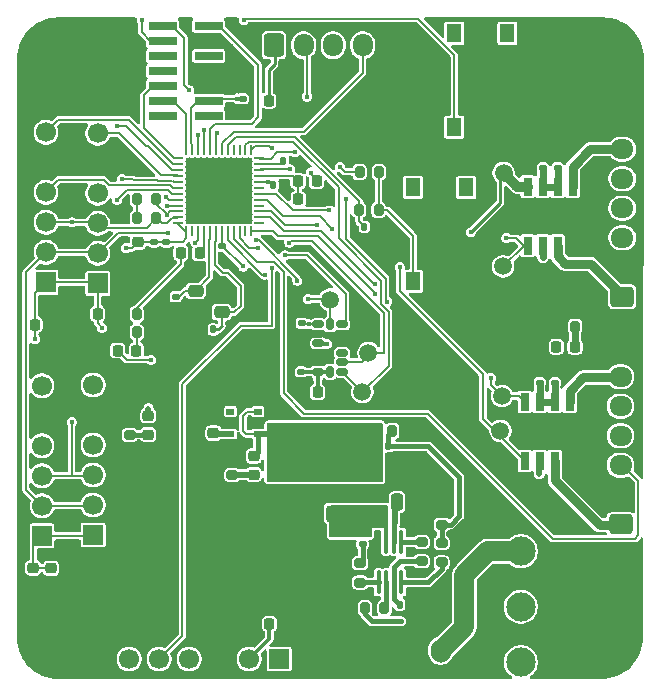
<source format=gbr>
%TF.GenerationSoftware,KiCad,Pcbnew,9.0.2*%
%TF.CreationDate,2025-10-13T17:24:41+02:00*%
%TF.ProjectId,Projet_Robot,50726f6a-6574-45f5-926f-626f742e6b69,rev?*%
%TF.SameCoordinates,Original*%
%TF.FileFunction,Copper,L1,Top*%
%TF.FilePolarity,Positive*%
%FSLAX46Y46*%
G04 Gerber Fmt 4.6, Leading zero omitted, Abs format (unit mm)*
G04 Created by KiCad (PCBNEW 9.0.2) date 2025-10-13 17:24:41*
%MOMM*%
%LPD*%
G01*
G04 APERTURE LIST*
G04 Aperture macros list*
%AMRoundRect*
0 Rectangle with rounded corners*
0 $1 Rounding radius*
0 $2 $3 $4 $5 $6 $7 $8 $9 X,Y pos of 4 corners*
0 Add a 4 corners polygon primitive as box body*
4,1,4,$2,$3,$4,$5,$6,$7,$8,$9,$2,$3,0*
0 Add four circle primitives for the rounded corners*
1,1,$1+$1,$2,$3*
1,1,$1+$1,$4,$5*
1,1,$1+$1,$6,$7*
1,1,$1+$1,$8,$9*
0 Add four rect primitives between the rounded corners*
20,1,$1+$1,$2,$3,$4,$5,0*
20,1,$1+$1,$4,$5,$6,$7,0*
20,1,$1+$1,$6,$7,$8,$9,0*
20,1,$1+$1,$8,$9,$2,$3,0*%
G04 Aperture macros list end*
%TA.AperFunction,SMDPad,CuDef*%
%ADD10C,1.500000*%
%TD*%
%TA.AperFunction,ComponentPad*%
%ADD11O,1.950000X1.700000*%
%TD*%
%TA.AperFunction,ComponentPad*%
%ADD12RoundRect,0.250000X0.725000X-0.600000X0.725000X0.600000X-0.725000X0.600000X-0.725000X-0.600000X0*%
%TD*%
%TA.AperFunction,SMDPad,CuDef*%
%ADD13R,2.400000X0.740000*%
%TD*%
%TA.AperFunction,HeatsinkPad*%
%ADD14R,5.600000X5.600000*%
%TD*%
%TA.AperFunction,SMDPad,CuDef*%
%ADD15RoundRect,0.062500X0.375000X-0.062500X0.375000X0.062500X-0.375000X0.062500X-0.375000X-0.062500X0*%
%TD*%
%TA.AperFunction,SMDPad,CuDef*%
%ADD16RoundRect,0.062500X0.062500X-0.375000X0.062500X0.375000X-0.062500X0.375000X-0.062500X-0.375000X0*%
%TD*%
%TA.AperFunction,SMDPad,CuDef*%
%ADD17RoundRect,0.225000X0.225000X0.250000X-0.225000X0.250000X-0.225000X-0.250000X0.225000X-0.250000X0*%
%TD*%
%TA.AperFunction,SMDPad,CuDef*%
%ADD18R,0.802000X1.505000*%
%TD*%
%TA.AperFunction,SMDPad,CuDef*%
%ADD19R,3.502000X2.613000*%
%TD*%
%TA.AperFunction,ComponentPad*%
%ADD20R,1.700000X1.700000*%
%TD*%
%TA.AperFunction,ComponentPad*%
%ADD21C,1.700000*%
%TD*%
%TA.AperFunction,SMDPad,CuDef*%
%ADD22RoundRect,0.200000X-0.200000X-0.275000X0.200000X-0.275000X0.200000X0.275000X-0.200000X0.275000X0*%
%TD*%
%TA.AperFunction,ComponentPad*%
%ADD23C,0.800000*%
%TD*%
%TA.AperFunction,ComponentPad*%
%ADD24C,6.400000*%
%TD*%
%TA.AperFunction,SMDPad,CuDef*%
%ADD25RoundRect,0.250000X-0.400000X-0.250000X0.400000X-0.250000X0.400000X0.250000X-0.400000X0.250000X0*%
%TD*%
%TA.AperFunction,SMDPad,CuDef*%
%ADD26RoundRect,0.140000X0.170000X-0.140000X0.170000X0.140000X-0.170000X0.140000X-0.170000X-0.140000X0*%
%TD*%
%TA.AperFunction,SMDPad,CuDef*%
%ADD27RoundRect,0.140000X-0.170000X0.140000X-0.170000X-0.140000X0.170000X-0.140000X0.170000X0.140000X0*%
%TD*%
%TA.AperFunction,SMDPad,CuDef*%
%ADD28RoundRect,0.225000X-0.250000X0.225000X-0.250000X-0.225000X0.250000X-0.225000X0.250000X0.225000X0*%
%TD*%
%TA.AperFunction,SMDPad,CuDef*%
%ADD29RoundRect,0.218750X0.256250X-0.218750X0.256250X0.218750X-0.256250X0.218750X-0.256250X-0.218750X0*%
%TD*%
%TA.AperFunction,ComponentPad*%
%ADD30C,2.480000*%
%TD*%
%TA.AperFunction,SMDPad,CuDef*%
%ADD31R,1.300000X1.550000*%
%TD*%
%TA.AperFunction,SMDPad,CuDef*%
%ADD32RoundRect,0.200000X0.200000X0.275000X-0.200000X0.275000X-0.200000X-0.275000X0.200000X-0.275000X0*%
%TD*%
%TA.AperFunction,SMDPad,CuDef*%
%ADD33RoundRect,0.100000X-0.100000X0.900000X-0.100000X-0.900000X0.100000X-0.900000X0.100000X0.900000X0*%
%TD*%
%TA.AperFunction,SMDPad,CuDef*%
%ADD34RoundRect,0.140000X0.140000X0.170000X-0.140000X0.170000X-0.140000X-0.170000X0.140000X-0.170000X0*%
%TD*%
%TA.AperFunction,SMDPad,CuDef*%
%ADD35RoundRect,0.249999X1.850001X-0.450001X1.850001X0.450001X-1.850001X0.450001X-1.850001X-0.450001X0*%
%TD*%
%TA.AperFunction,SMDPad,CuDef*%
%ADD36RoundRect,0.200000X0.275000X-0.200000X0.275000X0.200000X-0.275000X0.200000X-0.275000X-0.200000X0*%
%TD*%
%TA.AperFunction,SMDPad,CuDef*%
%ADD37RoundRect,0.218750X0.218750X0.256250X-0.218750X0.256250X-0.218750X-0.256250X0.218750X-0.256250X0*%
%TD*%
%TA.AperFunction,SMDPad,CuDef*%
%ADD38RoundRect,0.225000X-0.225000X-0.250000X0.225000X-0.250000X0.225000X0.250000X-0.225000X0.250000X0*%
%TD*%
%TA.AperFunction,SMDPad,CuDef*%
%ADD39RoundRect,0.150000X-0.325000X-0.150000X0.325000X-0.150000X0.325000X0.150000X-0.325000X0.150000X0*%
%TD*%
%TA.AperFunction,SMDPad,CuDef*%
%ADD40RoundRect,0.150000X-0.150000X-0.325000X0.150000X-0.325000X0.150000X0.325000X-0.150000X0.325000X0*%
%TD*%
%TA.AperFunction,SMDPad,CuDef*%
%ADD41RoundRect,0.225000X0.250000X-0.225000X0.250000X0.225000X-0.250000X0.225000X-0.250000X-0.225000X0*%
%TD*%
%TA.AperFunction,SMDPad,CuDef*%
%ADD42RoundRect,0.140000X-0.140000X-0.170000X0.140000X-0.170000X0.140000X0.170000X-0.140000X0.170000X0*%
%TD*%
%TA.AperFunction,SMDPad,CuDef*%
%ADD43RoundRect,0.250000X-0.250000X-0.475000X0.250000X-0.475000X0.250000X0.475000X-0.250000X0.475000X0*%
%TD*%
%TA.AperFunction,SMDPad,CuDef*%
%ADD44RoundRect,0.218750X-0.218750X-0.256250X0.218750X-0.256250X0.218750X0.256250X-0.218750X0.256250X0*%
%TD*%
%TA.AperFunction,SMDPad,CuDef*%
%ADD45R,0.700000X0.510000*%
%TD*%
%TA.AperFunction,SMDPad,CuDef*%
%ADD46RoundRect,0.200000X-0.275000X0.200000X-0.275000X-0.200000X0.275000X-0.200000X0.275000X0.200000X0*%
%TD*%
%TA.AperFunction,SMDPad,CuDef*%
%ADD47RoundRect,0.250000X-0.475000X0.250000X-0.475000X-0.250000X0.475000X-0.250000X0.475000X0.250000X0*%
%TD*%
%TA.AperFunction,ComponentPad*%
%ADD48RoundRect,0.250000X-0.600000X-0.725000X0.600000X-0.725000X0.600000X0.725000X-0.600000X0.725000X0*%
%TD*%
%TA.AperFunction,ComponentPad*%
%ADD49O,1.700000X1.950000*%
%TD*%
%TA.AperFunction,ComponentPad*%
%ADD50RoundRect,0.250000X-0.600000X-0.750000X0.600000X-0.750000X0.600000X0.750000X-0.600000X0.750000X0*%
%TD*%
%TA.AperFunction,ComponentPad*%
%ADD51O,1.700000X2.000000*%
%TD*%
%TA.AperFunction,ViaPad*%
%ADD52C,0.450000*%
%TD*%
%TA.AperFunction,Conductor*%
%ADD53C,0.200000*%
%TD*%
%TA.AperFunction,Conductor*%
%ADD54C,0.802000*%
%TD*%
%TA.AperFunction,Conductor*%
%ADD55C,0.250000*%
%TD*%
%TA.AperFunction,Conductor*%
%ADD56C,1.700000*%
%TD*%
%TA.AperFunction,Conductor*%
%ADD57C,0.300000*%
%TD*%
%TA.AperFunction,Conductor*%
%ADD58C,0.400000*%
%TD*%
%TA.AperFunction,Conductor*%
%ADD59C,0.500000*%
%TD*%
%TA.AperFunction,Conductor*%
%ADD60C,0.560000*%
%TD*%
%TA.AperFunction,Conductor*%
%ADD61C,0.806000*%
%TD*%
G04 APERTURE END LIST*
D10*
%TO.P,TP2,1,1*%
%TO.N,/Moteur1/PWM_Mot1_CH2*%
X174500000Y-102600000D03*
%TD*%
D11*
%TO.P,Motor2,6,Pin_6*%
%TO.N,/Moteur2/Motor1+*%
X184810000Y-78730000D03*
%TO.P,Motor2,5,Pin_5*%
%TO.N,+3.3V*%
X184810000Y-81230000D03*
%TO.P,Motor2,4,Pin_4*%
%TO.N,/Moteur2/ENC1_PH1*%
X184810000Y-83730000D03*
%TO.P,Motor2,3,Pin_3*%
%TO.N,/Moteur2/ENC1_PH2*%
X184810000Y-86230000D03*
%TO.P,Motor2,2,Pin_2*%
%TO.N,GND*%
X184810000Y-88730000D03*
D12*
%TO.P,Motor2,1,Pin_1*%
%TO.N,/Moteur2/Motor1-*%
X184810000Y-91230000D03*
%TD*%
D13*
%TO.P,J11,1,NC*%
%TO.N,unconnected-(J11-NC-Pad1)*%
X149790000Y-75910000D03*
%TO.P,J11,2,NC*%
%TO.N,unconnected-(J11-NC-Pad2)*%
X145890000Y-75910000D03*
%TO.P,J11,3,VCC*%
%TO.N,+3.3V*%
X149790000Y-74640000D03*
%TO.P,J11,4,JTMS/SWDIO*%
%TO.N,/\u00B5controlleur/SWDIO*%
X145890000Y-74640000D03*
%TO.P,J11,5,GND*%
%TO.N,GND*%
X149790000Y-73370000D03*
%TO.P,J11,6,JCLK/SWCLK*%
%TO.N,/\u00B5controlleur/SWCLK*%
X145890000Y-73370000D03*
%TO.P,J11,7,GND*%
%TO.N,GND*%
X149790000Y-72100000D03*
%TO.P,J11,8,JTDO/SWO*%
%TO.N,unconnected-(J11-JTDO{slash}SWO-Pad8)*%
X145890000Y-72100000D03*
%TO.P,J11,9,JRCLK/NC*%
%TO.N,unconnected-(J11-JRCLK{slash}NC-Pad9)*%
X149790000Y-70830000D03*
%TO.P,J11,10,JTDI/NC*%
%TO.N,unconnected-(J11-JTDI{slash}NC-Pad10)*%
X145890000Y-70830000D03*
%TO.P,J11,11,GNDDetect*%
%TO.N,GND*%
X149790000Y-69560000D03*
%TO.P,J11,12,~{RST}*%
%TO.N,/\u00B5controlleur/NRST*%
X145890000Y-69560000D03*
%TO.P,J11,13,VCP_RX*%
%TO.N,/\u00B5controlleur/VCP_RX*%
X149790000Y-68290000D03*
%TO.P,J11,14,VCP_TX*%
%TO.N,/\u00B5controlleur/VCP_TX*%
X145890000Y-68290000D03*
%TD*%
D10*
%TO.P,TP6,1,1*%
%TO.N,/Capteurs/I2C1_SCL*%
X160080000Y-91470000D03*
%TD*%
D14*
%TO.P,U1,49,VSS*%
%TO.N,GND*%
X150660000Y-82260000D03*
D15*
%TO.P,U1,48,VDD*%
%TO.N,+3.3V*%
X147222500Y-85010000D03*
%TO.P,U1,47,PB9*%
%TO.N,/Capteurs/I2C1_SDA*%
X147222500Y-84510000D03*
%TO.P,U1,46,PB8*%
%TO.N,/Capteurs/I2C1_SCL*%
X147222500Y-84010000D03*
%TO.P,U1,45,PB7*%
%TO.N,/Capteurs/tof4_GPIO*%
X147222500Y-83510000D03*
%TO.P,U1,44,PB6*%
%TO.N,/Capteurs/tof3_GPIO*%
X147222500Y-83010000D03*
%TO.P,U1,43,PB5*%
%TO.N,/Capteurs/tof2_GPIO*%
X147222500Y-82510000D03*
%TO.P,U1,42,PB4*%
%TO.N,/Capteurs/tof1_GPIO*%
X147222500Y-82010000D03*
%TO.P,U1,41,PB3*%
%TO.N,/Capteurs/TOF4_XSHUT*%
X147222500Y-81510000D03*
%TO.P,U1,40,PC11*%
%TO.N,/Capteurs/TOF3_XSHUT*%
X147222500Y-81010000D03*
%TO.P,U1,39,PC10*%
%TO.N,/Capteurs/TOF2_XSHUT*%
X147222500Y-80510000D03*
%TO.P,U1,38,PA15*%
%TO.N,/Capteurs/TOF1_XSHUT*%
X147222500Y-80010000D03*
%TO.P,U1,37,PA14*%
%TO.N,/\u00B5controlleur/SWCLK*%
X147222500Y-79510000D03*
D16*
%TO.P,U1,36,PA13*%
%TO.N,/\u00B5controlleur/SWDIO*%
X147910000Y-78822500D03*
%TO.P,U1,35,VDD*%
%TO.N,+3.3V*%
X148410000Y-78822500D03*
%TO.P,U1,34,PA12*%
%TO.N,/Moteur2/ENC1_PH2*%
X148910000Y-78822500D03*
%TO.P,U1,33,PA11*%
%TO.N,/Moteur2/ENC1_PH1*%
X149410000Y-78822500D03*
%TO.P,U1,32,PA10*%
%TO.N,/\u00B5controlleur/VCP_RX*%
X149910000Y-78822500D03*
%TO.P,U1,31,PA9*%
%TO.N,/\u00B5controlleur/VCP_TX*%
X150410000Y-78822500D03*
%TO.P,U1,30,PA8*%
%TO.N,/Capteurs/M_CTR*%
X150910000Y-78822500D03*
%TO.P,U1,29,PC6*%
%TO.N,/\u00B5controlleur/BOUTON_Chat{slash}Souris*%
X151410000Y-78822500D03*
%TO.P,U1,28,PB15*%
%TO.N,unconnected-(U1-PB15-Pad28)*%
X151910000Y-78822500D03*
%TO.P,U1,27,PB14*%
%TO.N,unconnected-(U1-PB14-Pad27)*%
X152410000Y-78822500D03*
%TO.P,U1,26,PB13*%
%TO.N,/Capteurs/ACC_INT1*%
X152910000Y-78822500D03*
%TO.P,U1,25,PB12*%
%TO.N,/Capteurs/ACC_INT2*%
X153410000Y-78822500D03*
D15*
%TO.P,U1,24,PB11*%
%TO.N,/Capteurs/Bluetooth_USART3_RX*%
X154097500Y-79510000D03*
%TO.P,U1,23,VDD*%
%TO.N,+3.3V*%
X154097500Y-80010000D03*
%TO.P,U1,22,PB10*%
%TO.N,/Capteurs/Bluetooth_USART3_TX*%
X154097500Y-80510000D03*
%TO.P,U1,21,VDDA*%
%TO.N,Net-(U1-VDDA)*%
X154097500Y-81010000D03*
%TO.P,U1,20,VREF+*%
%TO.N,+3.3V*%
X154097500Y-81510000D03*
%TO.P,U1,19,PB2*%
%TO.N,unconnected-(U1-PB2-Pad19)*%
X154097500Y-82010000D03*
%TO.P,U1,18,PB1*%
%TO.N,/Moteur2/PWM_Mot1_CH2*%
X154097500Y-82510000D03*
%TO.P,U1,17,PB0*%
%TO.N,/Moteur2/PWM_Mot1_CH1*%
X154097500Y-83010000D03*
%TO.P,U1,16,PC4*%
%TO.N,unconnected-(U1-PC4-Pad16)*%
X154097500Y-83510000D03*
%TO.P,U1,15,PA7*%
%TO.N,/Moteur1/PWM_Mot1_CH2*%
X154097500Y-84010000D03*
%TO.P,U1,14,PA6*%
%TO.N,/Moteur1/PWM_Mot1_CH1*%
X154097500Y-84510000D03*
%TO.P,U1,13,PA5*%
%TO.N,unconnected-(U1-PA5-Pad13)*%
X154097500Y-85010000D03*
D16*
%TO.P,U1,12,PA4*%
%TO.N,/Capteurs/Bluetooth_En*%
X153410000Y-85697500D03*
%TO.P,U1,11,PA3*%
%TO.N,unconnected-(U1-PA3-Pad11)*%
X152910000Y-85697500D03*
%TO.P,U1,10,PA2*%
%TO.N,/Capteurs/LIDAR_USART2_RX*%
X152410000Y-85697500D03*
%TO.P,U1,9,PA1*%
%TO.N,/Moteur1/ENC1_PH2*%
X151910000Y-85697500D03*
%TO.P,U1,8,PA0*%
%TO.N,/Moteur1/ENC1_PH1*%
X151410000Y-85697500D03*
%TO.P,U1,7,PG10*%
%TO.N,/\u00B5controlleur/NRST*%
X150910000Y-85697500D03*
%TO.P,U1,6,PF1*%
%TO.N,Net-(U1-PF1)*%
X150410000Y-85697500D03*
%TO.P,U1,5,PF0*%
%TO.N,Net-(U1-PF0)*%
X149910000Y-85697500D03*
%TO.P,U1,4,PC15*%
%TO.N,/\u00B5controlleur/STATUS_CHAT_LED*%
X149410000Y-85697500D03*
%TO.P,U1,3,PC14*%
%TO.N,/\u00B5controlleur/STATUS_SOURIS_LED*%
X148910000Y-85697500D03*
%TO.P,U1,2,PC13*%
%TO.N,unconnected-(U1-PC13-Pad2)*%
X148410000Y-85697500D03*
%TO.P,U1,1,VBAT*%
%TO.N,+3.3V*%
X147910000Y-85697500D03*
%TD*%
D17*
%TO.P,C8,1*%
%TO.N,GND*%
X158925000Y-82975000D03*
%TO.P,C8,2*%
%TO.N,Net-(U1-VDDA)*%
X157375000Y-82975000D03*
%TD*%
D18*
%TO.P,M1,1,OUT1*%
%TO.N,/Moteur1/Motor1+*%
X180357500Y-100122500D03*
%TO.P,M1,2,VM*%
%TO.N,+VBAT*%
X179087500Y-100122500D03*
%TO.P,M1,3,VDD*%
X177817500Y-100122500D03*
%TO.P,M1,4,FWD*%
%TO.N,/Moteur1/PWM_Mot1_CH1*%
X176547500Y-100122500D03*
%TO.P,M1,5,REV*%
%TO.N,/Moteur1/PWM_Mot1_CH2*%
X176547500Y-105117500D03*
%TO.P,M1,6,VREF*%
%TO.N,+VBAT*%
X177817500Y-105117500D03*
%TO.P,M1,7,OUT2*%
%TO.N,/Moteur1/Motor1-*%
X179087500Y-105117500D03*
%TO.P,M1,8,GND*%
%TO.N,GND*%
X180357500Y-105117500D03*
D19*
%TO.P,M1,9,GND*%
X178452500Y-102620000D03*
%TD*%
D10*
%TO.P,TP1,1,1*%
%TO.N,/Moteur1/PWM_Mot1_CH1*%
X174620000Y-99630000D03*
%TD*%
D20*
%TO.P,TOF3,1,Pin_1*%
%TO.N,+3.3V*%
X140410000Y-90100000D03*
D21*
%TO.P,TOF3,2,Pin_2*%
%TO.N,/Capteurs/I2C1_SCL*%
X140410000Y-87560000D03*
%TO.P,TOF3,3,Pin_3*%
%TO.N,/Capteurs/I2C1_SDA*%
X140410000Y-85020000D03*
%TO.P,TOF3,4,Pin_4*%
%TO.N,/Capteurs/tof3_GPIO*%
X140410000Y-82480000D03*
%TO.P,TOF3,5,Pin_5*%
%TO.N,GND*%
X140410000Y-79940000D03*
%TO.P,TOF3,6,Pin_6*%
%TO.N,/Capteurs/TOF3_XSHUT*%
X140410000Y-77400000D03*
%TD*%
D20*
%TO.P,TOF1,1,Pin_1*%
%TO.N,+3.3V*%
X136020000Y-90000000D03*
D21*
%TO.P,TOF1,2,Pin_2*%
%TO.N,/Capteurs/I2C1_SCL*%
X136020000Y-87460000D03*
%TO.P,TOF1,3,Pin_3*%
%TO.N,/Capteurs/I2C1_SDA*%
X136020000Y-84920000D03*
%TO.P,TOF1,4,Pin_4*%
%TO.N,/Capteurs/tof1_GPIO*%
X136020000Y-82380000D03*
%TO.P,TOF1,5,Pin_5*%
%TO.N,GND*%
X136020000Y-79840000D03*
%TO.P,TOF1,6,Pin_6*%
%TO.N,/Capteurs/TOF1_XSHUT*%
X136020000Y-77300000D03*
%TD*%
D22*
%TO.P,R14,1*%
%TO.N,GND*%
X142057500Y-94245000D03*
%TO.P,R14,2*%
%TO.N,Net-(D5-K)*%
X143707500Y-94245000D03*
%TD*%
D23*
%TO.P,H1,1,1*%
%TO.N,GND*%
X134600000Y-71000000D03*
X135302944Y-69302944D03*
X135302944Y-72697056D03*
X137000000Y-68600000D03*
D24*
X137000000Y-71000000D03*
D23*
X137000000Y-73400000D03*
X138697056Y-69302944D03*
X138697056Y-72697056D03*
X139400000Y-71000000D03*
%TD*%
D25*
%TO.P,Y1,1,1*%
%TO.N,GND*%
X148700000Y-92530000D03*
%TO.P,Y1,2,2*%
%TO.N,Net-(U1-PF1)*%
X150900000Y-92530000D03*
%TO.P,Y1,3,3*%
%TO.N,GND*%
X150900000Y-90730000D03*
%TO.P,Y1,4,4*%
%TO.N,Net-(U1-PF0)*%
X148700000Y-90730000D03*
%TD*%
D26*
%TO.P,C23,1*%
%TO.N,+VBAT*%
X177810000Y-98500000D03*
%TO.P,C23,2*%
%TO.N,GND*%
X177810000Y-97540000D03*
%TD*%
%TO.P,C22,1*%
%TO.N,+VBAT*%
X179350000Y-80310000D03*
%TO.P,C22,2*%
%TO.N,GND*%
X179350000Y-79350000D03*
%TD*%
D27*
%TO.P,C24,1*%
%TO.N,GND*%
X179110000Y-97540000D03*
%TO.P,C24,2*%
%TO.N,+VBAT*%
X179110000Y-98500000D03*
%TD*%
D28*
%TO.P,C30,1*%
%TO.N,+3.3V*%
X134940000Y-114180000D03*
%TO.P,C30,2*%
%TO.N,GND*%
X134940000Y-115730000D03*
%TD*%
D29*
%TO.P,D3,1,K*%
%TO.N,Net-(D3-K)*%
X153600000Y-106287500D03*
%TO.P,D3,2,A*%
%TO.N,+5V*%
X153600000Y-104712500D03*
%TD*%
D26*
%TO.P,C6,1*%
%TO.N,GND*%
X145180000Y-87540000D03*
%TO.P,C6,2*%
%TO.N,+3.3V*%
X145180000Y-86580000D03*
%TD*%
D30*
%TO.P,S1,1,1*%
%TO.N,unconnected-(S1-Pad1)*%
X176230000Y-122170000D03*
%TO.P,S1,2,2*%
%TO.N,+VBAT*%
X176230000Y-117470000D03*
%TO.P,S1,3,3*%
%TO.N,Net-(J1-Pin_2)*%
X176230000Y-112770000D03*
%TD*%
D31*
%TO.P,SW1,1,1*%
%TO.N,/\u00B5controlleur/NRST*%
X170590000Y-76860000D03*
%TO.P,SW1,2,2*%
%TO.N,GND*%
X175090000Y-76860000D03*
%TO.P,SW1,3*%
%TO.N,N/C*%
X170590000Y-68910000D03*
%TO.P,SW1,4*%
X175090000Y-68910000D03*
%TD*%
D32*
%TO.P,R13,1*%
%TO.N,Net-(C19-Pad1)*%
X165345000Y-102600000D03*
%TO.P,R13,2*%
%TO.N,+5V*%
X163695000Y-102600000D03*
%TD*%
D29*
%TO.P,D1,1,K*%
%TO.N,Net-(D1-K)*%
X144690000Y-102895000D03*
%TO.P,D1,2,A*%
%TO.N,+3.3V*%
X144690000Y-101320000D03*
%TD*%
D31*
%TO.P,ch/sou1,1,1*%
%TO.N,Net-(R17-Pad2)*%
X167100000Y-89925000D03*
%TO.P,ch/sou1,2,2*%
%TO.N,GND*%
X171600000Y-89925000D03*
%TO.P,ch/sou1,3*%
%TO.N,N/C*%
X167100000Y-81975000D03*
%TO.P,ch/sou1,4*%
X171600000Y-81975000D03*
%TD*%
D33*
%TO.P,IC2,1,PG*%
%TO.N,Net-(IC2-PG)*%
X166120000Y-111980000D03*
%TO.P,IC2,2,IN*%
%TO.N,+VBAT*%
X165480000Y-111980000D03*
%TO.P,IC2,3,SW*%
%TO.N,/R\u00E9gulateurs/SW*%
X164820000Y-111980000D03*
%TO.P,IC2,4,GND*%
%TO.N,GND*%
X164180000Y-111980000D03*
%TO.P,IC2,5,BST*%
%TO.N,Net-(IC2-BST)*%
X164180000Y-115400000D03*
%TO.P,IC2,6,EN/SYNC*%
%TO.N,Net-(IC2-EN{slash}SYNC)*%
X164820000Y-115400000D03*
%TO.P,IC2,7,VCC*%
%TO.N,Net-(IC2-VCC)*%
X165480000Y-115400000D03*
%TO.P,IC2,8,FB*%
%TO.N,Net-(IC2-FB)*%
X166120000Y-115400000D03*
%TD*%
D34*
%TO.P,C33,1*%
%TO.N,GND*%
X157080000Y-79725000D03*
%TO.P,C33,2*%
%TO.N,+3.3V*%
X156120000Y-79725000D03*
%TD*%
D35*
%TO.P,L2,1*%
%TO.N,/R\u00E9gulateurs/SW*%
X161830000Y-109580000D03*
%TO.P,L2,2*%
%TO.N,+5V*%
X161830000Y-105880000D03*
%TD*%
D20*
%TO.P,TOF4,1,Pin_1*%
%TO.N,+3.3V*%
X140010000Y-111400000D03*
D21*
%TO.P,TOF4,2,Pin_2*%
%TO.N,/Capteurs/I2C1_SCL*%
X140010000Y-108860000D03*
%TO.P,TOF4,3,Pin_3*%
%TO.N,/Capteurs/I2C1_SDA*%
X140010000Y-106320000D03*
%TO.P,TOF4,4,Pin_4*%
%TO.N,/Capteurs/tof4_GPIO*%
X140010000Y-103780000D03*
%TO.P,TOF4,5,Pin_5*%
%TO.N,GND*%
X140010000Y-101240000D03*
%TO.P,TOF4,6,Pin_6*%
%TO.N,/Capteurs/TOF4_XSHUT*%
X140010000Y-98700000D03*
%TD*%
D20*
%TO.P,TOF2,1,Pin_1*%
%TO.N,+3.3V*%
X135690000Y-111470000D03*
D21*
%TO.P,TOF2,2,Pin_2*%
%TO.N,/Capteurs/I2C1_SCL*%
X135690000Y-108930000D03*
%TO.P,TOF2,3,Pin_3*%
%TO.N,/Capteurs/I2C1_SDA*%
X135690000Y-106390000D03*
%TO.P,TOF2,4,Pin_4*%
%TO.N,/Capteurs/tof2_GPIO*%
X135690000Y-103850000D03*
%TO.P,TOF2,5,Pin_5*%
%TO.N,GND*%
X135690000Y-101310000D03*
%TO.P,TOF2,6,Pin_6*%
%TO.N,/Capteurs/TOF2_XSHUT*%
X135690000Y-98770000D03*
%TD*%
D36*
%TO.P,R12,1*%
%TO.N,Net-(C19-Pad1)*%
X169520000Y-110525000D03*
%TO.P,R12,2*%
%TO.N,GND*%
X169520000Y-108875000D03*
%TD*%
%TO.P,R9,1*%
%TO.N,Net-(IC2-VCC)*%
X167820000Y-113625000D03*
%TO.P,R9,2*%
%TO.N,Net-(IC2-PG)*%
X167820000Y-111975000D03*
%TD*%
D22*
%TO.P,R1,1*%
%TO.N,+3.3V*%
X143725000Y-84570000D03*
%TO.P,R1,2*%
%TO.N,/Capteurs/I2C1_SDA*%
X145375000Y-84570000D03*
%TD*%
D37*
%TO.P,L1,1*%
%TO.N,+3.3V*%
X158935000Y-81440000D03*
%TO.P,L1,2*%
%TO.N,Net-(U1-VDDA)*%
X157360000Y-81440000D03*
%TD*%
D22*
%TO.P,R17,1*%
%TO.N,+3.3V*%
X162570000Y-80660000D03*
%TO.P,R17,2*%
%TO.N,Net-(R17-Pad2)*%
X164220000Y-80660000D03*
%TD*%
D38*
%TO.P,C26,1*%
%TO.N,+5V*%
X154885000Y-74620000D03*
%TO.P,C26,2*%
%TO.N,GND*%
X156435000Y-74620000D03*
%TD*%
D34*
%TO.P,C19,1*%
%TO.N,Net-(C19-Pad1)*%
X165015000Y-103900000D03*
%TO.P,C19,2*%
%TO.N,+5V*%
X164055000Y-103900000D03*
%TD*%
D23*
%TO.P,H3,1,1*%
%TO.N,GND*%
X134600000Y-120000000D03*
X135302944Y-118302944D03*
X135302944Y-121697056D03*
X137000000Y-117600000D03*
D24*
X137000000Y-120000000D03*
D23*
X137000000Y-122400000D03*
X138697056Y-118302944D03*
X138697056Y-121697056D03*
X139400000Y-120000000D03*
%TD*%
D27*
%TO.P,C11,1*%
%TO.N,GND*%
X157600000Y-96620000D03*
%TO.P,C11,2*%
%TO.N,+3.3V*%
X157600000Y-97580000D03*
%TD*%
D17*
%TO.P,C29,1*%
%TO.N,+3.3V*%
X140395000Y-92660000D03*
%TO.P,C29,2*%
%TO.N,GND*%
X138845000Y-92660000D03*
%TD*%
D28*
%TO.P,C13,1*%
%TO.N,GND*%
X150200000Y-101225000D03*
%TO.P,C13,2*%
%TO.N,+3.3V*%
X150200000Y-102775000D03*
%TD*%
D36*
%TO.P,R11,1*%
%TO.N,Net-(IC2-FB)*%
X169520000Y-113725000D03*
%TO.P,R11,2*%
%TO.N,Net-(C19-Pad1)*%
X169520000Y-112075000D03*
%TD*%
D39*
%TO.P,IC1,1,VDD_I/O*%
%TO.N,+3.3V*%
X159090000Y-93570000D03*
%TO.P,IC1,2,GND_1*%
%TO.N,GND*%
X159090000Y-94370000D03*
%TO.P,IC1,3,RESERVED_1*%
%TO.N,+3.3V*%
X159090000Y-95170000D03*
%TO.P,IC1,4,GND_2*%
%TO.N,GND*%
X159090000Y-95970000D03*
%TO.P,IC1,5,GND_3*%
X159090000Y-96770000D03*
%TO.P,IC1,6,VS*%
%TO.N,+3.3V*%
X159090000Y-97570000D03*
D40*
%TO.P,IC1,7,~{CS}*%
X160090000Y-97570000D03*
D39*
%TO.P,IC1,8,INT1*%
%TO.N,/Capteurs/ACC_INT1*%
X161090000Y-97570000D03*
%TO.P,IC1,9,INT2*%
%TO.N,/Capteurs/ACC_INT2*%
X161090000Y-96770000D03*
%TO.P,IC1,10,NC*%
%TO.N,unconnected-(IC1-NC-Pad10)*%
X161090000Y-95970000D03*
%TO.P,IC1,11,RESERVED_2*%
%TO.N,GND*%
X161090000Y-95170000D03*
%TO.P,IC1,12,SDO/ALT_ADDRESS*%
X161090000Y-94370000D03*
%TO.P,IC1,13,SDA/SDI/SDIO*%
%TO.N,/Capteurs/I2C1_SDA*%
X161090000Y-93570000D03*
D40*
%TO.P,IC1,14,SCL/SCLK*%
%TO.N,/Capteurs/I2C1_SCL*%
X160090000Y-93570000D03*
%TD*%
D26*
%TO.P,C21,1*%
%TO.N,GND*%
X146220000Y-87540000D03*
%TO.P,C21,2*%
%TO.N,+3.3V*%
X146220000Y-86580000D03*
%TD*%
D41*
%TO.P,C2,1*%
%TO.N,GND*%
X143780000Y-88175000D03*
%TO.P,C2,2*%
%TO.N,+3.3V*%
X143780000Y-86625000D03*
%TD*%
D18*
%TO.P,M2,1,OUT1*%
%TO.N,/Moteur2/Motor1+*%
X180607500Y-81902500D03*
%TO.P,M2,2,VM*%
%TO.N,+VBAT*%
X179337500Y-81902500D03*
%TO.P,M2,3,VDD*%
X178067500Y-81902500D03*
%TO.P,M2,4,FWD*%
%TO.N,/Moteur2/PWM_Mot1_CH1*%
X176797500Y-81902500D03*
%TO.P,M2,5,REV*%
%TO.N,/Moteur2/PWM_Mot1_CH2*%
X176797500Y-86897500D03*
%TO.P,M2,6,VREF*%
%TO.N,+VBAT*%
X178067500Y-86897500D03*
%TO.P,M2,7,OUT2*%
%TO.N,/Moteur2/Motor1-*%
X179337500Y-86897500D03*
%TO.P,M2,8,GND*%
%TO.N,GND*%
X180607500Y-86897500D03*
D19*
%TO.P,M2,9,GND*%
X178702500Y-84400000D03*
%TD*%
D23*
%TO.P,H2,1,1*%
%TO.N,GND*%
X180600000Y-71000000D03*
X181302944Y-69302944D03*
X181302944Y-72697056D03*
X183000000Y-68600000D03*
D24*
X183000000Y-71000000D03*
D23*
X183000000Y-73400000D03*
X184697056Y-69302944D03*
X184697056Y-72697056D03*
X185400000Y-71000000D03*
%TD*%
D17*
%TO.P,C10,1*%
%TO.N,GND*%
X160575000Y-99300000D03*
%TO.P,C10,2*%
%TO.N,+3.3V*%
X159025000Y-99300000D03*
%TD*%
D27*
%TO.P,C25,1*%
%TO.N,GND*%
X178100000Y-79370000D03*
%TO.P,C25,2*%
%TO.N,+VBAT*%
X178100000Y-80330000D03*
%TD*%
D42*
%TO.P,C16,1*%
%TO.N,Net-(IC2-VCC)*%
X165970000Y-117290000D03*
%TO.P,C16,2*%
%TO.N,GND*%
X166930000Y-117290000D03*
%TD*%
D43*
%TO.P,C14,1*%
%TO.N,+VBAT*%
X165750000Y-108600000D03*
%TO.P,C14,2*%
%TO.N,GND*%
X167650000Y-108600000D03*
%TD*%
D42*
%TO.P,C32,1*%
%TO.N,/\u00B5controlleur/BOUTON_Chat{slash}Souris*%
X162975000Y-85300000D03*
%TO.P,C32,2*%
%TO.N,GND*%
X163935000Y-85300000D03*
%TD*%
D22*
%TO.P,R4,1*%
%TO.N,GND*%
X142050000Y-92720000D03*
%TO.P,R4,2*%
%TO.N,Net-(D2-K)*%
X143700000Y-92720000D03*
%TD*%
D23*
%TO.P,H4,1,1*%
%TO.N,GND*%
X180600000Y-120000000D03*
X181302944Y-118302944D03*
X181302944Y-121697056D03*
X183000000Y-117600000D03*
D24*
X183000000Y-120000000D03*
D23*
X183000000Y-122400000D03*
X184697056Y-118302944D03*
X184697056Y-121697056D03*
X185400000Y-120000000D03*
%TD*%
D44*
%TO.P,D2,1,K*%
%TO.N,Net-(D2-K)*%
X147445000Y-87530000D03*
%TO.P,D2,2,A*%
%TO.N,/\u00B5controlleur/STATUS_CHAT_LED*%
X149020000Y-87530000D03*
%TD*%
D36*
%TO.P,R10,1*%
%TO.N,Net-(IC2-BST)*%
X162620000Y-115425000D03*
%TO.P,R10,2*%
%TO.N,Net-(C17-Pad1)*%
X162620000Y-113775000D03*
%TD*%
D22*
%TO.P,R6,1*%
%TO.N,GND*%
X179180000Y-93750000D03*
%TO.P,R6,2*%
%TO.N,Net-(D4-K)*%
X180830000Y-93750000D03*
%TD*%
D45*
%TO.P,PS1,1,VIN*%
%TO.N,+5V*%
X153960000Y-102850000D03*
%TO.P,PS1,2,GND*%
%TO.N,GND*%
X153960000Y-101900000D03*
%TO.P,PS1,3,STBY*%
%TO.N,+5V*%
X153960000Y-100950000D03*
%TO.P,PS1,4,N.C.*%
%TO.N,unconnected-(PS1-N.C.-Pad4)*%
X151640000Y-100950000D03*
%TO.P,PS1,5,VOUT*%
%TO.N,+3.3V*%
X151640000Y-102850000D03*
%TD*%
D26*
%TO.P,C7,1*%
%TO.N,GND*%
X152675000Y-75405000D03*
%TO.P,C7,2*%
%TO.N,+3.3V*%
X152675000Y-74445000D03*
%TD*%
D10*
%TO.P,TP3,1,1*%
%TO.N,/Moteur2/PWM_Mot1_CH1*%
X174760000Y-80740000D03*
%TD*%
D34*
%TO.P,C5,1*%
%TO.N,GND*%
X156200000Y-81760000D03*
%TO.P,C5,2*%
%TO.N,+3.3V*%
X155240000Y-81760000D03*
%TD*%
D22*
%TO.P,R2,1*%
%TO.N,+3.3V*%
X143715000Y-82970000D03*
%TO.P,R2,2*%
%TO.N,/Capteurs/I2C1_SCL*%
X145365000Y-82970000D03*
%TD*%
D38*
%TO.P,C31,1*%
%TO.N,+5V*%
X154940000Y-118930000D03*
%TO.P,C31,2*%
%TO.N,GND*%
X156490000Y-118930000D03*
%TD*%
D22*
%TO.P,R20,1*%
%TO.N,/\u00B5controlleur/BOUTON_Chat{slash}Souris*%
X162525000Y-83875000D03*
%TO.P,R20,2*%
%TO.N,Net-(R17-Pad2)*%
X164175000Y-83875000D03*
%TD*%
D10*
%TO.P,TP_PWM_1_2,1,1*%
%TO.N,/Moteur2/PWM_Mot1_CH2*%
X174730000Y-88650000D03*
%TD*%
D46*
%TO.P,R5,1*%
%TO.N,GND*%
X151800000Y-104675000D03*
%TO.P,R5,2*%
%TO.N,Net-(D3-K)*%
X151800000Y-106325000D03*
%TD*%
D47*
%TO.P,C20,1*%
%TO.N,+5V*%
X155720000Y-105950000D03*
%TO.P,C20,2*%
%TO.N,GND*%
X155720000Y-107850000D03*
%TD*%
D37*
%TO.P,D4,1,K*%
%TO.N,Net-(D4-K)*%
X180810000Y-95455000D03*
%TO.P,D4,2,A*%
%TO.N,V_BATT*%
X179235000Y-95455000D03*
%TD*%
D41*
%TO.P,C12,1*%
%TO.N,+5V*%
X155400000Y-102775000D03*
%TO.P,C12,2*%
%TO.N,GND*%
X155400000Y-101225000D03*
%TD*%
D26*
%TO.P,C17,1*%
%TO.N,Net-(C17-Pad1)*%
X162820000Y-112180000D03*
%TO.P,C17,2*%
%TO.N,/R\u00E9gulateurs/SW*%
X162820000Y-111220000D03*
%TD*%
D38*
%TO.P,C27,1*%
%TO.N,+3.3V*%
X135075000Y-93580000D03*
%TO.P,C27,2*%
%TO.N,GND*%
X136625000Y-93580000D03*
%TD*%
D28*
%TO.P,C28,1*%
%TO.N,+3.3V*%
X136450000Y-114215000D03*
%TO.P,C28,2*%
%TO.N,GND*%
X136450000Y-115765000D03*
%TD*%
D12*
%TO.P,Motor1,1,Pin_1*%
%TO.N,/Moteur1/Motor1-*%
X184670000Y-110500000D03*
D11*
%TO.P,Motor1,2,Pin_2*%
%TO.N,GND*%
X184670000Y-108000000D03*
%TO.P,Motor1,3,Pin_3*%
%TO.N,/Moteur1/ENC1_PH2*%
X184670000Y-105500000D03*
%TO.P,Motor1,4,Pin_4*%
%TO.N,/Moteur1/ENC1_PH1*%
X184670000Y-103000000D03*
%TO.P,Motor1,5,Pin_5*%
%TO.N,+3.3V*%
X184670000Y-100500000D03*
%TO.P,Motor1,6,Pin_6*%
%TO.N,/Moteur1/Motor1+*%
X184670000Y-98000000D03*
%TD*%
D47*
%TO.P,C18,1*%
%TO.N,+5V*%
X157920000Y-106050000D03*
%TO.P,C18,2*%
%TO.N,GND*%
X157920000Y-107950000D03*
%TD*%
D42*
%TO.P,C15,1*%
%TO.N,+VBAT*%
X165540000Y-110200000D03*
%TO.P,C15,2*%
%TO.N,GND*%
X166500000Y-110200000D03*
%TD*%
D34*
%TO.P,C4,1*%
%TO.N,Net-(U1-PF1)*%
X150180000Y-94000000D03*
%TO.P,C4,2*%
%TO.N,GND*%
X149220000Y-94000000D03*
%TD*%
D26*
%TO.P,C9,1*%
%TO.N,GND*%
X157670000Y-94450000D03*
%TO.P,C9,2*%
%TO.N,+3.3V*%
X157670000Y-93490000D03*
%TD*%
D22*
%TO.P,R7,1*%
%TO.N,+VBAT*%
X163025000Y-117590000D03*
%TO.P,R7,2*%
%TO.N,Net-(IC2-EN{slash}SYNC)*%
X164675000Y-117590000D03*
%TD*%
D27*
%TO.P,C3,1*%
%TO.N,Net-(U1-PF0)*%
X147000000Y-91230000D03*
%TO.P,C3,2*%
%TO.N,GND*%
X147000000Y-92190000D03*
%TD*%
D48*
%TO.P,Lidar1,1,Pin_1*%
%TO.N,+5V*%
X155330000Y-69930000D03*
D49*
%TO.P,Lidar1,2,Pin_2*%
%TO.N,/Capteurs/LIDAR_USART2_RX*%
X157830000Y-69930000D03*
%TO.P,Lidar1,3,Pin_3*%
%TO.N,unconnected-(Lidar1-Pin_3-Pad3)*%
X160330000Y-69930000D03*
%TO.P,Lidar1,4,Pin_4*%
%TO.N,/Capteurs/M_CTR*%
X162830000Y-69930000D03*
%TO.P,Lidar1,5,Pin_5*%
%TO.N,GND*%
X165330000Y-69930000D03*
%TD*%
D37*
%TO.P,D5,1,K*%
%TO.N,Net-(D5-K)*%
X143670000Y-95780000D03*
%TO.P,D5,2,A*%
%TO.N,/\u00B5controlleur/STATUS_SOURIS_LED*%
X142095000Y-95780000D03*
%TD*%
D46*
%TO.P,R3,1*%
%TO.N,GND*%
X143100000Y-101275000D03*
%TO.P,R3,2*%
%TO.N,Net-(D1-K)*%
X143100000Y-102925000D03*
%TD*%
D27*
%TO.P,C1,1*%
%TO.N,/\u00B5controlleur/NRST*%
X150940000Y-86920000D03*
%TO.P,C1,2*%
%TO.N,GND*%
X150940000Y-87880000D03*
%TD*%
D50*
%TO.P,J1,1,Pin_1*%
%TO.N,GND*%
X166930000Y-121200000D03*
D51*
%TO.P,J1,2,Pin_2*%
%TO.N,Net-(J1-Pin_2)*%
X169430000Y-121200000D03*
%TD*%
D20*
%TO.P,Bluetooth1,1,Pin_1*%
%TO.N,/Capteurs/Bluetooth_En*%
X155760000Y-121900000D03*
D21*
%TO.P,Bluetooth1,2,Pin_2*%
%TO.N,+5V*%
X153220000Y-121900000D03*
%TO.P,Bluetooth1,3,Pin_3*%
%TO.N,GND*%
X150680000Y-121900000D03*
%TO.P,Bluetooth1,4,Pin_4*%
%TO.N,/Capteurs/Bluetooth_USART3_RX*%
X148140000Y-121900000D03*
%TO.P,Bluetooth1,5,Pin_5*%
%TO.N,/Capteurs/Bluetooth_USART3_TX*%
X145600000Y-121900000D03*
%TO.P,Bluetooth1,6,Pin_6*%
%TO.N,unconnected-(Bluetooth1-Pin_6-Pad6)*%
X143060000Y-121900000D03*
%TD*%
D10*
%TO.P,TP7,1,1*%
%TO.N,/Capteurs/ACC_INT2*%
X163325000Y-96000000D03*
%TD*%
%TO.P,TP8,1,1*%
%TO.N,/Capteurs/ACC_INT1*%
X162800000Y-99280000D03*
%TD*%
D52*
%TO.N,GND*%
X151667268Y-70007732D03*
%TO.N,/Capteurs/TOF4_XSHUT*%
X142450000Y-81268000D03*
%TO.N,/\u00B5controlleur/NRST*%
X152750000Y-67795000D03*
%TO.N,GND*%
X178750000Y-83380000D03*
X164775000Y-85350000D03*
X180150000Y-85380000D03*
X162549000Y-94400000D03*
X177000000Y-103600000D03*
X177000000Y-101600000D03*
X180150000Y-83380000D03*
X158300000Y-96700000D03*
X150975000Y-88425000D03*
X178460000Y-96760000D03*
X179900000Y-103600000D03*
X180150000Y-84380000D03*
X149500000Y-92600000D03*
X179900000Y-102600000D03*
X167025000Y-68975000D03*
X177250000Y-85380000D03*
X153450000Y-74757718D03*
X160600000Y-100000000D03*
X147000000Y-92800000D03*
X151700000Y-90700000D03*
X142425000Y-80200000D03*
X157400000Y-74290000D03*
X156175707Y-82425706D03*
X181630000Y-105480000D03*
X177270000Y-79370000D03*
X177250000Y-83380000D03*
X181700000Y-107950000D03*
X178650000Y-85280000D03*
X153410000Y-101900000D03*
X148700000Y-94000000D03*
X177250000Y-84380000D03*
X178452500Y-102620000D03*
X181810000Y-87170000D03*
X178702500Y-84400000D03*
X179900000Y-101600000D03*
X150660000Y-82260000D03*
X160025000Y-83000000D03*
X157700000Y-95000000D03*
X143375000Y-89150000D03*
X178400000Y-103500000D03*
X136400000Y-94850000D03*
X177000000Y-102600000D03*
X178500000Y-101600000D03*
X157891268Y-80158732D03*
X164200000Y-113200000D03*
%TO.N,/Capteurs/Bluetooth_USART3_RX*%
X161425000Y-82950000D03*
X164924304Y-91634717D03*
X157070438Y-78990002D03*
%TO.N,/Capteurs/Bluetooth_En*%
X163863082Y-90954036D03*
%TO.N,/Capteurs/Bluetooth_USART3_TX*%
X155124531Y-88825000D03*
X156675000Y-80450000D03*
%TO.N,+5V*%
X160200000Y-104900000D03*
X160800000Y-104900000D03*
X161400000Y-104900000D03*
%TO.N,/\u00B5controlleur/NRST*%
X144125000Y-67795000D03*
X153779451Y-86452281D03*
X157300000Y-89875000D03*
X152733732Y-88666268D03*
%TO.N,+3.3V*%
X144700000Y-100700000D03*
X154800000Y-81510000D03*
X156120000Y-79725000D03*
X143725000Y-84600000D03*
X142800000Y-87100000D03*
X160900000Y-80250000D03*
X158300000Y-93570000D03*
X135075000Y-94800000D03*
X150900000Y-102850000D03*
X140775000Y-93850000D03*
X159025000Y-98100000D03*
X158441268Y-80708732D03*
X152200000Y-74445000D03*
X159800000Y-95200000D03*
%TO.N,+VBAT*%
X178100000Y-87900000D03*
X166100000Y-118700000D03*
X177800000Y-106200000D03*
X178400000Y-100100000D03*
X165540000Y-109600000D03*
X165480000Y-110800000D03*
X179087500Y-99100000D03*
X179337500Y-80900000D03*
X178722482Y-81880018D03*
%TO.N,/\u00B5controlleur/STATUS_SOURIS_LED*%
X144900000Y-96556000D03*
X148678395Y-86641825D03*
%TO.N,/Capteurs/I2C1_SDA*%
X156225000Y-87725000D03*
X138200000Y-101835000D03*
X138200000Y-84920000D03*
%TO.N,/Capteurs/I2C1_SCL*%
X146379000Y-85791000D03*
X158170000Y-91420000D03*
X146233369Y-84303369D03*
%TO.N,/Capteurs/ACC_INT2*%
X155139258Y-78609000D03*
X156625000Y-86649995D03*
%TO.N,/\u00B5controlleur/VCP_TX*%
X148165251Y-73754647D03*
X150466232Y-77376232D03*
%TO.N,/Capteurs/LIDAR_USART2_RX*%
X153999287Y-87132241D03*
X158130707Y-74276830D03*
%TO.N,/Moteur1/PWM_Mot1_CH2*%
X158933647Y-85149000D03*
X165976232Y-88723768D03*
%TO.N,/Moteur1/PWM_Mot1_CH1*%
X173700000Y-98075000D03*
X163867000Y-90182075D03*
%TO.N,/Moteur2/PWM_Mot1_CH1*%
X171975000Y-85775000D03*
X160275000Y-85487764D03*
%TO.N,/Moteur2/PWM_Mot1_CH2*%
X175010000Y-86260000D03*
X160024000Y-83900000D03*
%TO.N,/Moteur1/ENC1_PH1*%
X154550000Y-89350000D03*
%TO.N,/Moteur2/ENC1_PH1*%
X149386880Y-77145599D03*
%TO.N,/Moteur2/ENC1_PH2*%
X148880000Y-77560000D03*
%TO.N,/Capteurs/tof2_GPIO*%
X142020000Y-83020000D03*
%TO.N,/Capteurs/tof3_GPIO*%
X146190000Y-82748461D03*
%TO.N,/Capteurs/tof4_GPIO*%
X146291790Y-83529327D03*
%TO.N,/Capteurs/TOF2_XSHUT*%
X142003550Y-76774000D03*
%TD*%
D53*
%TO.N,/Capteurs/ACC_INT1*%
X153195202Y-78084000D02*
X152910000Y-78369202D01*
X156906900Y-78084000D02*
X153195202Y-78084000D01*
X152910000Y-78369202D02*
X152910000Y-78822500D01*
X160800000Y-81977100D02*
X156906900Y-78084000D01*
X160800000Y-86265123D02*
X160800000Y-81977100D01*
X164392000Y-90292877D02*
X164392000Y-89857123D01*
X164391000Y-90293877D02*
X164392000Y-90292877D01*
X164391000Y-91406123D02*
X164391000Y-90293877D01*
X164392000Y-89857123D02*
X160800000Y-86265123D01*
X164398304Y-91852594D02*
X164398304Y-91851181D01*
X164398304Y-91851181D02*
X164390000Y-91842877D01*
X164706427Y-92160717D02*
X164398304Y-91852594D01*
X164707840Y-92160717D02*
X164706427Y-92160717D01*
X164390000Y-91407123D02*
X164391000Y-91406123D01*
X165025000Y-92477877D02*
X164707840Y-92160717D01*
X165025000Y-97055000D02*
X165025000Y-92477877D01*
X164390000Y-91842877D02*
X164390000Y-91407123D01*
X162800000Y-99280000D02*
X165025000Y-97055000D01*
D54*
%TO.N,/Moteur2/Motor1+*%
X182090000Y-78730000D02*
X184810000Y-78730000D01*
X180607500Y-80212500D02*
X182090000Y-78730000D01*
X180607500Y-81902500D02*
X180607500Y-80212500D01*
D53*
%TO.N,/Capteurs/LIDAR_USART2_RX*%
X153248346Y-87088346D02*
X152410000Y-86250000D01*
X153955390Y-87088346D02*
X153248346Y-87088346D01*
X153999285Y-87132241D02*
X153955390Y-87088346D01*
X153999287Y-87132241D02*
X153999285Y-87132241D01*
X152410000Y-86250000D02*
X152410000Y-85697500D01*
%TO.N,/\u00B5controlleur/SWDIO*%
X147890000Y-78416302D02*
X147890000Y-78802500D01*
X147888000Y-78414302D02*
X147890000Y-78416302D01*
X147888000Y-75736000D02*
X147888000Y-78414302D01*
X147890000Y-78802500D02*
X147910000Y-78822500D01*
X146792000Y-74640000D02*
X147888000Y-75736000D01*
%TO.N,+3.3V*%
X148289000Y-78248202D02*
X148410000Y-78369202D01*
X148289000Y-75239000D02*
X148289000Y-78248202D01*
X148888000Y-74640000D02*
X148289000Y-75239000D01*
X148410000Y-78369202D02*
X148410000Y-78822500D01*
%TO.N,/Capteurs/ACC_INT2*%
X158520000Y-86550000D02*
X156724995Y-86550000D01*
X163327059Y-91357059D02*
X158520000Y-86550000D01*
X164624000Y-92643977D02*
X163337082Y-91357059D01*
X163337082Y-91357059D02*
X163327059Y-91357059D01*
X164624000Y-96000000D02*
X164624000Y-92643977D01*
X163325000Y-96000000D02*
X164624000Y-96000000D01*
X156724995Y-86550000D02*
X156625000Y-86649995D01*
%TO.N,/Moteur1/PWM_Mot1_CH1*%
X154984400Y-84510000D02*
X154097500Y-84510000D01*
X163717100Y-90075000D02*
X159324077Y-85681977D01*
X156156377Y-85681977D02*
X154984400Y-84510000D01*
X163841949Y-90075000D02*
X163717100Y-90075000D01*
X159324077Y-85681977D02*
X156156377Y-85681977D01*
X163867000Y-90100051D02*
X163841949Y-90075000D01*
X163867000Y-90182075D02*
X163867000Y-90100051D01*
%TO.N,/Capteurs/Bluetooth_USART3_RX*%
X161425000Y-86323023D02*
X161425000Y-82950000D01*
X164793000Y-89691023D02*
X161425000Y-86323023D01*
X164791000Y-91573223D02*
X164792000Y-91572223D01*
X164791000Y-91625000D02*
X164791000Y-91573223D01*
X164914587Y-91625000D02*
X164791000Y-91625000D01*
X164792000Y-91572223D02*
X164792000Y-90459977D01*
X164793000Y-90458977D02*
X164793000Y-89691023D01*
X164924304Y-91634717D02*
X164914587Y-91625000D01*
X164792000Y-90459977D02*
X164793000Y-90458977D01*
D55*
%TO.N,GND*%
X151219536Y-69560000D02*
X149790000Y-69560000D01*
X151667268Y-70007732D02*
X151219536Y-69560000D01*
D53*
%TO.N,/Moteur1/ENC1_PH2*%
X151952000Y-85739500D02*
X151910000Y-85697500D01*
X152009000Y-86409000D02*
X151952000Y-86352000D01*
X152009000Y-86416100D02*
X152009000Y-86409000D01*
X151952000Y-86352000D02*
X151952000Y-85739500D01*
X153082246Y-87489346D02*
X152009000Y-86416100D01*
X153850000Y-88250000D02*
X153089346Y-87489346D01*
X155292408Y-88250000D02*
X153850000Y-88250000D01*
X168350000Y-101140000D02*
X157870000Y-101140000D01*
X153089346Y-87489346D02*
X153082246Y-87489346D01*
X178921000Y-111711000D02*
X168350000Y-101140000D01*
X156140000Y-89097592D02*
X155292408Y-88250000D01*
X185870160Y-111711000D02*
X178921000Y-111711000D01*
X157870000Y-101140000D02*
X156140000Y-99410000D01*
X186186000Y-111395160D02*
X185870160Y-111711000D01*
X184910000Y-105560000D02*
X186186000Y-106836000D01*
X156140000Y-99410000D02*
X156140000Y-89097592D01*
X186186000Y-106836000D02*
X186186000Y-111395160D01*
%TO.N,/Moteur1/PWM_Mot1_CH2*%
X173020000Y-101590000D02*
X176547500Y-105117500D01*
X165976232Y-90767232D02*
X173020000Y-97811000D01*
X173020000Y-97811000D02*
X173020000Y-101590000D01*
X165976232Y-88723768D02*
X165976232Y-90767232D01*
%TO.N,/Capteurs/TOF2_XSHUT*%
X142003550Y-76774000D02*
X142790738Y-76774000D01*
X144501738Y-78485000D02*
X144677102Y-78485000D01*
X144677102Y-78485000D02*
X146702102Y-80510000D01*
X142790738Y-76774000D02*
X144501738Y-78485000D01*
X146702102Y-80510000D02*
X147222500Y-80510000D01*
%TO.N,/Capteurs/Bluetooth_En*%
X155272500Y-85697500D02*
X153410000Y-85697500D01*
X155699995Y-86124995D02*
X155272500Y-85697500D01*
X163863082Y-90920618D02*
X159067459Y-86124995D01*
X163863082Y-90954036D02*
X163863082Y-90920618D01*
X159067459Y-86124995D02*
X155699995Y-86124995D01*
%TO.N,/Capteurs/ACC_INT2*%
X162800000Y-96725000D02*
X163325000Y-96200000D01*
X161451968Y-96725000D02*
X162800000Y-96725000D01*
%TO.N,/Capteurs/TOF3_XSHUT*%
X142200000Y-77400000D02*
X140420000Y-77400000D01*
X145736000Y-80936000D02*
X142200000Y-77400000D01*
X147148500Y-80936000D02*
X145736000Y-80936000D01*
X147222500Y-81010000D02*
X147148500Y-80936000D01*
%TO.N,/Capteurs/TOF4_XSHUT*%
X146828200Y-81510000D02*
X146754200Y-81436000D01*
X147222500Y-81510000D02*
X146828200Y-81510000D01*
X145502000Y-81392000D02*
X146651202Y-81392000D01*
X145495539Y-81385539D02*
X145502000Y-81392000D01*
X143460539Y-81385539D02*
X145495539Y-81385539D01*
X142450000Y-81268000D02*
X143343000Y-81268000D01*
X143343000Y-81268000D02*
X143460539Y-81385539D01*
%TO.N,/Capteurs/Bluetooth_USART3_TX*%
X147575000Y-119925000D02*
X145600000Y-121900000D01*
X155125000Y-93675000D02*
X152500000Y-93675000D01*
X152500000Y-93675000D02*
X147575000Y-98600000D01*
X147575000Y-98600000D02*
X147575000Y-119925000D01*
D56*
%TO.N,Net-(J1-Pin_2)*%
X173430000Y-112770000D02*
X176230000Y-112770000D01*
X171450000Y-114750000D02*
X173430000Y-112770000D01*
X171450000Y-119180000D02*
X171450000Y-114750000D01*
X169430000Y-121200000D02*
X171450000Y-119180000D01*
D53*
%TO.N,/Moteur1/PWM_Mot1_CH1*%
X173700000Y-98710000D02*
X174620000Y-99630000D01*
X173700000Y-98075000D02*
X173700000Y-98710000D01*
%TO.N,+3.3V*%
X140395000Y-93470000D02*
X140395000Y-92660000D01*
X140775000Y-93850000D02*
X140395000Y-93470000D01*
%TO.N,/Capteurs/I2C1_SCL*%
X140320000Y-87460000D02*
X136020000Y-87460000D01*
X142155000Y-85825000D02*
X140420000Y-87560000D01*
X146345000Y-85825000D02*
X142155000Y-85825000D01*
X146379000Y-85791000D02*
X146345000Y-85825000D01*
%TO.N,+3.3V*%
X147822500Y-85697500D02*
X147222500Y-85097500D01*
X147910000Y-85697500D02*
X147822500Y-85697500D01*
X147222500Y-85097500D02*
X147222500Y-85010000D01*
X147620000Y-86580000D02*
X147910000Y-86290000D01*
X146220000Y-86580000D02*
X147620000Y-86580000D01*
X147910000Y-86290000D02*
X147910000Y-85697500D01*
%TO.N,/\u00B5controlleur/NRST*%
X157300000Y-89690492D02*
X154061789Y-86452281D01*
X157300000Y-89875000D02*
X157300000Y-89690492D01*
X154061789Y-86452281D02*
X153779451Y-86452281D01*
%TO.N,/Capteurs/I2C1_SCL*%
X146233369Y-84214783D02*
X146233369Y-84303369D01*
X145365000Y-83346414D02*
X146233369Y-84214783D01*
D55*
%TO.N,/Moteur2/PWM_Mot1_CH1*%
X174500000Y-83250000D02*
X174500000Y-81000000D01*
X171975000Y-85775000D02*
X174500000Y-83250000D01*
D53*
%TO.N,/Moteur2/PWM_Mot1_CH2*%
X156906124Y-83900000D02*
X155516124Y-82510000D01*
X160024000Y-83900000D02*
X156906124Y-83900000D01*
X155516124Y-82510000D02*
X154097500Y-82510000D01*
%TO.N,+3.3V*%
X143305000Y-87100000D02*
X142800000Y-87100000D01*
X143780000Y-86625000D02*
X143305000Y-87100000D01*
%TO.N,/Capteurs/ACC_INT2*%
X153747500Y-78485000D02*
X153410000Y-78822500D01*
X154921980Y-78485000D02*
X153747500Y-78485000D01*
X155139258Y-78702278D02*
X154921980Y-78485000D01*
X155139258Y-78609000D02*
X155139258Y-78702278D01*
%TO.N,/Capteurs/Bluetooth_USART3_RX*%
X155057318Y-79526682D02*
X154114182Y-79526682D01*
X157070438Y-78990002D02*
X155593998Y-78990002D01*
X155593998Y-78990002D02*
X155057318Y-79526682D01*
%TO.N,/Capteurs/I2C1_SDA*%
X161390000Y-93270000D02*
X161090000Y-93570000D01*
X161390000Y-90965000D02*
X161390000Y-93270000D01*
X158150000Y-87725000D02*
X161390000Y-90965000D01*
X156225000Y-87725000D02*
X158150000Y-87725000D01*
%TO.N,/Capteurs/M_CTR*%
X150961000Y-78189000D02*
X150961000Y-78771500D01*
X162830000Y-72245000D02*
X157825000Y-77250000D01*
X150961000Y-78771500D02*
X150910000Y-78822500D01*
X162830000Y-69930000D02*
X162830000Y-72245000D01*
X157825000Y-77250000D02*
X151900000Y-77250000D01*
X151900000Y-77250000D02*
X150961000Y-78189000D01*
%TO.N,GND*%
X142425000Y-80200000D02*
X142165000Y-79940000D01*
X142165000Y-79940000D02*
X140410000Y-79940000D01*
%TO.N,/Moteur1/ENC1_PH1*%
X151410000Y-86452450D02*
X151410000Y-85697500D01*
X154307550Y-89350000D02*
X151410000Y-86452450D01*
X154550000Y-89350000D02*
X154307550Y-89350000D01*
%TO.N,GND*%
X136375000Y-94825000D02*
X136400000Y-94850000D01*
X136375000Y-93830000D02*
X136375000Y-94825000D01*
%TO.N,+3.3V*%
X135075000Y-90945000D02*
X135075000Y-93580000D01*
X136020000Y-90000000D02*
X135075000Y-90945000D01*
%TO.N,/Capteurs/LIDAR_USART2_RX*%
X158130707Y-74276830D02*
X158130707Y-70230707D01*
%TO.N,/\u00B5controlleur/BOUTON_Chat{slash}Souris*%
X162540000Y-83150000D02*
X162540000Y-83890000D01*
X157073000Y-77683000D02*
X162540000Y-83150000D01*
X152096202Y-77683000D02*
X157073000Y-77683000D01*
X151410000Y-78369202D02*
X152096202Y-77683000D01*
X151410000Y-78822500D02*
X151410000Y-78369202D01*
%TO.N,/\u00B5controlleur/VCP_RX*%
X153975000Y-71573000D02*
X150692000Y-68290000D01*
X153975000Y-76050000D02*
X153975000Y-71573000D01*
X150300000Y-76600000D02*
X153425000Y-76600000D01*
X153425000Y-76600000D02*
X153975000Y-76050000D01*
X149912880Y-76987120D02*
X150300000Y-76600000D01*
X149910000Y-77366356D02*
X149912880Y-77363476D01*
X149910000Y-78822500D02*
X149910000Y-77366356D01*
X149912880Y-77363476D02*
X149912880Y-76987120D01*
%TO.N,/\u00B5controlleur/VCP_TX*%
X150435000Y-77407464D02*
X150435000Y-78797500D01*
X150466232Y-77376232D02*
X150435000Y-77407464D01*
%TO.N,/\u00B5controlleur/NRST*%
X152874000Y-67671000D02*
X152750000Y-67795000D01*
X152874000Y-67671000D02*
X167500000Y-67671000D01*
X170590000Y-76860000D02*
X170590000Y-70761000D01*
X170590000Y-70761000D02*
X167500000Y-67671000D01*
X144125000Y-68825000D02*
X144860000Y-69560000D01*
X144125000Y-67795000D02*
X144125000Y-68825000D01*
%TO.N,/\u00B5controlleur/SWCLK*%
X146836302Y-79510000D02*
X147222500Y-79510000D01*
X144280000Y-76953698D02*
X146836302Y-79510000D01*
X144280000Y-74150000D02*
X144280000Y-76953698D01*
X145060000Y-73370000D02*
X144280000Y-74150000D01*
%TO.N,/Capteurs/TOF1_XSHUT*%
X143008202Y-76249000D02*
X146769202Y-80010000D01*
X146769202Y-80010000D02*
X147222500Y-80010000D01*
X137071000Y-76249000D02*
X143008202Y-76249000D01*
X136020000Y-77300000D02*
X137071000Y-76249000D01*
%TO.N,/Moteur1/PWM_Mot1_CH2*%
X155107546Y-84010000D02*
X156246546Y-85149000D01*
X154097500Y-84010000D02*
X155107546Y-84010000D01*
X156246546Y-85149000D02*
X158933647Y-85149000D01*
%TO.N,/Capteurs/Bluetooth_USART3_TX*%
X155123531Y-88853294D02*
X155125000Y-88854763D01*
X155123531Y-88826000D02*
X155123531Y-88853294D01*
X155124531Y-88825000D02*
X155123531Y-88826000D01*
X155125000Y-88854763D02*
X155125000Y-93675000D01*
%TO.N,/\u00B5controlleur/NRST*%
X152733732Y-88666268D02*
X152686268Y-88666268D01*
X152686268Y-88666268D02*
X150940000Y-86920000D01*
%TO.N,GND*%
X178400000Y-97540000D02*
X178400000Y-96820000D01*
X138845000Y-92660000D02*
X138845000Y-94535000D01*
X157070000Y-74620000D02*
X157400000Y-74290000D01*
X164725000Y-85300000D02*
X164775000Y-85350000D01*
X134940000Y-115730000D02*
X136415000Y-115730000D01*
X180357500Y-105117500D02*
X181267500Y-105117500D01*
D55*
X165330000Y-69930000D02*
X166070000Y-69930000D01*
D53*
X144415000Y-87540000D02*
X143780000Y-88175000D01*
X178100000Y-79370000D02*
X179330000Y-79370000D01*
X156435000Y-74620000D02*
X157070000Y-74620000D01*
X158925000Y-82975000D02*
X160000000Y-82975000D01*
X153435983Y-74757718D02*
X152788701Y-75405000D01*
D55*
X181700000Y-107950000D02*
X181810000Y-108060000D01*
D53*
X136020000Y-79840000D02*
X140320000Y-79840000D01*
X149500000Y-92600000D02*
X148770000Y-92600000D01*
X150940000Y-87880000D02*
X150940000Y-88390000D01*
X159090000Y-95970000D02*
X159973032Y-95970000D01*
X157372301Y-79639765D02*
X157165235Y-79639765D01*
D55*
X181810000Y-108060000D02*
X184910000Y-108060000D01*
D53*
X153450000Y-74757718D02*
X153435983Y-74757718D01*
X161960000Y-94400000D02*
X161930000Y-94370000D01*
X160000000Y-82975000D02*
X160025000Y-83000000D01*
X143780000Y-88175000D02*
X143780000Y-88745000D01*
X136450000Y-115765000D02*
X136450000Y-117050000D01*
X163935000Y-85300000D02*
X164725000Y-85300000D01*
X145180000Y-87540000D02*
X144415000Y-87540000D01*
X177810000Y-97540000D02*
X178400000Y-97540000D01*
X138845000Y-94535000D02*
X138870000Y-94560000D01*
X149790000Y-73370000D02*
X149790000Y-72100000D01*
X178400000Y-96820000D02*
X178460000Y-96760000D01*
X162549000Y-94400000D02*
X161960000Y-94400000D01*
X156200000Y-82400000D02*
X156200000Y-81760000D01*
D55*
X148700000Y-94000000D02*
X149220000Y-94000000D01*
D53*
X177270000Y-79370000D02*
X178100000Y-79370000D01*
X159090000Y-96770000D02*
X159090000Y-95970000D01*
D55*
X166070000Y-69930000D02*
X167025000Y-68975000D01*
D53*
X181267500Y-105117500D02*
X181630000Y-105480000D01*
X142050000Y-92720000D02*
X142050000Y-94237500D01*
D55*
X153410000Y-101900000D02*
X153960000Y-101900000D01*
D53*
X141742500Y-94560000D02*
X142057500Y-94245000D01*
X161930000Y-94370000D02*
X161090000Y-94370000D01*
X178400000Y-97540000D02*
X179110000Y-97540000D01*
X161090000Y-94370000D02*
X161090000Y-95170000D01*
X159090000Y-94370000D02*
X161090000Y-94370000D01*
X180607500Y-86897500D02*
X181537500Y-86897500D01*
X143780000Y-88745000D02*
X143375000Y-89150000D01*
X137605000Y-94560000D02*
X138870000Y-94560000D01*
X138870000Y-94560000D02*
X141742500Y-94560000D01*
X157891268Y-80158732D02*
X157372301Y-79639765D01*
X156175707Y-82425706D02*
X156175707Y-82424293D01*
X150940000Y-88390000D02*
X150975000Y-88425000D01*
D57*
X159090000Y-94370000D02*
X157750000Y-94370000D01*
D53*
X156175707Y-82424293D02*
X156200000Y-82400000D01*
X145180000Y-87540000D02*
X146220000Y-87540000D01*
X181537500Y-86897500D02*
X181810000Y-87170000D01*
X136625000Y-93580000D02*
X137605000Y-94560000D01*
X159973032Y-95970000D02*
X160773032Y-95170000D01*
%TO.N,/Capteurs/Bluetooth_USART3_TX*%
X156636000Y-80411000D02*
X154649798Y-80411000D01*
X154624798Y-80436000D02*
X154171500Y-80436000D01*
X154649798Y-80411000D02*
X154624798Y-80436000D01*
X154171500Y-80436000D02*
X154097500Y-80510000D01*
X156675000Y-80450000D02*
X156636000Y-80411000D01*
D55*
%TO.N,+5V*%
X155375000Y-71500000D02*
X154885000Y-71990000D01*
D53*
X152700000Y-101300000D02*
X152700000Y-102600000D01*
X152700000Y-102600000D02*
X152950000Y-102850000D01*
X153960000Y-100950000D02*
X153050000Y-100950000D01*
D58*
X153960000Y-102850000D02*
X153960000Y-104352500D01*
D59*
X153960000Y-102850000D02*
X155325000Y-102850000D01*
D55*
X155375000Y-71500000D02*
X155375000Y-69975000D01*
D58*
X153960000Y-104352500D02*
X153600000Y-104712500D01*
D57*
X154940000Y-120180000D02*
X153220000Y-121900000D01*
X154940000Y-118930000D02*
X154940000Y-120180000D01*
D53*
X153050000Y-100950000D02*
X152700000Y-101300000D01*
X152950000Y-102850000D02*
X153960000Y-102850000D01*
D55*
X154885000Y-71990000D02*
X154885000Y-74620000D01*
D53*
%TO.N,/\u00B5controlleur/NRST*%
X150910000Y-85697500D02*
X150910000Y-86890000D01*
D59*
%TO.N,+3.3V*%
X151640000Y-102850000D02*
X150900000Y-102850000D01*
D57*
X159025000Y-98100000D02*
X159025000Y-97635000D01*
D53*
X135690000Y-111470000D02*
X139940000Y-111470000D01*
X154800000Y-81510000D02*
X154097500Y-81510000D01*
X158300000Y-93570000D02*
X157750000Y-93570000D01*
X161310000Y-80660000D02*
X160900000Y-80250000D01*
X162570000Y-80660000D02*
X161310000Y-80660000D01*
X154990000Y-81510000D02*
X155240000Y-81760000D01*
X143780000Y-86625000D02*
X145135000Y-86625000D01*
D59*
X150900000Y-102850000D02*
X150275000Y-102850000D01*
D53*
X135075000Y-94800000D02*
X135075000Y-93580000D01*
X152200000Y-74445000D02*
X149985000Y-74445000D01*
X154122500Y-79985000D02*
X155860000Y-79985000D01*
D59*
X144700000Y-100700000D02*
X144700000Y-101310000D01*
D53*
X158441268Y-80816268D02*
X158935000Y-81310000D01*
D57*
X160090000Y-97570000D02*
X159090000Y-97570000D01*
D53*
X145180000Y-86580000D02*
X146220000Y-86580000D01*
X140410000Y-90100000D02*
X140410000Y-92645000D01*
D57*
X157600000Y-97580000D02*
X159080000Y-97580000D01*
D53*
X158441268Y-80708732D02*
X158441268Y-80816268D01*
X159090000Y-93570000D02*
X158300000Y-93570000D01*
X136020000Y-90000000D02*
X140320000Y-90000000D01*
X134940000Y-114180000D02*
X134940000Y-112220000D01*
D57*
X159025000Y-99300000D02*
X159025000Y-98100000D01*
D53*
X152675000Y-74445000D02*
X152200000Y-74445000D01*
X136450000Y-114215000D02*
X134975000Y-114215000D01*
X155860000Y-79985000D02*
X156120000Y-79725000D01*
X154990000Y-81510000D02*
X154800000Y-81510000D01*
D57*
X159800000Y-95200000D02*
X159120000Y-95200000D01*
D53*
X143715000Y-82970000D02*
X143715000Y-84560000D01*
%TO.N,Net-(U1-PF0)*%
X149910000Y-85697500D02*
X149910000Y-86339286D01*
X149853000Y-89577000D02*
X148700000Y-90730000D01*
X149853000Y-86396286D02*
X149853000Y-89577000D01*
X147000000Y-91230000D02*
X147270000Y-91230000D01*
X147270000Y-91230000D02*
X147770000Y-90730000D01*
X149910000Y-86339286D02*
X149853000Y-86396286D01*
X147770000Y-90730000D02*
X148700000Y-90730000D01*
%TO.N,Net-(U1-PF1)*%
X150970768Y-89200000D02*
X150304000Y-88533232D01*
X151400000Y-89200000D02*
X150970768Y-89200000D01*
X150304000Y-88533232D02*
X150304000Y-86583096D01*
D55*
X150600000Y-94000000D02*
X150180000Y-94000000D01*
D53*
X152500000Y-90300000D02*
X151400000Y-89200000D01*
X151970000Y-92530000D02*
X152500000Y-92000000D01*
X150304000Y-86583096D02*
X150410000Y-86477096D01*
X150900000Y-92530000D02*
X151970000Y-92530000D01*
X150900000Y-92530000D02*
X150900000Y-93700000D01*
D55*
X150900000Y-93700000D02*
X150600000Y-94000000D01*
D53*
X150410000Y-86477096D02*
X150410000Y-85697500D01*
X152500000Y-92000000D02*
X152500000Y-90300000D01*
%TO.N,Net-(U1-VDDA)*%
X157375000Y-83270000D02*
X157375000Y-81455000D01*
X154123500Y-80984000D02*
X156904000Y-80984000D01*
X156904000Y-80984000D02*
X157360000Y-81440000D01*
D60*
%TO.N,+VBAT*%
X178067500Y-81902500D02*
X179337500Y-81902500D01*
X177817500Y-100122500D02*
X177817500Y-98507500D01*
X179337500Y-81902500D02*
X179337500Y-80322500D01*
X179337500Y-80322500D02*
X179350000Y-80310000D01*
D58*
X163025000Y-117590000D02*
X163025000Y-118125000D01*
D60*
X179087500Y-98522500D02*
X179110000Y-98500000D01*
X178067500Y-81902500D02*
X178067500Y-80362500D01*
D58*
X163600000Y-118700000D02*
X166100000Y-118700000D01*
X165480000Y-110800000D02*
X165480000Y-110260000D01*
D60*
X178100000Y-87900000D02*
X178100000Y-86930000D01*
D59*
X165540000Y-110200000D02*
X165540000Y-109600000D01*
D60*
X179087500Y-100122500D02*
X179087500Y-98522500D01*
D59*
X165540000Y-109600000D02*
X165540000Y-108930000D01*
D60*
X177817500Y-100122500D02*
X179087500Y-100122500D01*
D59*
X177800000Y-106200000D02*
X177800000Y-105135000D01*
D60*
X177817500Y-98507500D02*
X177810000Y-98500000D01*
D58*
X165480000Y-111980000D02*
X165480000Y-110800000D01*
D60*
X177817500Y-98780000D02*
X177817500Y-100122500D01*
D58*
X163025000Y-118125000D02*
X163600000Y-118700000D01*
%TO.N,Net-(IC2-VCC)*%
X165480000Y-114120000D02*
X165975000Y-113625000D01*
X165480000Y-115400000D02*
X165480000Y-116800000D01*
X165975000Y-113625000D02*
X167820000Y-113625000D01*
X165480000Y-116800000D02*
X165970000Y-117290000D01*
X165480000Y-115400000D02*
X165480000Y-114120000D01*
%TO.N,Net-(C17-Pad1)*%
X162820000Y-112180000D02*
X162820000Y-113575000D01*
%TO.N,Net-(C19-Pad1)*%
X165015000Y-102930000D02*
X165345000Y-102600000D01*
X170275000Y-110525000D02*
X169520000Y-110525000D01*
X171000000Y-109800000D02*
X170275000Y-110525000D01*
X168400000Y-103900000D02*
X171000000Y-106500000D01*
X165015000Y-103900000D02*
X165015000Y-102930000D01*
X171000000Y-106500000D02*
X171000000Y-109800000D01*
X169520000Y-112075000D02*
X169520000Y-110525000D01*
X165015000Y-103900000D02*
X168400000Y-103900000D01*
D53*
%TO.N,/\u00B5controlleur/BOUTON_Chat{slash}Souris*%
X162525000Y-83875000D02*
X162525000Y-84850000D01*
X162525000Y-84850000D02*
X162975000Y-85300000D01*
%TO.N,Net-(R17-Pad2)*%
X164190000Y-83890000D02*
X164930000Y-83890000D01*
X167100000Y-89925000D02*
X167100000Y-86060000D01*
X164190000Y-83890000D02*
X164190000Y-80690000D01*
X164930000Y-83890000D02*
X167100000Y-86060000D01*
D58*
%TO.N,Net-(D1-K)*%
X144690000Y-102895000D02*
X143130000Y-102895000D01*
D53*
%TO.N,/\u00B5controlleur/STATUS_CHAT_LED*%
X149410000Y-85697500D02*
X149410000Y-87140000D01*
X149410000Y-87140000D02*
X149020000Y-87530000D01*
%TO.N,Net-(D2-K)*%
X143700000Y-92720000D02*
X143700000Y-92222450D01*
X143700000Y-92222450D02*
X147445000Y-88477450D01*
X147445000Y-88477450D02*
X147445000Y-87530000D01*
D59*
%TO.N,Net-(D3-K)*%
X153600000Y-106287500D02*
X151837500Y-106287500D01*
D60*
%TO.N,Net-(D4-K)*%
X180810000Y-95455000D02*
X180810000Y-93770000D01*
D53*
%TO.N,Net-(D5-K)*%
X143707500Y-94245000D02*
X143707500Y-95742500D01*
%TO.N,/\u00B5controlleur/STATUS_SOURIS_LED*%
X148910000Y-86410220D02*
X148910000Y-85697500D01*
X142871000Y-96556000D02*
X142095000Y-95780000D01*
X144900000Y-96556000D02*
X142871000Y-96556000D01*
X148678395Y-86641825D02*
X148910000Y-86410220D01*
%TO.N,/Capteurs/I2C1_SDA*%
X140790000Y-85390000D02*
X144555000Y-85390000D01*
X138200000Y-106390000D02*
X139940000Y-106390000D01*
X146695202Y-84584000D02*
X147148500Y-84584000D01*
X135690000Y-106390000D02*
X138200000Y-106390000D01*
X147148500Y-84584000D02*
X147222500Y-84510000D01*
X145375000Y-84570000D02*
X145815000Y-85010000D01*
X136020000Y-84920000D02*
X140320000Y-84920000D01*
X146269202Y-85010000D02*
X146695202Y-84584000D01*
X145815000Y-85010000D02*
X146269202Y-85010000D01*
X138200000Y-101835000D02*
X138200000Y-106390000D01*
X144555000Y-85390000D02*
X145375000Y-84570000D01*
%TO.N,/Capteurs/I2C1_SCL*%
X134324000Y-89156000D02*
X136020000Y-87460000D01*
X135690000Y-108930000D02*
X134324000Y-107564000D01*
X146233369Y-84303369D02*
X146526738Y-84010000D01*
X158170000Y-91420000D02*
X160030000Y-91420000D01*
X135690000Y-108930000D02*
X139940000Y-108930000D01*
X134324000Y-107564000D02*
X134324000Y-89156000D01*
X146526738Y-84010000D02*
X147222500Y-84010000D01*
X160080000Y-91470000D02*
X160080000Y-93560000D01*
%TO.N,/Capteurs/ACC_INT1*%
X162800000Y-99280000D02*
X161090000Y-97570000D01*
D58*
%TO.N,Net-(IC2-FB)*%
X169520000Y-113725000D02*
X169520000Y-114280000D01*
X168400000Y-115400000D02*
X166120000Y-115400000D01*
X169520000Y-114280000D02*
X168400000Y-115400000D01*
%TO.N,Net-(IC2-BST)*%
X164180000Y-115400000D02*
X162645000Y-115400000D01*
%TO.N,Net-(IC2-EN{slash}SYNC)*%
X164820000Y-115400000D02*
X164820000Y-117445000D01*
%TO.N,Net-(IC2-PG)*%
X166125000Y-111975000D02*
X166120000Y-111980000D01*
X167820000Y-111975000D02*
X166125000Y-111975000D01*
D53*
%TO.N,/\u00B5controlleur/VCP_TX*%
X147710000Y-73299396D02*
X147710000Y-69280000D01*
X148165251Y-73754647D02*
X147710000Y-73299396D01*
X147710000Y-69280000D02*
X146720000Y-68290000D01*
D54*
%TO.N,/Moteur1/Motor1-*%
X182890000Y-110560000D02*
X184910000Y-110560000D01*
X179087500Y-106757500D02*
X182890000Y-110560000D01*
X179087500Y-105117500D02*
X179087500Y-106757500D01*
D53*
%TO.N,/Moteur1/PWM_Mot1_CH1*%
X174620000Y-99630000D02*
X176055000Y-99630000D01*
X176055000Y-99630000D02*
X176547500Y-100122500D01*
D54*
%TO.N,/Moteur1/Motor1+*%
X184910000Y-98060000D02*
X181470000Y-98060000D01*
X180357500Y-99172500D02*
X180357500Y-100122500D01*
X181470000Y-98060000D02*
X180357500Y-99172500D01*
%TO.N,/Moteur2/Motor1-*%
X184990000Y-91280000D02*
X182150000Y-88440000D01*
X179970000Y-88440000D02*
X179337500Y-87807500D01*
X182150000Y-88440000D02*
X179970000Y-88440000D01*
X179337500Y-87807500D02*
X179337500Y-86897500D01*
D53*
%TO.N,/Moteur2/PWM_Mot1_CH1*%
X154710000Y-83010000D02*
X156124000Y-84424000D01*
X156124000Y-84424000D02*
X159211236Y-84424000D01*
D61*
X175922500Y-81902500D02*
X174760000Y-80740000D01*
D53*
X154097500Y-83010000D02*
X154710000Y-83010000D01*
D61*
X176797500Y-81902500D02*
X175922500Y-81902500D01*
D53*
X159211236Y-84424000D02*
X160275000Y-85487764D01*
%TO.N,/Moteur2/PWM_Mot1_CH2*%
X175010000Y-86260000D02*
X175845000Y-86260000D01*
X174730000Y-88650000D02*
X176482500Y-86897500D01*
X175845000Y-86260000D02*
X176482500Y-86897500D01*
%TO.N,/Moteur2/ENC1_PH2*%
X148910000Y-78822500D02*
X148910000Y-77590000D01*
X148880000Y-77560000D02*
X148910000Y-77590000D01*
%TO.N,/Capteurs/tof1_GPIO*%
X146761100Y-82010000D02*
X147222500Y-82010000D01*
X141360760Y-81793000D02*
X146544100Y-81793000D01*
X136020000Y-82380000D02*
X137071000Y-81329000D01*
X140896760Y-81329000D02*
X141360760Y-81793000D01*
X146544100Y-81793000D02*
X146761100Y-82010000D01*
X137071000Y-81329000D02*
X140896760Y-81329000D01*
%TO.N,/Capteurs/tof3_GPIO*%
X146190000Y-82748461D02*
X146190000Y-82800000D01*
X146190000Y-82748461D02*
X146190000Y-82780000D01*
X146190000Y-82780000D02*
X146180000Y-82790000D01*
X146190000Y-82800000D02*
X146400000Y-83010000D01*
X146400000Y-83010000D02*
X147222500Y-83010000D01*
%TO.N,/Capteurs/tof4_GPIO*%
X146291790Y-83529327D02*
X146521897Y-83529327D01*
X146541224Y-83510000D02*
X147222500Y-83510000D01*
X146521897Y-83529327D02*
X146541224Y-83510000D01*
%TO.N,/Moteur2/ENC1_PH1*%
X149386880Y-77152963D02*
X149410000Y-77176083D01*
X149410000Y-77176083D02*
X149410000Y-78822500D01*
X149386880Y-77145599D02*
X149386880Y-77152963D01*
%TO.N,/Capteurs/tof2_GPIO*%
X146694000Y-82510000D02*
X147222500Y-82510000D01*
X146378000Y-82194000D02*
X146694000Y-82510000D01*
X142846000Y-82194000D02*
X146378000Y-82194000D01*
X142020000Y-83020000D02*
X142846000Y-82194000D01*
%TD*%
%TA.AperFunction,Conductor*%
%TO.N,GND*%
G36*
X143650084Y-67590185D02*
G01*
X143695839Y-67642989D01*
X143705783Y-67712147D01*
X143702821Y-67726586D01*
X143699500Y-67738982D01*
X143699500Y-67851018D01*
X143728497Y-67959237D01*
X143784515Y-68056263D01*
X143784517Y-68056265D01*
X143788181Y-68059929D01*
X143821666Y-68121252D01*
X143824500Y-68147610D01*
X143824500Y-68864562D01*
X143838152Y-68915513D01*
X143844979Y-68940990D01*
X143844982Y-68940995D01*
X143867212Y-68979500D01*
X143867213Y-68979500D01*
X143884540Y-69009511D01*
X143884542Y-69009513D01*
X144453181Y-69578152D01*
X144486666Y-69639475D01*
X144489500Y-69665833D01*
X144489500Y-69949752D01*
X144501131Y-70008229D01*
X144501132Y-70008230D01*
X144545447Y-70074552D01*
X144571407Y-70091898D01*
X144616212Y-70145511D01*
X144624919Y-70214836D01*
X144594764Y-70277863D01*
X144571407Y-70298102D01*
X144545447Y-70315447D01*
X144501132Y-70381769D01*
X144501131Y-70381770D01*
X144489500Y-70440247D01*
X144489500Y-71219752D01*
X144501131Y-71278229D01*
X144501132Y-71278230D01*
X144545447Y-71344552D01*
X144571407Y-71361898D01*
X144616212Y-71415511D01*
X144624919Y-71484836D01*
X144594764Y-71547863D01*
X144571407Y-71568102D01*
X144545447Y-71585447D01*
X144501132Y-71651769D01*
X144501131Y-71651770D01*
X144489500Y-71710247D01*
X144489500Y-72489752D01*
X144501131Y-72548229D01*
X144501132Y-72548230D01*
X144545447Y-72614552D01*
X144571407Y-72631898D01*
X144616212Y-72685511D01*
X144624919Y-72754836D01*
X144594764Y-72817863D01*
X144571407Y-72838102D01*
X144545447Y-72855447D01*
X144501132Y-72921769D01*
X144501131Y-72921770D01*
X144489500Y-72980247D01*
X144489500Y-73464167D01*
X144469815Y-73531206D01*
X144453181Y-73551848D01*
X144039541Y-73965487D01*
X144039535Y-73965495D01*
X143999982Y-74034004D01*
X143999979Y-74034009D01*
X143979500Y-74110439D01*
X143979500Y-76495965D01*
X143959815Y-76563004D01*
X143907011Y-76608759D01*
X143837853Y-76618703D01*
X143774297Y-76589678D01*
X143767819Y-76583646D01*
X143192714Y-76008541D01*
X143192706Y-76008535D01*
X143124197Y-75968982D01*
X143124192Y-75968979D01*
X143097578Y-75961848D01*
X143047764Y-75948500D01*
X137031438Y-75948500D01*
X136993224Y-75958739D01*
X136955009Y-75968979D01*
X136955004Y-75968982D01*
X136886495Y-76008535D01*
X136886491Y-76008538D01*
X136582104Y-76312924D01*
X136520781Y-76346408D01*
X136451089Y-76341424D01*
X136446971Y-76339803D01*
X136326424Y-76289871D01*
X136326412Y-76289868D01*
X136123469Y-76249500D01*
X136123465Y-76249500D01*
X135916535Y-76249500D01*
X135916530Y-76249500D01*
X135713587Y-76289868D01*
X135713579Y-76289870D01*
X135522403Y-76369058D01*
X135350342Y-76484024D01*
X135204024Y-76630342D01*
X135089059Y-76802402D01*
X135009870Y-76993579D01*
X135009868Y-76993587D01*
X134969500Y-77196530D01*
X134969500Y-77403469D01*
X135009868Y-77606412D01*
X135009870Y-77606420D01*
X135089059Y-77797598D01*
X135114384Y-77835500D01*
X135204024Y-77969657D01*
X135350342Y-78115975D01*
X135350345Y-78115977D01*
X135522402Y-78230941D01*
X135713580Y-78310130D01*
X135916530Y-78350499D01*
X135916534Y-78350500D01*
X135916535Y-78350500D01*
X136123466Y-78350500D01*
X136123467Y-78350499D01*
X136326420Y-78310130D01*
X136517598Y-78230941D01*
X136689655Y-78115977D01*
X136835977Y-77969655D01*
X136950941Y-77797598D01*
X137030130Y-77606420D01*
X137070500Y-77403465D01*
X137070500Y-77196535D01*
X137030130Y-76993580D01*
X136980194Y-76873026D01*
X136978057Y-76853150D01*
X136971072Y-76834420D01*
X136974399Y-76819123D01*
X136972726Y-76803559D01*
X136981674Y-76785682D01*
X136985924Y-76766147D01*
X137002612Y-76743854D01*
X137004001Y-76741080D01*
X137007014Y-76737956D01*
X137159153Y-76585816D01*
X137220476Y-76552334D01*
X137246833Y-76549500D01*
X139482872Y-76549500D01*
X139549911Y-76569185D01*
X139595666Y-76621989D01*
X139605610Y-76691147D01*
X139585974Y-76742390D01*
X139479059Y-76902399D01*
X139479059Y-76902400D01*
X139399870Y-77093579D01*
X139399868Y-77093587D01*
X139359500Y-77296530D01*
X139359500Y-77503469D01*
X139399868Y-77706412D01*
X139399870Y-77706420D01*
X139453336Y-77835499D01*
X139479059Y-77897598D01*
X139513097Y-77948540D01*
X139594024Y-78069657D01*
X139740342Y-78215975D01*
X139740345Y-78215977D01*
X139912402Y-78330941D01*
X140103580Y-78410130D01*
X140277693Y-78444763D01*
X140306530Y-78450499D01*
X140306534Y-78450500D01*
X140306535Y-78450500D01*
X140513466Y-78450500D01*
X140513467Y-78450499D01*
X140716420Y-78410130D01*
X140907598Y-78330941D01*
X141079655Y-78215977D01*
X141225977Y-78069655D01*
X141340941Y-77897598D01*
X141390875Y-77777046D01*
X141434716Y-77722644D01*
X141501010Y-77700579D01*
X141505436Y-77700500D01*
X142024167Y-77700500D01*
X142091206Y-77720185D01*
X142111848Y-77736819D01*
X145248387Y-80873358D01*
X145281872Y-80934681D01*
X145276888Y-81004373D01*
X145235016Y-81060306D01*
X145169552Y-81084723D01*
X145160706Y-81085039D01*
X143636372Y-81085039D01*
X143614665Y-81078665D01*
X143592116Y-81076872D01*
X143578502Y-81068046D01*
X143569333Y-81065354D01*
X143561274Y-81059712D01*
X143554614Y-81054643D01*
X143527511Y-81027540D01*
X143499093Y-81011133D01*
X143477735Y-80998802D01*
X143458990Y-80987979D01*
X143421449Y-80977920D01*
X143382562Y-80967500D01*
X143382560Y-80967500D01*
X142802610Y-80967500D01*
X142735571Y-80947815D01*
X142714929Y-80931181D01*
X142711265Y-80927517D01*
X142711263Y-80927515D01*
X142646579Y-80890169D01*
X142614239Y-80871498D01*
X142614238Y-80871497D01*
X142614237Y-80871497D01*
X142506018Y-80842500D01*
X142393982Y-80842500D01*
X142285763Y-80871497D01*
X142285760Y-80871498D01*
X142188740Y-80927513D01*
X142188734Y-80927517D01*
X142109517Y-81006734D01*
X142109513Y-81006740D01*
X142053498Y-81103760D01*
X142053497Y-81103763D01*
X142024500Y-81211982D01*
X142024500Y-81324018D01*
X142027576Y-81335499D01*
X142027820Y-81336407D01*
X142026157Y-81406256D01*
X141986994Y-81464119D01*
X141922766Y-81491623D01*
X141908045Y-81492500D01*
X141536593Y-81492500D01*
X141469554Y-81472815D01*
X141448912Y-81456181D01*
X141081274Y-81088542D01*
X141081269Y-81088539D01*
X141069838Y-81081939D01*
X141069837Y-81081938D01*
X141012751Y-81048980D01*
X141012750Y-81048979D01*
X140981852Y-81040700D01*
X140936322Y-81028500D01*
X137031438Y-81028500D01*
X136993224Y-81038739D01*
X136955009Y-81048979D01*
X136955008Y-81048980D01*
X136897922Y-81081938D01*
X136897922Y-81081939D01*
X136893100Y-81084723D01*
X136886490Y-81088539D01*
X136582104Y-81392924D01*
X136520781Y-81426408D01*
X136451089Y-81421424D01*
X136446971Y-81419803D01*
X136326424Y-81369871D01*
X136326412Y-81369868D01*
X136123469Y-81329500D01*
X136123465Y-81329500D01*
X135916535Y-81329500D01*
X135916530Y-81329500D01*
X135713587Y-81369868D01*
X135713579Y-81369870D01*
X135522403Y-81449058D01*
X135350342Y-81564024D01*
X135204024Y-81710342D01*
X135089058Y-81882403D01*
X135009870Y-82073579D01*
X135009868Y-82073587D01*
X134969500Y-82276530D01*
X134969500Y-82483469D01*
X135009868Y-82686412D01*
X135009870Y-82686420D01*
X135080014Y-82855763D01*
X135089059Y-82877598D01*
X135100387Y-82894552D01*
X135204024Y-83049657D01*
X135350342Y-83195975D01*
X135350345Y-83195977D01*
X135522402Y-83310941D01*
X135713580Y-83390130D01*
X135881741Y-83423579D01*
X135916530Y-83430499D01*
X135916534Y-83430500D01*
X135916535Y-83430500D01*
X136123466Y-83430500D01*
X136123467Y-83430499D01*
X136326420Y-83390130D01*
X136517598Y-83310941D01*
X136689655Y-83195977D01*
X136835977Y-83049655D01*
X136950941Y-82877598D01*
X137030130Y-82686420D01*
X137070500Y-82483465D01*
X137070500Y-82276535D01*
X137030130Y-82073580D01*
X136980194Y-81953026D01*
X136978057Y-81933150D01*
X136971072Y-81914420D01*
X136974399Y-81899123D01*
X136972726Y-81883559D01*
X136981674Y-81865682D01*
X136985924Y-81846147D01*
X137002612Y-81823854D01*
X137004001Y-81821080D01*
X137007014Y-81817956D01*
X137159153Y-81665816D01*
X137220476Y-81632334D01*
X137246833Y-81629500D01*
X139482872Y-81629500D01*
X139549911Y-81649185D01*
X139595666Y-81701989D01*
X139605610Y-81771147D01*
X139585974Y-81822390D01*
X139479059Y-81982399D01*
X139479059Y-81982400D01*
X139399870Y-82173579D01*
X139399868Y-82173587D01*
X139359500Y-82376530D01*
X139359500Y-82583469D01*
X139399868Y-82786412D01*
X139399870Y-82786420D01*
X139467834Y-82950500D01*
X139479059Y-82977598D01*
X139508848Y-83022181D01*
X139594024Y-83149657D01*
X139740342Y-83295975D01*
X139740345Y-83295977D01*
X139912402Y-83410941D01*
X140103580Y-83490130D01*
X140306530Y-83530499D01*
X140306534Y-83530500D01*
X140306535Y-83530500D01*
X140513466Y-83530500D01*
X140513467Y-83530499D01*
X140716420Y-83490130D01*
X140907598Y-83410941D01*
X141079655Y-83295977D01*
X141225977Y-83149655D01*
X141340941Y-82977598D01*
X141355939Y-82941390D01*
X141399780Y-82886987D01*
X141466074Y-82864922D01*
X141533773Y-82882201D01*
X141581384Y-82933338D01*
X141594500Y-82988843D01*
X141594500Y-83076018D01*
X141623497Y-83184237D01*
X141679515Y-83281263D01*
X141758737Y-83360485D01*
X141855763Y-83416503D01*
X141963982Y-83445500D01*
X141963984Y-83445500D01*
X142076016Y-83445500D01*
X142076018Y-83445500D01*
X142184237Y-83416503D01*
X142281263Y-83360485D01*
X142360485Y-83281263D01*
X142416503Y-83184237D01*
X142445500Y-83076018D01*
X142445500Y-83070833D01*
X142465185Y-83003794D01*
X142481819Y-82983152D01*
X142685807Y-82779164D01*
X142903570Y-82561400D01*
X142964891Y-82527917D01*
X143034582Y-82532901D01*
X143090516Y-82574772D01*
X143114933Y-82640237D01*
X143114867Y-82658803D01*
X143114500Y-82663470D01*
X143114500Y-83276517D01*
X143122206Y-83325168D01*
X143129354Y-83370304D01*
X143186950Y-83483342D01*
X143186952Y-83483344D01*
X143186954Y-83483347D01*
X143276652Y-83573045D01*
X143276654Y-83573046D01*
X143276658Y-83573050D01*
X143346796Y-83608787D01*
X143357859Y-83619235D01*
X143371703Y-83625558D01*
X143382744Y-83642738D01*
X143397591Y-83656761D01*
X143401832Y-83672440D01*
X143409477Y-83684336D01*
X143414500Y-83719271D01*
X143414500Y-83825824D01*
X143394815Y-83892863D01*
X143346796Y-83936307D01*
X143286658Y-83966950D01*
X143286657Y-83966951D01*
X143286652Y-83966954D01*
X143196954Y-84056652D01*
X143196951Y-84056657D01*
X143196950Y-84056658D01*
X143182758Y-84084511D01*
X143139352Y-84169698D01*
X143124500Y-84263475D01*
X143124500Y-84876523D01*
X143135521Y-84946103D01*
X143126566Y-85015396D01*
X143081570Y-85068848D01*
X143014818Y-85089487D01*
X143013048Y-85089500D01*
X141584500Y-85089500D01*
X141517461Y-85069815D01*
X141471706Y-85017011D01*
X141460500Y-84965500D01*
X141460500Y-84916534D01*
X141460499Y-84916530D01*
X141453508Y-84881383D01*
X141420130Y-84713580D01*
X141340941Y-84522402D01*
X141225977Y-84350345D01*
X141225976Y-84350344D01*
X141225975Y-84350342D01*
X141079657Y-84204024D01*
X140958670Y-84123184D01*
X140907598Y-84089059D01*
X140903064Y-84087181D01*
X140716420Y-84009870D01*
X140716412Y-84009868D01*
X140513469Y-83969500D01*
X140513465Y-83969500D01*
X140306535Y-83969500D01*
X140306530Y-83969500D01*
X140103587Y-84009868D01*
X140103579Y-84009870D01*
X139912403Y-84089058D01*
X139740342Y-84204024D01*
X139594022Y-84350344D01*
X139479062Y-84522395D01*
X139479059Y-84522402D01*
X139473574Y-84535645D01*
X139470546Y-84542954D01*
X139426704Y-84597357D01*
X139360410Y-84619421D01*
X139355985Y-84619500D01*
X138552610Y-84619500D01*
X138485571Y-84599815D01*
X138464929Y-84583181D01*
X138461265Y-84579517D01*
X138461263Y-84579515D01*
X138392083Y-84539574D01*
X138364239Y-84523498D01*
X138364238Y-84523497D01*
X138364237Y-84523497D01*
X138256018Y-84494500D01*
X138143982Y-84494500D01*
X138035763Y-84523497D01*
X138035760Y-84523498D01*
X137938740Y-84579513D01*
X137938734Y-84579517D01*
X137935071Y-84583181D01*
X137873748Y-84616666D01*
X137847390Y-84619500D01*
X137115436Y-84619500D01*
X137048397Y-84599815D01*
X137002642Y-84547011D01*
X137000878Y-84542960D01*
X136950941Y-84422402D01*
X136835977Y-84250345D01*
X136835975Y-84250342D01*
X136689657Y-84104024D01*
X136548741Y-84009868D01*
X136517598Y-83989059D01*
X136479171Y-83973142D01*
X136326420Y-83909870D01*
X136326412Y-83909868D01*
X136123469Y-83869500D01*
X136123465Y-83869500D01*
X135916535Y-83869500D01*
X135916530Y-83869500D01*
X135713587Y-83909868D01*
X135713579Y-83909870D01*
X135522403Y-83989058D01*
X135350342Y-84104024D01*
X135204024Y-84250342D01*
X135089058Y-84422403D01*
X135009870Y-84613579D01*
X135009868Y-84613587D01*
X134969500Y-84816530D01*
X134969500Y-85023469D01*
X135009868Y-85226412D01*
X135009870Y-85226420D01*
X135087578Y-85414024D01*
X135089059Y-85417598D01*
X135115413Y-85457040D01*
X135204024Y-85589657D01*
X135350342Y-85735975D01*
X135350345Y-85735977D01*
X135522402Y-85850941D01*
X135713580Y-85930130D01*
X135844297Y-85956131D01*
X135916530Y-85970499D01*
X135916534Y-85970500D01*
X135916535Y-85970500D01*
X136123466Y-85970500D01*
X136123467Y-85970499D01*
X136326420Y-85930130D01*
X136517598Y-85850941D01*
X136689655Y-85735977D01*
X136835977Y-85589655D01*
X136950941Y-85417598D01*
X137000875Y-85297046D01*
X137044716Y-85242644D01*
X137111010Y-85220579D01*
X137115436Y-85220500D01*
X137847390Y-85220500D01*
X137914429Y-85240185D01*
X137935071Y-85256819D01*
X137938737Y-85260485D01*
X138035763Y-85316503D01*
X138143982Y-85345500D01*
X138143984Y-85345500D01*
X138256016Y-85345500D01*
X138256018Y-85345500D01*
X138364237Y-85316503D01*
X138461263Y-85260485D01*
X138464929Y-85256819D01*
X138526252Y-85223334D01*
X138552610Y-85220500D01*
X139277037Y-85220500D01*
X139344076Y-85240185D01*
X139389831Y-85292989D01*
X139398654Y-85320309D01*
X139399868Y-85326412D01*
X139399870Y-85326420D01*
X139459266Y-85469815D01*
X139479059Y-85517598D01*
X139527206Y-85589655D01*
X139594024Y-85689657D01*
X139740342Y-85835975D01*
X139740345Y-85835977D01*
X139912402Y-85950941D01*
X140103580Y-86030130D01*
X140293057Y-86067819D01*
X140306530Y-86070499D01*
X140306534Y-86070500D01*
X140306535Y-86070500D01*
X140513466Y-86070500D01*
X140513467Y-86070499D01*
X140716420Y-86030130D01*
X140907598Y-85950941D01*
X141079655Y-85835977D01*
X141188814Y-85726817D01*
X141250135Y-85693334D01*
X141276494Y-85690500D01*
X141565167Y-85690500D01*
X141632206Y-85710185D01*
X141677961Y-85762989D01*
X141687905Y-85832147D01*
X141658880Y-85895703D01*
X141652848Y-85902181D01*
X140979175Y-86575852D01*
X140917852Y-86609337D01*
X140848160Y-86604353D01*
X140844042Y-86602732D01*
X140716424Y-86549871D01*
X140716412Y-86549868D01*
X140513469Y-86509500D01*
X140513465Y-86509500D01*
X140306535Y-86509500D01*
X140306530Y-86509500D01*
X140103587Y-86549868D01*
X140103579Y-86549870D01*
X139912403Y-86629058D01*
X139740342Y-86744024D01*
X139594022Y-86890344D01*
X139479062Y-87062395D01*
X139479059Y-87062402D01*
X139470546Y-87082954D01*
X139426704Y-87137357D01*
X139360410Y-87159421D01*
X139355985Y-87159500D01*
X137115436Y-87159500D01*
X137048397Y-87139815D01*
X137002642Y-87087011D01*
X137000878Y-87082960D01*
X136950941Y-86962402D01*
X136835977Y-86790345D01*
X136835975Y-86790342D01*
X136689657Y-86644024D01*
X136587629Y-86575852D01*
X136517598Y-86529059D01*
X136498767Y-86521259D01*
X136326420Y-86449870D01*
X136326412Y-86449868D01*
X136123469Y-86409500D01*
X136123465Y-86409500D01*
X135916535Y-86409500D01*
X135916530Y-86409500D01*
X135713587Y-86449868D01*
X135713579Y-86449870D01*
X135522403Y-86529058D01*
X135350342Y-86644024D01*
X135204024Y-86790342D01*
X135089058Y-86962403D01*
X135009870Y-87153579D01*
X135009868Y-87153587D01*
X134969500Y-87356530D01*
X134969500Y-87563469D01*
X135009868Y-87766412D01*
X135009871Y-87766424D01*
X135059803Y-87886971D01*
X135067272Y-87956440D01*
X135035997Y-88018919D01*
X135032923Y-88022104D01*
X134139489Y-88915540D01*
X134083541Y-88971487D01*
X134083535Y-88971495D01*
X134043982Y-89040004D01*
X134043979Y-89040009D01*
X134030326Y-89090962D01*
X134023500Y-89116438D01*
X134023500Y-107603562D01*
X134037152Y-107654513D01*
X134043979Y-107679990D01*
X134043982Y-107679995D01*
X134083535Y-107748504D01*
X134083541Y-107748512D01*
X134702924Y-108367895D01*
X134736409Y-108429218D01*
X134731425Y-108498910D01*
X134729804Y-108503029D01*
X134679870Y-108623579D01*
X134679868Y-108623587D01*
X134639500Y-108826530D01*
X134639500Y-109033469D01*
X134679868Y-109236412D01*
X134679870Y-109236420D01*
X134746446Y-109397149D01*
X134759059Y-109427598D01*
X134778349Y-109456467D01*
X134874024Y-109599657D01*
X135020342Y-109745975D01*
X135020345Y-109745977D01*
X135192402Y-109860941D01*
X135383580Y-109940130D01*
X135586530Y-109980499D01*
X135586534Y-109980500D01*
X135586535Y-109980500D01*
X135793466Y-109980500D01*
X135793467Y-109980499D01*
X135996420Y-109940130D01*
X136187598Y-109860941D01*
X136359655Y-109745977D01*
X136505977Y-109599655D01*
X136620941Y-109427598D01*
X136670875Y-109307046D01*
X136714716Y-109252644D01*
X136781010Y-109230579D01*
X136785436Y-109230500D01*
X138943559Y-109230500D01*
X139010598Y-109250185D01*
X139056353Y-109302989D01*
X139058120Y-109307047D01*
X139079058Y-109357596D01*
X139194024Y-109529657D01*
X139340342Y-109675975D01*
X139340345Y-109675977D01*
X139512402Y-109790941D01*
X139703580Y-109870130D01*
X139906530Y-109910499D01*
X139906534Y-109910500D01*
X139906535Y-109910500D01*
X140113466Y-109910500D01*
X140113467Y-109910499D01*
X140316420Y-109870130D01*
X140507598Y-109790941D01*
X140679655Y-109675977D01*
X140825977Y-109529655D01*
X140940941Y-109357598D01*
X141020130Y-109166420D01*
X141060500Y-108963465D01*
X141060500Y-108756535D01*
X141020130Y-108553580D01*
X140940941Y-108362402D01*
X140825977Y-108190345D01*
X140825975Y-108190342D01*
X140679657Y-108044024D01*
X140579756Y-107977273D01*
X140507598Y-107929059D01*
X140466701Y-107912119D01*
X140316420Y-107849870D01*
X140316412Y-107849868D01*
X140113469Y-107809500D01*
X140113465Y-107809500D01*
X139906535Y-107809500D01*
X139906530Y-107809500D01*
X139703587Y-107849868D01*
X139703579Y-107849870D01*
X139512403Y-107929058D01*
X139340342Y-108044024D01*
X139194024Y-108190342D01*
X139079058Y-108362403D01*
X139000130Y-108552953D01*
X138956289Y-108607356D01*
X138889995Y-108629421D01*
X138885569Y-108629500D01*
X136785436Y-108629500D01*
X136718397Y-108609815D01*
X136672642Y-108557011D01*
X136670875Y-108552953D01*
X136650196Y-108503029D01*
X136620941Y-108432402D01*
X136505977Y-108260345D01*
X136505975Y-108260342D01*
X136359657Y-108114024D01*
X136192616Y-108002412D01*
X136187598Y-107999059D01*
X136135002Y-107977273D01*
X135996420Y-107919870D01*
X135996412Y-107919868D01*
X135793469Y-107879500D01*
X135793465Y-107879500D01*
X135586535Y-107879500D01*
X135586530Y-107879500D01*
X135383587Y-107919868D01*
X135383579Y-107919870D01*
X135263029Y-107969804D01*
X135193559Y-107977273D01*
X135131080Y-107945998D01*
X135127895Y-107942924D01*
X134660819Y-107475848D01*
X134627334Y-107414525D01*
X134624500Y-107388167D01*
X134624500Y-107094990D01*
X134644185Y-107027951D01*
X134696989Y-106982196D01*
X134766147Y-106972252D01*
X134829703Y-107001277D01*
X134851603Y-107026101D01*
X134874021Y-107059653D01*
X134874025Y-107059658D01*
X135020342Y-107205975D01*
X135020345Y-107205977D01*
X135192402Y-107320941D01*
X135383580Y-107400130D01*
X135581653Y-107439529D01*
X135586530Y-107440499D01*
X135586534Y-107440500D01*
X135586535Y-107440500D01*
X135793466Y-107440500D01*
X135793467Y-107440499D01*
X135996420Y-107400130D01*
X136187598Y-107320941D01*
X136359655Y-107205977D01*
X136505977Y-107059655D01*
X136620941Y-106887598D01*
X136670875Y-106767046D01*
X136714716Y-106712644D01*
X136781010Y-106690579D01*
X136785436Y-106690500D01*
X138160438Y-106690500D01*
X138239562Y-106690500D01*
X138943559Y-106690500D01*
X139010598Y-106710185D01*
X139056353Y-106762989D01*
X139058119Y-106767045D01*
X139079059Y-106817598D01*
X139100481Y-106849658D01*
X139194024Y-106989657D01*
X139340342Y-107135975D01*
X139340345Y-107135977D01*
X139512402Y-107250941D01*
X139703580Y-107330130D01*
X139906530Y-107370499D01*
X139906534Y-107370500D01*
X139906535Y-107370500D01*
X140113466Y-107370500D01*
X140113467Y-107370499D01*
X140316420Y-107330130D01*
X140507598Y-107250941D01*
X140679655Y-107135977D01*
X140825977Y-106989655D01*
X140940941Y-106817598D01*
X141020130Y-106626420D01*
X141060500Y-106423465D01*
X141060500Y-106216535D01*
X141020130Y-106013580D01*
X140940941Y-105822402D01*
X140825977Y-105650345D01*
X140825975Y-105650342D01*
X140679657Y-105504024D01*
X140593626Y-105446541D01*
X140507598Y-105389059D01*
X140316420Y-105309870D01*
X140316412Y-105309868D01*
X140113469Y-105269500D01*
X140113465Y-105269500D01*
X139906535Y-105269500D01*
X139906530Y-105269500D01*
X139703587Y-105309868D01*
X139703579Y-105309870D01*
X139512403Y-105389058D01*
X139340342Y-105504024D01*
X139194024Y-105650342D01*
X139079058Y-105822403D01*
X139050148Y-105892198D01*
X139003777Y-106004149D01*
X139000130Y-106012953D01*
X138956289Y-106067356D01*
X138889995Y-106089421D01*
X138885569Y-106089500D01*
X138624500Y-106089500D01*
X138557461Y-106069815D01*
X138511706Y-106017011D01*
X138500500Y-105965500D01*
X138500500Y-103676530D01*
X138959500Y-103676530D01*
X138959500Y-103883469D01*
X138999868Y-104086412D01*
X138999870Y-104086420D01*
X139067923Y-104250715D01*
X139079059Y-104277598D01*
X139093876Y-104299773D01*
X139194024Y-104449657D01*
X139340342Y-104595975D01*
X139340345Y-104595977D01*
X139512402Y-104710941D01*
X139703580Y-104790130D01*
X139905741Y-104830342D01*
X139906530Y-104830499D01*
X139906534Y-104830500D01*
X139906535Y-104830500D01*
X140113466Y-104830500D01*
X140113467Y-104830499D01*
X140316420Y-104790130D01*
X140507598Y-104710941D01*
X140679655Y-104595977D01*
X140825977Y-104449655D01*
X140940941Y-104277598D01*
X141020130Y-104086420D01*
X141060500Y-103883465D01*
X141060500Y-103676535D01*
X141020130Y-103473580D01*
X140940941Y-103282402D01*
X140825977Y-103110345D01*
X140825975Y-103110342D01*
X140679657Y-102964024D01*
X140507596Y-102849057D01*
X140396813Y-102803170D01*
X140316420Y-102769870D01*
X140316412Y-102769868D01*
X140113469Y-102729500D01*
X140113465Y-102729500D01*
X139906535Y-102729500D01*
X139906530Y-102729500D01*
X139703587Y-102769868D01*
X139703579Y-102769870D01*
X139512403Y-102849058D01*
X139340342Y-102964024D01*
X139194024Y-103110342D01*
X139079058Y-103282403D01*
X138999870Y-103473579D01*
X138999868Y-103473587D01*
X138959500Y-103676530D01*
X138500500Y-103676530D01*
X138500500Y-102693475D01*
X142424500Y-102693475D01*
X142424500Y-103156517D01*
X142431870Y-103203048D01*
X142439354Y-103250304D01*
X142496950Y-103363342D01*
X142496952Y-103363344D01*
X142496954Y-103363347D01*
X142586652Y-103453045D01*
X142586654Y-103453046D01*
X142586658Y-103453050D01*
X142677821Y-103499500D01*
X142699698Y-103510647D01*
X142793475Y-103525499D01*
X142793481Y-103525500D01*
X143406518Y-103525499D01*
X143500304Y-103510646D01*
X143613342Y-103453050D01*
X143703050Y-103363342D01*
X143703119Y-103363205D01*
X143703246Y-103363071D01*
X143708783Y-103355450D01*
X143709768Y-103356165D01*
X143713568Y-103352141D01*
X143719891Y-103338297D01*
X143737070Y-103327256D01*
X143751092Y-103312410D01*
X143766772Y-103308168D01*
X143778669Y-103300523D01*
X143813604Y-103295500D01*
X143979834Y-103295500D01*
X144046873Y-103315185D01*
X144083771Y-103355967D01*
X144084609Y-103355359D01*
X144090265Y-103363144D01*
X144090316Y-103363201D01*
X144090342Y-103363251D01*
X144090346Y-103363256D01*
X144184243Y-103457153D01*
X144184245Y-103457154D01*
X144184249Y-103457158D01*
X144302580Y-103517451D01*
X144302581Y-103517451D01*
X144302583Y-103517452D01*
X144302582Y-103517452D01*
X144400749Y-103533000D01*
X144400754Y-103533000D01*
X144979251Y-103533000D01*
X145077417Y-103517452D01*
X145077418Y-103517451D01*
X145077420Y-103517451D01*
X145195751Y-103457158D01*
X145289658Y-103363251D01*
X145349951Y-103244920D01*
X145349951Y-103244918D01*
X145349952Y-103244917D01*
X145365500Y-103146751D01*
X145365500Y-102643248D01*
X145349952Y-102545082D01*
X145337970Y-102521567D01*
X145289658Y-102426749D01*
X145289654Y-102426745D01*
X145289653Y-102426743D01*
X145195756Y-102332846D01*
X145195753Y-102332844D01*
X145195751Y-102332842D01*
X145077420Y-102272549D01*
X145077419Y-102272548D01*
X145077416Y-102272547D01*
X145077417Y-102272547D01*
X144979251Y-102257000D01*
X144979246Y-102257000D01*
X144400754Y-102257000D01*
X144400749Y-102257000D01*
X144302582Y-102272547D01*
X144255022Y-102296781D01*
X144184249Y-102332842D01*
X144184248Y-102332843D01*
X144184243Y-102332846D01*
X144090346Y-102426743D01*
X144090342Y-102426748D01*
X144090318Y-102426797D01*
X144090272Y-102426844D01*
X144084609Y-102434641D01*
X144083600Y-102433908D01*
X144079868Y-102437860D01*
X144073547Y-102451703D01*
X144056364Y-102462745D01*
X144042342Y-102477592D01*
X144026663Y-102481832D01*
X144014769Y-102489477D01*
X143979834Y-102494500D01*
X143762254Y-102494500D01*
X143695215Y-102474815D01*
X143674577Y-102458185D01*
X143613342Y-102396950D01*
X143555702Y-102367580D01*
X143500301Y-102339352D01*
X143406524Y-102324500D01*
X142793482Y-102324500D01*
X142712519Y-102337323D01*
X142699696Y-102339354D01*
X142586658Y-102396950D01*
X142586657Y-102396951D01*
X142586652Y-102396954D01*
X142496954Y-102486652D01*
X142496951Y-102486657D01*
X142496950Y-102486658D01*
X142487485Y-102505235D01*
X142439352Y-102599698D01*
X142424500Y-102693475D01*
X138500500Y-102693475D01*
X138500500Y-102187610D01*
X138520185Y-102120571D01*
X138536819Y-102099929D01*
X138540485Y-102096263D01*
X138596503Y-101999237D01*
X138625500Y-101891018D01*
X138625500Y-101778982D01*
X138596503Y-101670763D01*
X138540485Y-101573737D01*
X138461263Y-101494515D01*
X138367750Y-101440525D01*
X138364239Y-101438498D01*
X138364238Y-101438497D01*
X138364237Y-101438497D01*
X138256018Y-101409500D01*
X138143982Y-101409500D01*
X138035763Y-101438497D01*
X138035760Y-101438498D01*
X137938740Y-101494513D01*
X137938734Y-101494517D01*
X137859517Y-101573734D01*
X137859513Y-101573740D01*
X137803498Y-101670760D01*
X137803497Y-101670763D01*
X137774500Y-101778982D01*
X137774500Y-101891018D01*
X137802886Y-101996954D01*
X137803497Y-101999236D01*
X137803498Y-101999239D01*
X137817794Y-102024000D01*
X137859515Y-102096263D01*
X137859517Y-102096265D01*
X137863181Y-102099929D01*
X137896666Y-102161252D01*
X137899500Y-102187610D01*
X137899500Y-105965500D01*
X137879815Y-106032539D01*
X137827011Y-106078294D01*
X137775500Y-106089500D01*
X136785436Y-106089500D01*
X136718397Y-106069815D01*
X136672642Y-106017011D01*
X136670875Y-106012953D01*
X136651219Y-105965500D01*
X136620941Y-105892402D01*
X136505977Y-105720345D01*
X136505976Y-105720344D01*
X136505975Y-105720342D01*
X136359657Y-105574024D01*
X136254892Y-105504023D01*
X136187598Y-105459059D01*
X135996420Y-105379870D01*
X135996412Y-105379868D01*
X135793469Y-105339500D01*
X135793465Y-105339500D01*
X135586535Y-105339500D01*
X135586530Y-105339500D01*
X135383587Y-105379868D01*
X135383579Y-105379870D01*
X135192403Y-105459058D01*
X135020342Y-105574024D01*
X134874022Y-105720344D01*
X134851602Y-105753900D01*
X134797990Y-105798705D01*
X134728665Y-105807412D01*
X134665638Y-105777258D01*
X134628918Y-105717815D01*
X134624500Y-105685009D01*
X134624500Y-104554990D01*
X134644185Y-104487951D01*
X134696989Y-104442196D01*
X134766147Y-104432252D01*
X134829703Y-104461277D01*
X134851603Y-104486101D01*
X134874021Y-104519653D01*
X134874025Y-104519658D01*
X135020342Y-104665975D01*
X135020345Y-104665977D01*
X135192402Y-104780941D01*
X135383580Y-104860130D01*
X135586530Y-104900499D01*
X135586534Y-104900500D01*
X135586535Y-104900500D01*
X135793466Y-104900500D01*
X135793467Y-104900499D01*
X135996420Y-104860130D01*
X136187598Y-104780941D01*
X136359655Y-104665977D01*
X136505977Y-104519655D01*
X136620941Y-104347598D01*
X136700130Y-104156420D01*
X136740500Y-103953465D01*
X136740500Y-103746535D01*
X136700130Y-103543580D01*
X136620941Y-103352402D01*
X136505977Y-103180345D01*
X136505976Y-103180344D01*
X136505975Y-103180342D01*
X136359657Y-103034024D01*
X136254892Y-102964023D01*
X136187598Y-102919059D01*
X136060111Y-102866252D01*
X135996420Y-102839870D01*
X135996412Y-102839868D01*
X135793469Y-102799500D01*
X135793465Y-102799500D01*
X135586535Y-102799500D01*
X135586530Y-102799500D01*
X135383587Y-102839868D01*
X135383579Y-102839870D01*
X135192403Y-102919058D01*
X135020342Y-103034024D01*
X134874022Y-103180344D01*
X134851602Y-103213900D01*
X134797990Y-103258705D01*
X134728665Y-103267412D01*
X134665638Y-103237258D01*
X134628918Y-103177815D01*
X134624500Y-103145009D01*
X134624500Y-101068248D01*
X144014500Y-101068248D01*
X144014500Y-101571751D01*
X144030047Y-101669917D01*
X144048427Y-101705988D01*
X144090342Y-101788251D01*
X144090344Y-101788253D01*
X144090346Y-101788256D01*
X144184243Y-101882153D01*
X144184245Y-101882154D01*
X144184249Y-101882158D01*
X144302580Y-101942451D01*
X144302581Y-101942451D01*
X144302583Y-101942452D01*
X144302582Y-101942452D01*
X144400749Y-101958000D01*
X144400754Y-101958000D01*
X144979251Y-101958000D01*
X145077417Y-101942452D01*
X145077418Y-101942451D01*
X145077420Y-101942451D01*
X145195751Y-101882158D01*
X145289658Y-101788251D01*
X145349951Y-101669920D01*
X145349951Y-101669918D01*
X145349952Y-101669917D01*
X145365500Y-101571751D01*
X145365500Y-101068248D01*
X145349952Y-100970082D01*
X145341365Y-100953229D01*
X145289658Y-100851749D01*
X145289654Y-100851745D01*
X145289653Y-100851743D01*
X145188851Y-100750941D01*
X145191195Y-100748596D01*
X145158939Y-100706746D01*
X145150500Y-100661783D01*
X145150500Y-100640693D01*
X145150500Y-100640691D01*
X145119799Y-100526114D01*
X145060489Y-100423387D01*
X144976613Y-100339511D01*
X144873886Y-100280201D01*
X144759309Y-100249500D01*
X144640691Y-100249500D01*
X144526114Y-100280201D01*
X144526112Y-100280201D01*
X144526112Y-100280202D01*
X144423387Y-100339511D01*
X144423384Y-100339513D01*
X144339513Y-100423384D01*
X144339511Y-100423387D01*
X144298454Y-100494500D01*
X144280201Y-100526114D01*
X144249500Y-100640691D01*
X144249500Y-100640693D01*
X144249500Y-100648607D01*
X144229815Y-100715646D01*
X144191102Y-100750673D01*
X144192143Y-100752106D01*
X144184248Y-100757842D01*
X144090346Y-100851743D01*
X144090343Y-100851748D01*
X144030047Y-100970082D01*
X144014500Y-101068248D01*
X134624500Y-101068248D01*
X134624500Y-99474990D01*
X134644185Y-99407951D01*
X134696989Y-99362196D01*
X134766147Y-99352252D01*
X134829703Y-99381277D01*
X134851603Y-99406101D01*
X134874021Y-99439653D01*
X134874025Y-99439658D01*
X135020342Y-99585975D01*
X135020345Y-99585977D01*
X135192402Y-99700941D01*
X135383580Y-99780130D01*
X135586530Y-99820499D01*
X135586534Y-99820500D01*
X135586535Y-99820500D01*
X135793466Y-99820500D01*
X135793467Y-99820499D01*
X135996420Y-99780130D01*
X136187598Y-99700941D01*
X136359655Y-99585977D01*
X136505977Y-99439655D01*
X136620941Y-99267598D01*
X136700130Y-99076420D01*
X136740500Y-98873465D01*
X136740500Y-98666535D01*
X136740062Y-98664334D01*
X136730177Y-98614634D01*
X136726576Y-98596530D01*
X138959500Y-98596530D01*
X138959500Y-98803469D01*
X138999868Y-99006412D01*
X138999870Y-99006420D01*
X139074413Y-99186383D01*
X139079059Y-99197598D01*
X139108233Y-99241260D01*
X139194024Y-99369657D01*
X139340342Y-99515975D01*
X139340345Y-99515977D01*
X139512402Y-99630941D01*
X139703580Y-99710130D01*
X139906530Y-99750499D01*
X139906534Y-99750500D01*
X139906535Y-99750500D01*
X140113466Y-99750500D01*
X140113467Y-99750499D01*
X140316420Y-99710130D01*
X140507598Y-99630941D01*
X140679655Y-99515977D01*
X140825977Y-99369655D01*
X140940941Y-99197598D01*
X141020130Y-99006420D01*
X141060500Y-98803465D01*
X141060500Y-98596535D01*
X141020130Y-98393580D01*
X140940941Y-98202402D01*
X140825977Y-98030345D01*
X140825975Y-98030342D01*
X140679657Y-97884024D01*
X140511158Y-97771438D01*
X140507598Y-97769059D01*
X140485486Y-97759900D01*
X140316420Y-97689870D01*
X140316412Y-97689868D01*
X140113469Y-97649500D01*
X140113465Y-97649500D01*
X139906535Y-97649500D01*
X139906530Y-97649500D01*
X139703587Y-97689868D01*
X139703579Y-97689870D01*
X139512403Y-97769058D01*
X139340342Y-97884024D01*
X139194024Y-98030342D01*
X139079058Y-98202403D01*
X138999870Y-98393579D01*
X138999868Y-98393587D01*
X138959500Y-98596530D01*
X136726576Y-98596530D01*
X136711079Y-98518627D01*
X136700130Y-98463580D01*
X136620941Y-98272402D01*
X136505977Y-98100345D01*
X136505976Y-98100344D01*
X136505975Y-98100342D01*
X136359657Y-97954024D01*
X136254892Y-97884023D01*
X136187598Y-97839059D01*
X136126458Y-97813734D01*
X135996420Y-97759870D01*
X135996412Y-97759868D01*
X135793469Y-97719500D01*
X135793465Y-97719500D01*
X135586535Y-97719500D01*
X135586530Y-97719500D01*
X135383587Y-97759868D01*
X135383579Y-97759870D01*
X135192403Y-97839058D01*
X135020342Y-97954024D01*
X134874022Y-98100344D01*
X134851602Y-98133900D01*
X134797990Y-98178705D01*
X134728665Y-98187412D01*
X134665638Y-98157258D01*
X134628918Y-98097815D01*
X134624500Y-98065009D01*
X134624500Y-95246003D01*
X134644185Y-95178964D01*
X134696989Y-95133209D01*
X134766147Y-95123265D01*
X134810500Y-95138616D01*
X134813736Y-95140484D01*
X134813737Y-95140485D01*
X134910763Y-95196503D01*
X135018982Y-95225500D01*
X135018984Y-95225500D01*
X135131016Y-95225500D01*
X135131018Y-95225500D01*
X135239237Y-95196503D01*
X135336263Y-95140485D01*
X135415485Y-95061263D01*
X135471503Y-94964237D01*
X135500500Y-94856018D01*
X135500500Y-94743982D01*
X135471503Y-94635763D01*
X135415485Y-94538737D01*
X135411819Y-94535071D01*
X135397115Y-94508143D01*
X135380523Y-94482325D01*
X135379631Y-94476124D01*
X135378334Y-94473748D01*
X135375500Y-94447390D01*
X135375500Y-94345068D01*
X135395185Y-94278029D01*
X135443203Y-94234584D01*
X135553220Y-94178528D01*
X135648528Y-94083220D01*
X135709719Y-93963126D01*
X135711003Y-93955020D01*
X135725500Y-93863493D01*
X135725500Y-93296506D01*
X135709720Y-93196878D01*
X135709719Y-93196876D01*
X135709719Y-93196874D01*
X135648528Y-93076780D01*
X135648526Y-93076778D01*
X135648523Y-93076774D01*
X135553225Y-92981476D01*
X135553222Y-92981474D01*
X135553220Y-92981472D01*
X135443203Y-92925415D01*
X135392409Y-92877442D01*
X135375500Y-92814932D01*
X135375500Y-91174500D01*
X135395185Y-91107461D01*
X135447989Y-91061706D01*
X135499500Y-91050500D01*
X136889750Y-91050500D01*
X136889751Y-91050499D01*
X136904568Y-91047552D01*
X136948229Y-91038868D01*
X136948229Y-91038867D01*
X136948231Y-91038867D01*
X137014552Y-90994552D01*
X137058867Y-90928231D01*
X137058867Y-90928229D01*
X137058868Y-90928229D01*
X137070499Y-90869752D01*
X137070500Y-90869750D01*
X137070500Y-90424500D01*
X137090185Y-90357461D01*
X137142989Y-90311706D01*
X137194500Y-90300500D01*
X139235500Y-90300500D01*
X139302539Y-90320185D01*
X139348294Y-90372989D01*
X139359500Y-90424500D01*
X139359500Y-90969752D01*
X139371131Y-91028229D01*
X139371132Y-91028230D01*
X139415447Y-91094552D01*
X139481769Y-91138867D01*
X139481770Y-91138868D01*
X139540247Y-91150499D01*
X139540250Y-91150500D01*
X139540252Y-91150500D01*
X139985500Y-91150500D01*
X140052539Y-91170185D01*
X140098294Y-91222989D01*
X140109500Y-91274500D01*
X140109500Y-91887288D01*
X140089815Y-91954327D01*
X140041796Y-91997772D01*
X139916781Y-92061471D01*
X139916774Y-92061476D01*
X139821476Y-92156774D01*
X139821473Y-92156778D01*
X139760279Y-92276878D01*
X139744500Y-92376506D01*
X139744500Y-92943493D01*
X139760279Y-93043121D01*
X139760280Y-93043124D01*
X139760281Y-93043126D01*
X139821472Y-93163220D01*
X139821473Y-93163221D01*
X139821476Y-93163225D01*
X139916774Y-93258523D01*
X139916776Y-93258524D01*
X139916780Y-93258528D01*
X140026796Y-93314584D01*
X140077591Y-93362558D01*
X140094500Y-93425068D01*
X140094500Y-93509562D01*
X140106905Y-93555856D01*
X140114979Y-93585989D01*
X140136190Y-93622727D01*
X140136191Y-93622729D01*
X140154539Y-93654509D01*
X140154541Y-93654512D01*
X140313181Y-93813152D01*
X140346666Y-93874475D01*
X140349500Y-93900833D01*
X140349500Y-93906018D01*
X140378497Y-94014237D01*
X140434515Y-94111263D01*
X140513737Y-94190485D01*
X140610763Y-94246503D01*
X140718982Y-94275500D01*
X140718984Y-94275500D01*
X140831016Y-94275500D01*
X140831018Y-94275500D01*
X140939237Y-94246503D01*
X141036263Y-94190485D01*
X141115485Y-94111263D01*
X141171503Y-94014237D01*
X141200500Y-93906018D01*
X141200500Y-93793982D01*
X141171503Y-93685763D01*
X141115485Y-93588737D01*
X141036263Y-93509515D01*
X140971579Y-93472169D01*
X140939239Y-93453498D01*
X140931730Y-93450388D01*
X140932397Y-93448775D01*
X140881196Y-93417564D01*
X140850669Y-93354716D01*
X140858966Y-93285341D01*
X140885269Y-93246478D01*
X140968528Y-93163220D01*
X141029719Y-93043126D01*
X141030449Y-93038517D01*
X141045500Y-92943493D01*
X141045500Y-92376506D01*
X141029720Y-92276878D01*
X141029719Y-92276876D01*
X141029719Y-92276874D01*
X140968528Y-92156780D01*
X140968526Y-92156778D01*
X140968523Y-92156774D01*
X140873225Y-92061476D01*
X140873221Y-92061473D01*
X140873220Y-92061472D01*
X140842203Y-92045668D01*
X140778204Y-92013058D01*
X140727409Y-91965084D01*
X140710500Y-91902574D01*
X140710500Y-91274500D01*
X140730185Y-91207461D01*
X140782989Y-91161706D01*
X140834500Y-91150500D01*
X141279750Y-91150500D01*
X141279751Y-91150499D01*
X141294568Y-91147552D01*
X141338229Y-91138868D01*
X141338229Y-91138867D01*
X141338231Y-91138867D01*
X141404552Y-91094552D01*
X141448867Y-91028231D01*
X141448867Y-91028229D01*
X141448868Y-91028229D01*
X141460499Y-90969752D01*
X141460500Y-90969750D01*
X141460500Y-89230249D01*
X141460499Y-89230247D01*
X141448868Y-89171770D01*
X141448867Y-89171769D01*
X141404552Y-89105447D01*
X141338230Y-89061132D01*
X141338229Y-89061131D01*
X141279752Y-89049500D01*
X141279748Y-89049500D01*
X139540252Y-89049500D01*
X139540247Y-89049500D01*
X139481770Y-89061131D01*
X139481769Y-89061132D01*
X139415447Y-89105447D01*
X139371132Y-89171769D01*
X139371131Y-89171770D01*
X139359500Y-89230247D01*
X139359500Y-89575500D01*
X139339815Y-89642539D01*
X139287011Y-89688294D01*
X139235500Y-89699500D01*
X137194500Y-89699500D01*
X137127461Y-89679815D01*
X137081706Y-89627011D01*
X137070500Y-89575500D01*
X137070500Y-89130249D01*
X137070499Y-89130247D01*
X137058868Y-89071770D01*
X137058867Y-89071769D01*
X137014552Y-89005447D01*
X136948230Y-88961132D01*
X136948229Y-88961131D01*
X136889752Y-88949500D01*
X136889748Y-88949500D01*
X135254832Y-88949500D01*
X135187793Y-88929815D01*
X135142038Y-88877011D01*
X135132094Y-88807853D01*
X135161119Y-88744297D01*
X135167151Y-88737819D01*
X135311532Y-88593438D01*
X135457896Y-88447073D01*
X135519217Y-88413590D01*
X135588908Y-88418574D01*
X135593007Y-88420186D01*
X135713580Y-88470130D01*
X135916530Y-88510499D01*
X135916534Y-88510500D01*
X135916535Y-88510500D01*
X136123466Y-88510500D01*
X136123467Y-88510499D01*
X136326420Y-88470130D01*
X136517598Y-88390941D01*
X136689655Y-88275977D01*
X136835977Y-88129655D01*
X136950941Y-87957598D01*
X137000875Y-87837046D01*
X137044716Y-87782644D01*
X137111010Y-87760579D01*
X137115436Y-87760500D01*
X139277037Y-87760500D01*
X139344076Y-87780185D01*
X139389831Y-87832989D01*
X139398654Y-87860309D01*
X139399868Y-87866412D01*
X139399870Y-87866420D01*
X139473464Y-88044092D01*
X139479059Y-88057598D01*
X139484278Y-88065409D01*
X139594024Y-88229657D01*
X139740342Y-88375975D01*
X139740345Y-88375977D01*
X139912402Y-88490941D01*
X140103580Y-88570130D01*
X140306530Y-88610499D01*
X140306534Y-88610500D01*
X140306535Y-88610500D01*
X140513466Y-88610500D01*
X140513467Y-88610499D01*
X140716420Y-88570130D01*
X140907598Y-88490941D01*
X141079655Y-88375977D01*
X141225977Y-88229655D01*
X141340941Y-88057598D01*
X141420130Y-87866420D01*
X141460500Y-87663465D01*
X141460500Y-87456535D01*
X141420130Y-87253580D01*
X141373124Y-87140099D01*
X141365655Y-87070630D01*
X141396930Y-87008150D01*
X141399974Y-87004995D01*
X142243152Y-86161819D01*
X142304475Y-86128334D01*
X142330833Y-86125500D01*
X142997487Y-86125500D01*
X143064526Y-86145185D01*
X143110281Y-86197989D01*
X143120225Y-86267147D01*
X143119960Y-86268898D01*
X143104500Y-86366506D01*
X143104500Y-86579480D01*
X143084815Y-86646519D01*
X143032011Y-86692274D01*
X142962853Y-86702218D01*
X142948408Y-86699255D01*
X142856019Y-86674500D01*
X142856018Y-86674500D01*
X142743982Y-86674500D01*
X142635763Y-86703497D01*
X142635760Y-86703498D01*
X142538740Y-86759513D01*
X142538734Y-86759517D01*
X142459517Y-86838734D01*
X142459513Y-86838740D01*
X142403498Y-86935760D01*
X142403497Y-86935763D01*
X142374500Y-87043982D01*
X142374500Y-87156018D01*
X142403497Y-87264237D01*
X142459515Y-87361263D01*
X142538737Y-87440485D01*
X142635763Y-87496503D01*
X142743982Y-87525500D01*
X142743984Y-87525500D01*
X142856016Y-87525500D01*
X142856018Y-87525500D01*
X142964237Y-87496503D01*
X143061263Y-87440485D01*
X143064929Y-87436819D01*
X143126252Y-87403334D01*
X143152610Y-87400500D01*
X143344560Y-87400500D01*
X143344562Y-87400500D01*
X143420989Y-87380021D01*
X143489511Y-87340460D01*
X143518152Y-87311819D01*
X143579475Y-87278334D01*
X143605833Y-87275500D01*
X144063493Y-87275500D01*
X144163121Y-87259720D01*
X144163121Y-87259719D01*
X144163126Y-87259719D01*
X144283220Y-87198528D01*
X144378528Y-87103220D01*
X144434584Y-86993203D01*
X144445032Y-86982140D01*
X144451355Y-86968297D01*
X144468535Y-86957255D01*
X144482558Y-86942409D01*
X144498237Y-86938167D01*
X144510133Y-86930523D01*
X144545068Y-86925500D01*
X144682598Y-86925500D01*
X144749637Y-86945185D01*
X144770279Y-86961819D01*
X144811684Y-87003224D01*
X144920513Y-87053972D01*
X144970099Y-87060500D01*
X145389900Y-87060499D01*
X145439487Y-87053972D01*
X145548316Y-87003224D01*
X145612319Y-86939221D01*
X145673642Y-86905736D01*
X145743334Y-86910720D01*
X145787681Y-86939221D01*
X145851684Y-87003224D01*
X145960513Y-87053972D01*
X146010099Y-87060500D01*
X146429900Y-87060499D01*
X146479487Y-87053972D01*
X146588316Y-87003224D01*
X146657055Y-86934484D01*
X146718374Y-86901002D01*
X146788066Y-86905986D01*
X146844000Y-86947857D01*
X146868417Y-87013321D01*
X146855218Y-87078462D01*
X146822548Y-87142579D01*
X146822547Y-87142582D01*
X146807000Y-87240748D01*
X146807000Y-87819251D01*
X146822547Y-87917417D01*
X146838734Y-87949184D01*
X146882842Y-88035751D01*
X146882844Y-88035753D01*
X146882846Y-88035756D01*
X146976743Y-88129653D01*
X146976746Y-88129655D01*
X146976749Y-88129658D01*
X147076797Y-88180635D01*
X147087859Y-88191082D01*
X147101703Y-88197405D01*
X147112743Y-88214584D01*
X147127591Y-88228607D01*
X147131832Y-88244288D01*
X147139477Y-88256183D01*
X147144500Y-88291118D01*
X147144500Y-88301617D01*
X147124815Y-88368656D01*
X147108181Y-88389298D01*
X143515489Y-91981990D01*
X143503950Y-91993529D01*
X143478548Y-92018930D01*
X143417224Y-92052413D01*
X143410268Y-92053719D01*
X143374699Y-92059352D01*
X143370531Y-92061476D01*
X143261658Y-92116950D01*
X143261657Y-92116951D01*
X143261652Y-92116954D01*
X143171954Y-92206652D01*
X143171951Y-92206657D01*
X143171950Y-92206658D01*
X143152751Y-92244337D01*
X143114352Y-92319698D01*
X143099500Y-92413475D01*
X143099500Y-93026517D01*
X143108428Y-93082885D01*
X143114354Y-93120304D01*
X143171950Y-93233342D01*
X143171952Y-93233344D01*
X143171954Y-93233347D01*
X143261652Y-93323045D01*
X143261654Y-93323046D01*
X143261658Y-93323050D01*
X143361508Y-93373926D01*
X143412303Y-93421900D01*
X143429098Y-93489721D01*
X143406561Y-93555856D01*
X143361508Y-93594894D01*
X143269159Y-93641949D01*
X143269152Y-93641954D01*
X143179454Y-93731652D01*
X143179451Y-93731657D01*
X143179450Y-93731658D01*
X143173746Y-93742853D01*
X143121852Y-93844698D01*
X143107000Y-93938475D01*
X143107000Y-94551517D01*
X143117792Y-94619657D01*
X143121854Y-94645304D01*
X143179450Y-94758342D01*
X143179452Y-94758344D01*
X143179454Y-94758347D01*
X143269152Y-94848045D01*
X143269154Y-94848046D01*
X143269158Y-94848050D01*
X143339296Y-94883787D01*
X143350359Y-94894235D01*
X143364203Y-94900558D01*
X143375244Y-94917738D01*
X143390091Y-94931761D01*
X143394332Y-94947440D01*
X143401977Y-94959336D01*
X143407000Y-94994271D01*
X143407000Y-95001715D01*
X143387315Y-95068754D01*
X143334511Y-95114509D01*
X143321327Y-95119643D01*
X143320085Y-95120046D01*
X143294252Y-95133209D01*
X143201749Y-95180342D01*
X143201748Y-95180343D01*
X143201743Y-95180346D01*
X143107846Y-95274243D01*
X143107843Y-95274248D01*
X143047547Y-95392582D01*
X143032000Y-95490748D01*
X143032000Y-95992667D01*
X143025761Y-96013912D01*
X143024182Y-96036001D01*
X143016109Y-96046784D01*
X143012315Y-96059706D01*
X142995581Y-96074205D01*
X142982310Y-96091934D01*
X142969689Y-96096641D01*
X142959511Y-96105461D01*
X142937593Y-96108612D01*
X142916846Y-96116351D01*
X142903685Y-96113488D01*
X142890353Y-96115405D01*
X142870209Y-96106205D01*
X142848573Y-96101499D01*
X142830847Y-96088230D01*
X142826797Y-96086380D01*
X142820319Y-96080348D01*
X142769319Y-96029348D01*
X142735834Y-95968025D01*
X142733000Y-95941667D01*
X142733000Y-95490748D01*
X142717452Y-95392582D01*
X142697416Y-95353260D01*
X142657158Y-95274249D01*
X142657154Y-95274245D01*
X142657153Y-95274243D01*
X142563256Y-95180346D01*
X142563253Y-95180344D01*
X142563251Y-95180342D01*
X142444920Y-95120049D01*
X142444919Y-95120048D01*
X142444916Y-95120047D01*
X142444917Y-95120047D01*
X142346751Y-95104500D01*
X142346746Y-95104500D01*
X141843254Y-95104500D01*
X141843249Y-95104500D01*
X141745082Y-95120047D01*
X141671233Y-95157676D01*
X141626749Y-95180342D01*
X141626748Y-95180343D01*
X141626743Y-95180346D01*
X141532846Y-95274243D01*
X141532843Y-95274248D01*
X141472547Y-95392582D01*
X141457000Y-95490748D01*
X141457000Y-96069251D01*
X141472547Y-96167417D01*
X141472549Y-96167420D01*
X141532842Y-96285751D01*
X141532844Y-96285753D01*
X141532846Y-96285756D01*
X141626743Y-96379653D01*
X141626745Y-96379654D01*
X141626749Y-96379658D01*
X141745080Y-96439951D01*
X141745081Y-96439951D01*
X141745083Y-96439952D01*
X141745082Y-96439952D01*
X141843249Y-96455500D01*
X141843254Y-96455500D01*
X142294167Y-96455500D01*
X142361206Y-96475185D01*
X142381848Y-96491819D01*
X142686489Y-96796460D01*
X142755012Y-96836022D01*
X142831438Y-96856500D01*
X144547390Y-96856500D01*
X144614429Y-96876185D01*
X144635071Y-96892819D01*
X144638737Y-96896485D01*
X144735763Y-96952503D01*
X144843982Y-96981500D01*
X144843984Y-96981500D01*
X144956016Y-96981500D01*
X144956018Y-96981500D01*
X145064237Y-96952503D01*
X145161263Y-96896485D01*
X145240485Y-96817263D01*
X145296503Y-96720237D01*
X145325500Y-96612018D01*
X145325500Y-96499982D01*
X145296503Y-96391763D01*
X145240485Y-96294737D01*
X145161263Y-96215515D01*
X145064237Y-96159497D01*
X144956018Y-96130500D01*
X144843982Y-96130500D01*
X144735763Y-96159497D01*
X144735760Y-96159498D01*
X144638740Y-96215513D01*
X144638734Y-96215517D01*
X144635071Y-96219181D01*
X144608143Y-96233884D01*
X144582325Y-96250477D01*
X144576124Y-96251368D01*
X144573748Y-96252666D01*
X144547390Y-96255500D01*
X144423686Y-96255500D01*
X144356647Y-96235815D01*
X144310892Y-96183011D01*
X144300948Y-96113853D01*
X144301213Y-96112102D01*
X144308000Y-96069251D01*
X144308000Y-95490748D01*
X144292452Y-95392582D01*
X144272416Y-95353260D01*
X144232158Y-95274249D01*
X144232154Y-95274245D01*
X144232153Y-95274243D01*
X144138256Y-95180346D01*
X144138252Y-95180343D01*
X144138251Y-95180342D01*
X144093767Y-95157676D01*
X144075704Y-95148472D01*
X144064641Y-95138023D01*
X144050797Y-95131701D01*
X144039754Y-95114518D01*
X144024909Y-95100497D01*
X144020668Y-95084818D01*
X144013023Y-95072923D01*
X144008000Y-95037988D01*
X144008000Y-94994271D01*
X144027685Y-94927232D01*
X144075703Y-94883787D01*
X144145842Y-94848050D01*
X144235550Y-94758342D01*
X144293146Y-94645304D01*
X144293146Y-94645302D01*
X144293147Y-94645301D01*
X144307999Y-94551524D01*
X144308000Y-94551519D01*
X144307999Y-93938482D01*
X144293146Y-93844696D01*
X144235550Y-93731658D01*
X144235546Y-93731654D01*
X144235545Y-93731652D01*
X144145847Y-93641954D01*
X144145844Y-93641952D01*
X144145842Y-93641950D01*
X144045991Y-93591073D01*
X143995196Y-93543099D01*
X143978401Y-93475278D01*
X144000939Y-93409143D01*
X144045989Y-93370106D01*
X144138342Y-93323050D01*
X144228050Y-93233342D01*
X144285646Y-93120304D01*
X144285646Y-93120302D01*
X144285647Y-93120301D01*
X144297870Y-93043126D01*
X144300500Y-93026519D01*
X144300499Y-92413482D01*
X144285646Y-92319696D01*
X144239486Y-92229103D01*
X144226590Y-92160436D01*
X144252866Y-92095696D01*
X144262281Y-92085138D01*
X147685460Y-88661961D01*
X147725022Y-88593438D01*
X147745500Y-88517012D01*
X147745500Y-88437888D01*
X147745500Y-88291118D01*
X147765185Y-88224079D01*
X147813201Y-88180635D01*
X147913251Y-88129658D01*
X148007158Y-88035751D01*
X148067451Y-87917420D01*
X148067451Y-87917418D01*
X148067452Y-87917417D01*
X148083000Y-87819251D01*
X148083000Y-87240748D01*
X148067452Y-87142582D01*
X148047643Y-87103705D01*
X148007158Y-87024249D01*
X148007154Y-87024245D01*
X148007153Y-87024243D01*
X147913256Y-86930346D01*
X147913252Y-86930343D01*
X147913251Y-86930342D01*
X147913249Y-86930341D01*
X147905359Y-86924609D01*
X147907453Y-86921725D01*
X147900023Y-86914702D01*
X147877519Y-86897856D01*
X147874971Y-86891026D01*
X147869673Y-86886019D01*
X147862925Y-86858728D01*
X147853102Y-86832392D01*
X147854651Y-86825268D01*
X147852902Y-86818192D01*
X147861978Y-86791586D01*
X147867954Y-86764119D01*
X147874193Y-86755784D01*
X147875462Y-86752065D01*
X147889094Y-86735876D01*
X148041216Y-86583754D01*
X148102537Y-86550272D01*
X148172229Y-86555256D01*
X148228162Y-86597128D01*
X148252579Y-86662592D01*
X148252895Y-86671438D01*
X148252895Y-86697843D01*
X148270654Y-86764119D01*
X148281892Y-86806061D01*
X148281893Y-86806064D01*
X148286608Y-86814231D01*
X148337910Y-86903088D01*
X148337912Y-86903090D01*
X148394552Y-86959730D01*
X148428037Y-87021053D01*
X148423053Y-87090745D01*
X148417356Y-87103705D01*
X148397549Y-87142579D01*
X148397547Y-87142582D01*
X148382000Y-87240748D01*
X148382000Y-87819251D01*
X148397547Y-87917417D01*
X148413734Y-87949184D01*
X148457842Y-88035751D01*
X148457844Y-88035753D01*
X148457846Y-88035756D01*
X148551743Y-88129653D01*
X148551745Y-88129654D01*
X148551749Y-88129658D01*
X148670080Y-88189951D01*
X148670081Y-88189951D01*
X148670083Y-88189952D01*
X148670082Y-88189952D01*
X148768249Y-88205500D01*
X148768254Y-88205500D01*
X149271751Y-88205500D01*
X149369917Y-88189952D01*
X149369917Y-88189951D01*
X149369920Y-88189951D01*
X149372202Y-88188787D01*
X149375277Y-88188210D01*
X149379199Y-88186936D01*
X149379363Y-88187442D01*
X149440871Y-88175890D01*
X149505612Y-88202164D01*
X149545871Y-88259269D01*
X149552500Y-88299271D01*
X149552500Y-89401167D01*
X149532815Y-89468206D01*
X149516181Y-89488848D01*
X149011848Y-89993181D01*
X148950525Y-90026666D01*
X148924167Y-90029500D01*
X148245730Y-90029500D01*
X148215300Y-90032353D01*
X148215298Y-90032353D01*
X148087119Y-90077206D01*
X148087117Y-90077207D01*
X147977850Y-90157850D01*
X147897207Y-90267117D01*
X147869445Y-90346456D01*
X147828723Y-90403231D01*
X147763770Y-90428978D01*
X147752404Y-90429500D01*
X147730438Y-90429500D01*
X147654010Y-90449978D01*
X147585489Y-90489539D01*
X147355316Y-90719712D01*
X147293993Y-90753196D01*
X147251452Y-90754969D01*
X147209904Y-90749500D01*
X146790105Y-90749500D01*
X146774386Y-90751569D01*
X146740513Y-90756028D01*
X146740511Y-90756029D01*
X146740509Y-90756029D01*
X146631683Y-90806776D01*
X146546776Y-90891683D01*
X146496027Y-91000514D01*
X146489500Y-91050097D01*
X146489500Y-91409894D01*
X146489501Y-91409900D01*
X146496028Y-91459487D01*
X146496029Y-91459489D01*
X146496029Y-91459490D01*
X146534304Y-91541570D01*
X146546776Y-91568316D01*
X146631684Y-91653224D01*
X146740513Y-91703972D01*
X146790099Y-91710500D01*
X147209900Y-91710499D01*
X147259487Y-91703972D01*
X147368316Y-91653224D01*
X147453224Y-91568316D01*
X147503972Y-91459487D01*
X147504312Y-91456896D01*
X147505525Y-91454155D01*
X147506625Y-91450383D01*
X147507129Y-91450529D01*
X147532577Y-91393002D01*
X147539571Y-91385400D01*
X147630744Y-91294227D01*
X147725204Y-91199765D01*
X147786527Y-91166281D01*
X147856218Y-91171265D01*
X147912152Y-91213136D01*
X147912609Y-91213751D01*
X147977850Y-91302150D01*
X148087118Y-91382793D01*
X148116294Y-91393002D01*
X148215299Y-91427646D01*
X148245730Y-91430500D01*
X148245734Y-91430500D01*
X149154270Y-91430500D01*
X149184699Y-91427646D01*
X149184701Y-91427646D01*
X149248790Y-91405219D01*
X149312882Y-91382793D01*
X149422150Y-91302150D01*
X149502793Y-91192882D01*
X149528498Y-91119421D01*
X149547646Y-91064701D01*
X149547646Y-91064699D01*
X149550500Y-91034269D01*
X149550500Y-90425730D01*
X149547647Y-90395308D01*
X149547646Y-90395305D01*
X149547646Y-90395301D01*
X149547644Y-90395296D01*
X149546338Y-90389316D01*
X149551261Y-90319620D01*
X149579798Y-90275172D01*
X150093460Y-89761511D01*
X150105224Y-89741135D01*
X150133021Y-89692989D01*
X150153500Y-89616562D01*
X150153500Y-89107065D01*
X150173185Y-89040026D01*
X150225989Y-88994271D01*
X150295147Y-88984327D01*
X150358703Y-89013352D01*
X150365181Y-89019384D01*
X150730308Y-89384511D01*
X150786257Y-89440460D01*
X150786259Y-89440461D01*
X150786263Y-89440464D01*
X150854772Y-89480017D01*
X150854779Y-89480021D01*
X150931206Y-89500500D01*
X151224167Y-89500500D01*
X151291206Y-89520185D01*
X151311848Y-89536819D01*
X152163181Y-90388152D01*
X152196666Y-90449475D01*
X152199500Y-90475833D01*
X152199500Y-91824167D01*
X152179815Y-91891206D01*
X152163181Y-91911848D01*
X151921427Y-92153601D01*
X151860104Y-92187086D01*
X151790412Y-92182102D01*
X151734479Y-92140230D01*
X151716705Y-92106876D01*
X151706882Y-92078805D01*
X151702793Y-92067118D01*
X151622150Y-91957850D01*
X151512882Y-91877207D01*
X151512880Y-91877206D01*
X151384700Y-91832353D01*
X151354270Y-91829500D01*
X151354266Y-91829500D01*
X150445734Y-91829500D01*
X150445730Y-91829500D01*
X150415300Y-91832353D01*
X150415298Y-91832353D01*
X150287119Y-91877206D01*
X150287117Y-91877207D01*
X150177850Y-91957850D01*
X150097207Y-92067117D01*
X150097206Y-92067119D01*
X150052353Y-92195298D01*
X150052353Y-92195300D01*
X150049500Y-92225730D01*
X150049500Y-92834269D01*
X150052353Y-92864699D01*
X150052353Y-92864701D01*
X150097206Y-92992880D01*
X150097207Y-92992882D01*
X150177850Y-93102150D01*
X150287118Y-93182793D01*
X150327359Y-93196874D01*
X150415299Y-93227646D01*
X150445730Y-93230500D01*
X150445734Y-93230500D01*
X150475500Y-93230500D01*
X150484185Y-93233050D01*
X150493147Y-93231762D01*
X150517187Y-93242740D01*
X150542539Y-93250185D01*
X150548466Y-93257025D01*
X150556703Y-93260787D01*
X150570992Y-93283021D01*
X150588294Y-93302989D01*
X150590581Y-93313503D01*
X150594477Y-93319565D01*
X150599500Y-93354500D01*
X150599500Y-93389991D01*
X150579815Y-93457030D01*
X150527011Y-93502785D01*
X150457853Y-93512729D01*
X150423099Y-93502375D01*
X150409485Y-93496027D01*
X150409486Y-93496027D01*
X150359902Y-93489500D01*
X150000105Y-93489500D01*
X149984386Y-93491569D01*
X149950513Y-93496028D01*
X149950511Y-93496029D01*
X149950509Y-93496029D01*
X149841683Y-93546776D01*
X149756776Y-93631683D01*
X149706027Y-93740514D01*
X149699500Y-93790098D01*
X149699500Y-94209894D01*
X149699501Y-94209900D01*
X149706028Y-94259487D01*
X149706029Y-94259489D01*
X149706029Y-94259490D01*
X149713495Y-94275500D01*
X149756776Y-94368316D01*
X149841684Y-94453224D01*
X149950513Y-94503972D01*
X150000099Y-94510500D01*
X150359900Y-94510499D01*
X150409487Y-94503972D01*
X150518316Y-94453224D01*
X150603224Y-94368316D01*
X150603227Y-94368309D01*
X150605084Y-94365658D01*
X150609062Y-94362477D01*
X150610895Y-94360645D01*
X150611099Y-94360849D01*
X150659658Y-94322030D01*
X150674541Y-94317009D01*
X150725639Y-94303318D01*
X150799862Y-94260465D01*
X151160465Y-93899862D01*
X151203318Y-93825639D01*
X151225500Y-93742853D01*
X151225500Y-93657147D01*
X151204724Y-93579610D01*
X151200500Y-93547521D01*
X151200500Y-93354500D01*
X151220185Y-93287461D01*
X151272989Y-93241706D01*
X151324500Y-93230500D01*
X151354270Y-93230500D01*
X151384699Y-93227646D01*
X151384701Y-93227646D01*
X151464224Y-93199819D01*
X151512882Y-93182793D01*
X151622150Y-93102150D01*
X151702793Y-92992882D01*
X151727055Y-92923545D01*
X151730555Y-92913544D01*
X151771277Y-92856769D01*
X151836230Y-92831022D01*
X151847596Y-92830500D01*
X152009560Y-92830500D01*
X152009562Y-92830500D01*
X152085989Y-92810021D01*
X152154511Y-92770460D01*
X152210460Y-92714511D01*
X152740460Y-92184511D01*
X152756470Y-92156780D01*
X152780021Y-92115989D01*
X152800500Y-92039562D01*
X152800500Y-90260438D01*
X152780021Y-90184011D01*
X152752452Y-90136259D01*
X152740464Y-90115495D01*
X152740458Y-90115487D01*
X151584512Y-88959541D01*
X151584511Y-88959540D01*
X151561559Y-88946289D01*
X151561559Y-88946287D01*
X151561556Y-88946287D01*
X151515994Y-88919981D01*
X151515991Y-88919979D01*
X151477775Y-88909739D01*
X151439562Y-88899500D01*
X151439560Y-88899500D01*
X151146601Y-88899500D01*
X151079562Y-88879815D01*
X151058920Y-88863181D01*
X150640819Y-88445080D01*
X150607334Y-88383757D01*
X150604500Y-88357399D01*
X150604500Y-87524499D01*
X150607050Y-87515813D01*
X150605762Y-87506852D01*
X150616740Y-87482811D01*
X150624185Y-87457460D01*
X150631025Y-87451532D01*
X150634787Y-87443296D01*
X150657021Y-87429006D01*
X150676989Y-87411705D01*
X150687503Y-87409417D01*
X150693565Y-87405522D01*
X150728500Y-87400499D01*
X150730091Y-87400499D01*
X150730099Y-87400500D01*
X150944166Y-87400499D01*
X151011205Y-87420184D01*
X151031847Y-87436818D01*
X152281413Y-88686384D01*
X152313506Y-88741969D01*
X152337229Y-88830505D01*
X152393247Y-88927531D01*
X152472469Y-89006753D01*
X152569495Y-89062771D01*
X152677714Y-89091768D01*
X152677716Y-89091768D01*
X152789748Y-89091768D01*
X152789750Y-89091768D01*
X152897969Y-89062771D01*
X152994995Y-89006753D01*
X153074217Y-88927531D01*
X153130235Y-88830505D01*
X153130235Y-88830504D01*
X153134299Y-88823466D01*
X153137215Y-88825149D01*
X153171255Y-88782907D01*
X153237549Y-88760840D01*
X153305249Y-88778118D01*
X153329659Y-88797080D01*
X154123039Y-89590460D01*
X154191562Y-89630022D01*
X154209619Y-89634860D01*
X154265205Y-89666953D01*
X154288737Y-89690485D01*
X154385763Y-89746503D01*
X154493982Y-89775500D01*
X154493984Y-89775500D01*
X154606015Y-89775500D01*
X154606018Y-89775500D01*
X154668410Y-89758782D01*
X154738256Y-89760445D01*
X154796118Y-89799607D01*
X154823623Y-89863835D01*
X154824500Y-89878557D01*
X154824500Y-93250500D01*
X154804815Y-93317539D01*
X154752011Y-93363294D01*
X154700500Y-93374500D01*
X152460438Y-93374500D01*
X152384010Y-93394978D01*
X152315489Y-93434540D01*
X152315486Y-93434542D01*
X147334541Y-98415487D01*
X147334535Y-98415495D01*
X147294982Y-98484004D01*
X147294979Y-98484009D01*
X147274500Y-98560439D01*
X147274500Y-119749166D01*
X147254815Y-119816205D01*
X147238181Y-119836847D01*
X146162104Y-120912923D01*
X146100781Y-120946408D01*
X146031089Y-120941424D01*
X146026971Y-120939803D01*
X145906424Y-120889871D01*
X145906412Y-120889868D01*
X145703469Y-120849500D01*
X145703465Y-120849500D01*
X145496535Y-120849500D01*
X145496530Y-120849500D01*
X145293587Y-120889868D01*
X145293579Y-120889870D01*
X145102403Y-120969058D01*
X144930342Y-121084024D01*
X144784024Y-121230342D01*
X144669058Y-121402403D01*
X144589870Y-121593579D01*
X144589868Y-121593587D01*
X144549500Y-121796530D01*
X144549500Y-122003469D01*
X144589868Y-122206412D01*
X144589870Y-122206420D01*
X144653539Y-122360131D01*
X144669059Y-122397598D01*
X144670998Y-122400500D01*
X144784024Y-122569657D01*
X144930342Y-122715975D01*
X144930345Y-122715977D01*
X145102402Y-122830941D01*
X145293580Y-122910130D01*
X145438052Y-122938867D01*
X145496530Y-122950499D01*
X145496534Y-122950500D01*
X145496535Y-122950500D01*
X145703466Y-122950500D01*
X145703467Y-122950499D01*
X145906420Y-122910130D01*
X146097598Y-122830941D01*
X146269655Y-122715977D01*
X146415977Y-122569655D01*
X146530941Y-122397598D01*
X146610130Y-122206420D01*
X146650500Y-122003465D01*
X146650500Y-121796535D01*
X146650499Y-121796530D01*
X147089500Y-121796530D01*
X147089500Y-122003469D01*
X147129868Y-122206412D01*
X147129870Y-122206420D01*
X147193539Y-122360131D01*
X147209059Y-122397598D01*
X147210998Y-122400500D01*
X147324024Y-122569657D01*
X147470342Y-122715975D01*
X147470345Y-122715977D01*
X147642402Y-122830941D01*
X147833580Y-122910130D01*
X147978052Y-122938867D01*
X148036530Y-122950499D01*
X148036534Y-122950500D01*
X148036535Y-122950500D01*
X148243466Y-122950500D01*
X148243467Y-122950499D01*
X148446420Y-122910130D01*
X148637598Y-122830941D01*
X148809655Y-122715977D01*
X148955977Y-122569655D01*
X149070941Y-122397598D01*
X149150130Y-122206420D01*
X149190500Y-122003465D01*
X149190500Y-121796535D01*
X149190499Y-121796530D01*
X152169500Y-121796530D01*
X152169500Y-122003469D01*
X152209868Y-122206412D01*
X152209870Y-122206420D01*
X152273539Y-122360131D01*
X152289059Y-122397598D01*
X152290998Y-122400500D01*
X152404024Y-122569657D01*
X152550342Y-122715975D01*
X152550345Y-122715977D01*
X152722402Y-122830941D01*
X152913580Y-122910130D01*
X153058052Y-122938867D01*
X153116530Y-122950499D01*
X153116534Y-122950500D01*
X153116535Y-122950500D01*
X153323466Y-122950500D01*
X153323467Y-122950499D01*
X153526420Y-122910130D01*
X153717598Y-122830941D01*
X153889655Y-122715977D01*
X154035977Y-122569655D01*
X154150941Y-122397598D01*
X154230130Y-122206420D01*
X154270500Y-122003465D01*
X154270500Y-121796535D01*
X154230130Y-121593580D01*
X154200905Y-121523027D01*
X154193437Y-121453559D01*
X154224712Y-121391079D01*
X154227786Y-121387894D01*
X154497819Y-121117861D01*
X154559142Y-121084376D01*
X154628834Y-121089360D01*
X154684767Y-121131232D01*
X154709184Y-121196696D01*
X154709500Y-121205542D01*
X154709500Y-122769752D01*
X154721131Y-122828229D01*
X154721132Y-122828230D01*
X154765447Y-122894552D01*
X154831769Y-122938867D01*
X154831770Y-122938868D01*
X154890247Y-122950499D01*
X154890250Y-122950500D01*
X154890252Y-122950500D01*
X156629750Y-122950500D01*
X156629751Y-122950499D01*
X156644568Y-122947552D01*
X156688229Y-122938868D01*
X156688229Y-122938867D01*
X156688231Y-122938867D01*
X156754552Y-122894552D01*
X156798867Y-122828231D01*
X156798867Y-122828229D01*
X156798868Y-122828229D01*
X156810499Y-122769752D01*
X156810500Y-122769750D01*
X156810500Y-121030252D01*
X156798867Y-120971769D01*
X156782003Y-120946530D01*
X168379500Y-120946530D01*
X168379500Y-121453469D01*
X168419868Y-121656412D01*
X168419870Y-121656420D01*
X168499058Y-121847596D01*
X168614024Y-122019657D01*
X168760342Y-122165975D01*
X168760345Y-122165977D01*
X168932402Y-122280941D01*
X169123580Y-122360130D01*
X169311936Y-122397596D01*
X169326530Y-122400499D01*
X169326534Y-122400500D01*
X169326535Y-122400500D01*
X169533466Y-122400500D01*
X169533467Y-122400499D01*
X169736420Y-122360130D01*
X169927598Y-122280941D01*
X170099655Y-122165977D01*
X170245977Y-122019655D01*
X170360941Y-121847598D01*
X170417198Y-121711778D01*
X170444075Y-121671554D01*
X172119651Y-119995979D01*
X172119655Y-119995977D01*
X172265977Y-119849655D01*
X172380941Y-119677598D01*
X172460130Y-119486420D01*
X172500500Y-119283465D01*
X172500500Y-117356630D01*
X174789500Y-117356630D01*
X174789500Y-117583370D01*
X174824970Y-117807318D01*
X174884426Y-117990304D01*
X174895038Y-118022962D01*
X174997976Y-118224990D01*
X175131242Y-118408416D01*
X175131246Y-118408421D01*
X175291578Y-118568753D01*
X175291583Y-118568757D01*
X175475009Y-118702023D01*
X175475011Y-118702024D01*
X175475014Y-118702026D01*
X175677040Y-118804963D01*
X175892682Y-118875030D01*
X176116630Y-118910500D01*
X176116631Y-118910500D01*
X176343369Y-118910500D01*
X176343370Y-118910500D01*
X176567318Y-118875030D01*
X176782960Y-118804963D01*
X176984986Y-118702026D01*
X177168423Y-118568752D01*
X177328752Y-118408423D01*
X177462026Y-118224986D01*
X177564963Y-118022960D01*
X177635030Y-117807318D01*
X177670500Y-117583370D01*
X177670500Y-117356630D01*
X177635030Y-117132682D01*
X177564963Y-116917040D01*
X177462026Y-116715014D01*
X177462024Y-116715011D01*
X177462023Y-116715009D01*
X177328757Y-116531583D01*
X177328753Y-116531578D01*
X177168421Y-116371246D01*
X177168416Y-116371242D01*
X176984990Y-116237976D01*
X176782962Y-116135038D01*
X176782961Y-116135037D01*
X176782960Y-116135037D01*
X176567318Y-116064970D01*
X176567316Y-116064969D01*
X176567315Y-116064969D01*
X176395283Y-116037722D01*
X176343370Y-116029500D01*
X176116630Y-116029500D01*
X176064716Y-116037722D01*
X175892685Y-116064969D01*
X175677037Y-116135038D01*
X175475009Y-116237976D01*
X175291583Y-116371242D01*
X175291578Y-116371246D01*
X175131246Y-116531578D01*
X175131242Y-116531583D01*
X174997976Y-116715009D01*
X174895038Y-116917037D01*
X174824969Y-117132685D01*
X174789500Y-117356630D01*
X172500500Y-117356630D01*
X172500500Y-115236493D01*
X172520185Y-115169454D01*
X172536819Y-115148812D01*
X173828813Y-113856819D01*
X173890136Y-113823334D01*
X173916494Y-113820500D01*
X175191963Y-113820500D01*
X175259002Y-113840185D01*
X175279644Y-113856819D01*
X175291578Y-113868753D01*
X175291583Y-113868757D01*
X175475009Y-114002023D01*
X175475011Y-114002024D01*
X175475014Y-114002026D01*
X175677040Y-114104963D01*
X175892682Y-114175030D01*
X176116630Y-114210500D01*
X176116631Y-114210500D01*
X176343369Y-114210500D01*
X176343370Y-114210500D01*
X176567318Y-114175030D01*
X176782960Y-114104963D01*
X176984986Y-114002026D01*
X177168423Y-113868752D01*
X177328752Y-113708423D01*
X177462026Y-113524986D01*
X177564963Y-113322960D01*
X177635030Y-113107318D01*
X177670500Y-112883370D01*
X177670500Y-112656630D01*
X177635030Y-112432682D01*
X177564963Y-112217040D01*
X177462026Y-112015014D01*
X177462024Y-112015011D01*
X177462023Y-112015009D01*
X177328757Y-111831583D01*
X177328753Y-111831578D01*
X177168421Y-111671246D01*
X177168416Y-111671242D01*
X176984990Y-111537976D01*
X176782962Y-111435038D01*
X176782961Y-111435037D01*
X176782960Y-111435037D01*
X176567318Y-111364970D01*
X176567316Y-111364969D01*
X176567315Y-111364969D01*
X176395283Y-111337722D01*
X176343370Y-111329500D01*
X176116630Y-111329500D01*
X176064716Y-111337722D01*
X175892685Y-111364969D01*
X175892682Y-111364970D01*
X175678010Y-111434722D01*
X175677037Y-111435038D01*
X175475009Y-111537976D01*
X175291583Y-111671242D01*
X175291578Y-111671246D01*
X175279644Y-111683181D01*
X175218321Y-111716666D01*
X175191963Y-111719500D01*
X173539599Y-111719500D01*
X173539579Y-111719499D01*
X173533465Y-111719499D01*
X173326535Y-111719499D01*
X173326533Y-111719499D01*
X173123585Y-111759868D01*
X173123575Y-111759871D01*
X172932408Y-111839054D01*
X172932395Y-111839061D01*
X172760345Y-111954022D01*
X172760341Y-111954025D01*
X171271910Y-113442458D01*
X170780347Y-113934021D01*
X170780345Y-113934023D01*
X170712345Y-114002023D01*
X170634023Y-114080344D01*
X170519058Y-114252403D01*
X170439870Y-114443579D01*
X170439868Y-114443587D01*
X170399500Y-114646530D01*
X170399500Y-118693506D01*
X170379815Y-118760545D01*
X170363181Y-118781187D01*
X169108447Y-120035920D01*
X169068220Y-120062800D01*
X168932402Y-120119059D01*
X168932395Y-120119062D01*
X168760344Y-120234022D01*
X168614024Y-120380342D01*
X168499058Y-120552403D01*
X168419870Y-120743579D01*
X168419868Y-120743587D01*
X168379500Y-120946530D01*
X156782003Y-120946530D01*
X156754552Y-120905447D01*
X156688230Y-120861132D01*
X156688229Y-120861131D01*
X156629752Y-120849500D01*
X156629748Y-120849500D01*
X155065544Y-120849500D01*
X154998505Y-120829815D01*
X154952750Y-120777011D01*
X154942806Y-120707853D01*
X154971831Y-120644297D01*
X154977863Y-120637819D01*
X155220468Y-120395213D01*
X155222855Y-120391080D01*
X155266614Y-120315288D01*
X155290500Y-120226144D01*
X155290500Y-119669591D01*
X155310185Y-119602552D01*
X155358204Y-119559107D01*
X155418220Y-119528528D01*
X155513528Y-119433220D01*
X155574719Y-119313126D01*
X155574720Y-119313121D01*
X155590500Y-119213493D01*
X155590500Y-118646506D01*
X155574720Y-118546878D01*
X155574719Y-118546876D01*
X155574719Y-118546874D01*
X155513528Y-118426780D01*
X155513526Y-118426778D01*
X155513523Y-118426774D01*
X155418225Y-118331476D01*
X155418221Y-118331473D01*
X155418220Y-118331472D01*
X155298126Y-118270281D01*
X155298124Y-118270280D01*
X155298121Y-118270279D01*
X155198493Y-118254500D01*
X155198488Y-118254500D01*
X154681512Y-118254500D01*
X154681507Y-118254500D01*
X154581878Y-118270279D01*
X154581874Y-118270280D01*
X154581874Y-118270281D01*
X154552645Y-118285174D01*
X154461778Y-118331473D01*
X154461774Y-118331476D01*
X154366476Y-118426774D01*
X154366473Y-118426778D01*
X154305279Y-118546878D01*
X154289500Y-118646506D01*
X154289500Y-119213493D01*
X154305279Y-119313121D01*
X154305280Y-119313124D01*
X154305281Y-119313126D01*
X154366472Y-119433220D01*
X154366473Y-119433221D01*
X154366476Y-119433225D01*
X154461774Y-119528523D01*
X154461777Y-119528525D01*
X154461780Y-119528528D01*
X154521795Y-119559107D01*
X154572590Y-119607080D01*
X154589500Y-119669591D01*
X154589500Y-119983456D01*
X154569815Y-120050495D01*
X154553181Y-120071137D01*
X153732104Y-120892213D01*
X153670781Y-120925698D01*
X153601089Y-120920714D01*
X153596980Y-120919097D01*
X153526420Y-120889870D01*
X153526412Y-120889868D01*
X153323469Y-120849500D01*
X153323465Y-120849500D01*
X153116535Y-120849500D01*
X153116530Y-120849500D01*
X152913587Y-120889868D01*
X152913579Y-120889870D01*
X152722403Y-120969058D01*
X152550342Y-121084024D01*
X152404024Y-121230342D01*
X152289058Y-121402403D01*
X152209870Y-121593579D01*
X152209868Y-121593587D01*
X152169500Y-121796530D01*
X149190499Y-121796530D01*
X149150130Y-121593580D01*
X149070941Y-121402402D01*
X148955977Y-121230345D01*
X148955975Y-121230342D01*
X148809657Y-121084024D01*
X148642616Y-120972412D01*
X148637598Y-120969059D01*
X148562557Y-120937976D01*
X148446420Y-120889870D01*
X148446412Y-120889868D01*
X148243469Y-120849500D01*
X148243465Y-120849500D01*
X148036535Y-120849500D01*
X148036530Y-120849500D01*
X147833587Y-120889868D01*
X147833579Y-120889870D01*
X147642403Y-120969058D01*
X147470342Y-121084024D01*
X147324024Y-121230342D01*
X147209058Y-121402403D01*
X147129870Y-121593579D01*
X147129868Y-121593587D01*
X147089500Y-121796530D01*
X146650499Y-121796530D01*
X146610130Y-121593580D01*
X146560194Y-121473026D01*
X146552726Y-121403559D01*
X146584001Y-121341080D01*
X146587046Y-121337923D01*
X147815460Y-120109511D01*
X147855022Y-120040988D01*
X147875500Y-119964562D01*
X147875500Y-119885438D01*
X147875500Y-109075729D01*
X159529500Y-109075729D01*
X159529500Y-110084260D01*
X159529725Y-110086657D01*
X159532354Y-110114700D01*
X159532354Y-110114702D01*
X159532355Y-110114703D01*
X159532355Y-110114705D01*
X159577206Y-110242882D01*
X159657849Y-110352150D01*
X159744134Y-110415831D01*
X159786384Y-110471479D01*
X159794500Y-110515601D01*
X159794500Y-111476007D01*
X159799197Y-111519686D01*
X159810397Y-111571174D01*
X159812890Y-111581372D01*
X159812891Y-111581375D01*
X159855899Y-111662083D01*
X159855901Y-111662086D01*
X159901660Y-111714895D01*
X159919242Y-111732839D01*
X159919246Y-111732843D01*
X159919247Y-111732844D01*
X159919249Y-111732845D01*
X159999059Y-111777488D01*
X159999063Y-111777490D01*
X160066102Y-111797175D01*
X160124000Y-111805500D01*
X162193724Y-111805500D01*
X162260763Y-111825185D01*
X162306518Y-111877989D01*
X162316663Y-111945684D01*
X162309500Y-112000096D01*
X162309500Y-112359894D01*
X162309501Y-112359900D01*
X162316028Y-112409487D01*
X162316029Y-112409489D01*
X162316029Y-112409490D01*
X162366776Y-112518316D01*
X162383181Y-112534721D01*
X162416666Y-112596044D01*
X162419500Y-112622402D01*
X162419500Y-113051802D01*
X162399815Y-113118841D01*
X162347011Y-113164596D01*
X162314898Y-113174275D01*
X162219699Y-113189352D01*
X162189352Y-113204815D01*
X162106658Y-113246950D01*
X162106657Y-113246951D01*
X162106652Y-113246954D01*
X162016954Y-113336652D01*
X162016951Y-113336657D01*
X162016950Y-113336658D01*
X161997751Y-113374337D01*
X161959352Y-113449698D01*
X161944500Y-113543475D01*
X161944500Y-114006517D01*
X161951435Y-114050301D01*
X161959354Y-114100304D01*
X162016950Y-114213342D01*
X162016952Y-114213344D01*
X162016954Y-114213347D01*
X162106652Y-114303045D01*
X162106654Y-114303046D01*
X162106658Y-114303050D01*
X162219148Y-114360367D01*
X162219698Y-114360647D01*
X162313475Y-114375499D01*
X162313481Y-114375500D01*
X162926518Y-114375499D01*
X163020304Y-114360646D01*
X163133342Y-114303050D01*
X163223050Y-114213342D01*
X163280646Y-114100304D01*
X163280646Y-114100302D01*
X163280647Y-114100301D01*
X163295499Y-114006524D01*
X163295500Y-114006519D01*
X163295499Y-113543482D01*
X163280646Y-113449696D01*
X163234014Y-113358176D01*
X163220500Y-113301884D01*
X163220500Y-112622402D01*
X163240185Y-112555363D01*
X163256819Y-112534721D01*
X163259834Y-112531706D01*
X163273224Y-112518316D01*
X163323972Y-112409487D01*
X163330500Y-112359901D01*
X163330499Y-112000100D01*
X163330498Y-112000096D01*
X163324097Y-111951464D01*
X163323972Y-111950513D01*
X163323971Y-111950512D01*
X163323336Y-111945683D01*
X163334103Y-111876648D01*
X163380483Y-111824393D01*
X163446275Y-111805500D01*
X163475991Y-111805500D01*
X163476000Y-111805500D01*
X163519684Y-111800803D01*
X163548875Y-111794452D01*
X163571174Y-111789602D01*
X163571190Y-111789598D01*
X163571195Y-111789597D01*
X163581373Y-111787110D01*
X163662085Y-111744100D01*
X163714889Y-111698345D01*
X163732843Y-111680754D01*
X163777490Y-111600937D01*
X163797175Y-111533898D01*
X163805500Y-111476000D01*
X163805500Y-111129500D01*
X163825185Y-111062461D01*
X163877989Y-111016706D01*
X163911977Y-111006744D01*
X163920692Y-111005500D01*
X163944026Y-111005500D01*
X163986445Y-111001074D01*
X164036530Y-110990508D01*
X164045124Y-110987737D01*
X164055586Y-110986244D01*
X164060585Y-110986968D01*
X164073109Y-110985000D01*
X164270500Y-110985000D01*
X164337539Y-111004685D01*
X164383294Y-111057489D01*
X164394500Y-111109000D01*
X164394500Y-111876007D01*
X164399197Y-111919686D01*
X164410402Y-111971194D01*
X164414731Y-111988910D01*
X164413535Y-111989202D01*
X164419500Y-112021552D01*
X164419500Y-112924856D01*
X164419502Y-112924882D01*
X164422413Y-112949987D01*
X164422415Y-112949991D01*
X164467793Y-113052764D01*
X164467794Y-113052765D01*
X164547235Y-113132206D01*
X164650009Y-113177585D01*
X164675135Y-113180500D01*
X164964864Y-113180499D01*
X164964879Y-113180497D01*
X164964882Y-113180497D01*
X164989987Y-113177586D01*
X164989987Y-113177585D01*
X164989991Y-113177585D01*
X165092765Y-113132206D01*
X165092767Y-113132203D01*
X165099912Y-113129049D01*
X165169190Y-113119977D01*
X165200086Y-113129049D01*
X165207234Y-113132205D01*
X165207235Y-113132206D01*
X165310009Y-113177585D01*
X165335135Y-113180500D01*
X165553744Y-113180499D01*
X165620784Y-113200183D01*
X165666539Y-113252987D01*
X165676483Y-113322145D01*
X165647458Y-113385701D01*
X165641426Y-113392180D01*
X165159522Y-113874084D01*
X165159518Y-113874090D01*
X165106792Y-113965412D01*
X165106793Y-113965413D01*
X165079500Y-114067273D01*
X165079500Y-114075500D01*
X165059815Y-114142539D01*
X165007011Y-114188294D01*
X164955500Y-114199500D01*
X164675143Y-114199500D01*
X164675117Y-114199502D01*
X164650012Y-114202413D01*
X164650008Y-114202415D01*
X164550086Y-114246535D01*
X164480808Y-114255607D01*
X164449914Y-114246535D01*
X164402274Y-114225500D01*
X164349992Y-114202415D01*
X164324865Y-114199500D01*
X164035143Y-114199500D01*
X164035117Y-114199502D01*
X164010012Y-114202413D01*
X164010008Y-114202415D01*
X163907235Y-114247793D01*
X163827794Y-114327234D01*
X163782415Y-114430006D01*
X163782415Y-114430008D01*
X163779500Y-114455131D01*
X163779500Y-114875500D01*
X163759815Y-114942539D01*
X163707011Y-114988294D01*
X163655500Y-114999500D01*
X163287254Y-114999500D01*
X163220215Y-114979815D01*
X163199577Y-114963185D01*
X163133342Y-114896950D01*
X163071618Y-114865500D01*
X163020301Y-114839352D01*
X162926524Y-114824500D01*
X162313482Y-114824500D01*
X162232519Y-114837323D01*
X162219696Y-114839354D01*
X162106658Y-114896950D01*
X162106657Y-114896951D01*
X162106652Y-114896954D01*
X162016954Y-114986652D01*
X162016951Y-114986657D01*
X162016950Y-114986658D01*
X162011851Y-114996666D01*
X161959352Y-115099698D01*
X161944500Y-115193475D01*
X161944500Y-115656517D01*
X161954630Y-115720477D01*
X161959354Y-115750304D01*
X162016950Y-115863342D01*
X162016952Y-115863344D01*
X162016954Y-115863347D01*
X162106652Y-115953045D01*
X162106654Y-115953046D01*
X162106658Y-115953050D01*
X162219694Y-116010645D01*
X162219698Y-116010647D01*
X162313475Y-116025499D01*
X162313481Y-116025500D01*
X162926518Y-116025499D01*
X163020304Y-116010646D01*
X163133342Y-115953050D01*
X163161892Y-115924500D01*
X163223050Y-115863343D01*
X163228786Y-115855448D01*
X163231059Y-115857100D01*
X163268546Y-115817409D01*
X163331057Y-115800500D01*
X163655501Y-115800500D01*
X163722540Y-115820185D01*
X163768295Y-115872989D01*
X163779501Y-115924500D01*
X163779501Y-116344856D01*
X163779502Y-116344882D01*
X163782413Y-116369987D01*
X163782415Y-116369991D01*
X163827793Y-116472764D01*
X163827794Y-116472765D01*
X163907235Y-116552206D01*
X164010009Y-116597585D01*
X164035135Y-116600500D01*
X164295500Y-116600499D01*
X164304186Y-116603049D01*
X164313147Y-116601761D01*
X164337183Y-116612738D01*
X164362539Y-116620183D01*
X164368467Y-116627025D01*
X164376703Y-116630786D01*
X164390989Y-116653017D01*
X164408294Y-116672987D01*
X164410581Y-116683502D01*
X164414477Y-116689564D01*
X164419500Y-116724499D01*
X164419500Y-116817800D01*
X164399815Y-116884839D01*
X164351795Y-116928285D01*
X164349697Y-116929353D01*
X164349696Y-116929354D01*
X164236658Y-116986950D01*
X164236657Y-116986951D01*
X164236652Y-116986954D01*
X164146954Y-117076652D01*
X164146951Y-117076657D01*
X164146950Y-117076658D01*
X164145194Y-117080105D01*
X164089352Y-117189698D01*
X164074500Y-117283475D01*
X164074500Y-117896517D01*
X164085292Y-117964657D01*
X164089354Y-117990304D01*
X164146950Y-118103342D01*
X164146951Y-118103343D01*
X164151381Y-118112037D01*
X164150030Y-118112724D01*
X164150656Y-118114478D01*
X164158897Y-118123989D01*
X164162171Y-118146760D01*
X164169901Y-118168431D01*
X164167049Y-118180688D01*
X164168841Y-118193147D01*
X164159283Y-118214075D01*
X164154071Y-118236483D01*
X164145044Y-118245253D01*
X164139816Y-118256703D01*
X164120459Y-118269142D01*
X164103961Y-118285174D01*
X164090219Y-118288576D01*
X164081038Y-118294477D01*
X164046103Y-118299500D01*
X163817255Y-118299500D01*
X163750216Y-118279815D01*
X163729574Y-118263181D01*
X163622386Y-118155993D01*
X163588901Y-118094670D01*
X163593885Y-118024978D01*
X163599583Y-118012015D01*
X163610646Y-117990304D01*
X163625500Y-117896519D01*
X163625499Y-117283482D01*
X163610646Y-117189696D01*
X163553050Y-117076658D01*
X163553046Y-117076654D01*
X163553045Y-117076652D01*
X163463347Y-116986954D01*
X163463344Y-116986952D01*
X163463342Y-116986950D01*
X163386517Y-116947805D01*
X163350301Y-116929352D01*
X163256524Y-116914500D01*
X162793482Y-116914500D01*
X162712519Y-116927323D01*
X162699696Y-116929354D01*
X162586658Y-116986950D01*
X162586657Y-116986951D01*
X162586652Y-116986954D01*
X162496954Y-117076652D01*
X162496951Y-117076657D01*
X162496950Y-117076658D01*
X162495194Y-117080105D01*
X162439352Y-117189698D01*
X162424500Y-117283475D01*
X162424500Y-117896517D01*
X162435292Y-117964657D01*
X162439354Y-117990304D01*
X162496950Y-118103342D01*
X162586658Y-118193050D01*
X162586661Y-118193051D01*
X162594555Y-118198787D01*
X162593698Y-118199966D01*
X162636840Y-118240707D01*
X162649526Y-118271127D01*
X162651793Y-118279587D01*
X162651793Y-118279589D01*
X162678156Y-118325250D01*
X162704520Y-118370913D01*
X163354087Y-119020480D01*
X163445412Y-119073207D01*
X163547273Y-119100500D01*
X163652727Y-119100500D01*
X165934355Y-119100500D01*
X165966448Y-119104725D01*
X166043982Y-119125500D01*
X166043984Y-119125500D01*
X166156016Y-119125500D01*
X166156018Y-119125500D01*
X166264237Y-119096503D01*
X166361263Y-119040485D01*
X166440485Y-118961263D01*
X166496503Y-118864237D01*
X166525500Y-118756018D01*
X166525500Y-118643982D01*
X166496503Y-118535763D01*
X166440485Y-118438737D01*
X166361263Y-118359515D01*
X166264237Y-118303497D01*
X166156018Y-118274500D01*
X166043982Y-118274500D01*
X165966448Y-118295275D01*
X165934355Y-118299500D01*
X165303897Y-118299500D01*
X165236858Y-118279815D01*
X165191103Y-118227011D01*
X165181159Y-118157853D01*
X165199558Y-118112515D01*
X165198619Y-118112037D01*
X165203048Y-118103343D01*
X165203050Y-118103342D01*
X165260646Y-117990304D01*
X165260646Y-117990302D01*
X165260647Y-117990301D01*
X165275499Y-117896524D01*
X165275500Y-117896519D01*
X165275499Y-117635888D01*
X165295183Y-117568851D01*
X165347987Y-117523096D01*
X165417146Y-117513152D01*
X165480701Y-117542177D01*
X165511881Y-117583484D01*
X165546776Y-117658316D01*
X165631684Y-117743224D01*
X165740513Y-117793972D01*
X165790099Y-117800500D01*
X166149900Y-117800499D01*
X166199487Y-117793972D01*
X166308316Y-117743224D01*
X166393224Y-117658316D01*
X166443972Y-117549487D01*
X166450500Y-117499901D01*
X166450499Y-117080100D01*
X166443972Y-117030513D01*
X166393224Y-116921684D01*
X166308316Y-116836776D01*
X166283541Y-116825223D01*
X166231103Y-116779051D01*
X166211952Y-116711857D01*
X166232168Y-116644976D01*
X166285334Y-116599642D01*
X166285862Y-116599407D01*
X166289987Y-116597585D01*
X166289991Y-116597585D01*
X166392765Y-116552206D01*
X166472206Y-116472765D01*
X166517585Y-116369991D01*
X166520500Y-116344865D01*
X166520500Y-115924500D01*
X166540185Y-115857461D01*
X166592989Y-115811706D01*
X166644500Y-115800500D01*
X168452725Y-115800500D01*
X168452727Y-115800500D01*
X168554588Y-115773207D01*
X168645913Y-115720480D01*
X169840480Y-114525913D01*
X169893207Y-114434588D01*
X169913094Y-114360363D01*
X169949457Y-114300706D01*
X169976569Y-114281977D01*
X170033342Y-114253050D01*
X170123050Y-114163342D01*
X170180646Y-114050304D01*
X170180646Y-114050302D01*
X170180647Y-114050301D01*
X170195499Y-113956524D01*
X170195500Y-113956519D01*
X170195499Y-113493482D01*
X170180646Y-113399696D01*
X170123050Y-113286658D01*
X170123046Y-113286654D01*
X170123045Y-113286652D01*
X170033347Y-113196954D01*
X170033344Y-113196952D01*
X170033342Y-113196950D01*
X169945145Y-113152011D01*
X169920301Y-113139352D01*
X169826524Y-113124500D01*
X169213482Y-113124500D01*
X169132519Y-113137323D01*
X169119696Y-113139354D01*
X169006658Y-113196950D01*
X169006657Y-113196951D01*
X169006652Y-113196954D01*
X168916954Y-113286652D01*
X168916951Y-113286657D01*
X168916950Y-113286658D01*
X168909192Y-113301884D01*
X168859352Y-113399698D01*
X168844500Y-113493475D01*
X168844500Y-113956517D01*
X168855292Y-114024657D01*
X168859354Y-114050304D01*
X168911705Y-114153048D01*
X168916952Y-114163345D01*
X168919220Y-114166467D01*
X168920800Y-114170897D01*
X168921381Y-114172037D01*
X168921233Y-114172112D01*
X168942695Y-114232275D01*
X168926865Y-114300328D01*
X168906578Y-114327027D01*
X168270426Y-114963181D01*
X168209103Y-114996666D01*
X168182745Y-114999500D01*
X166644499Y-114999500D01*
X166577460Y-114979815D01*
X166531705Y-114927011D01*
X166520499Y-114875500D01*
X166520499Y-114455143D01*
X166520499Y-114455136D01*
X166518569Y-114438493D01*
X166517586Y-114430012D01*
X166517585Y-114430010D01*
X166517585Y-114430009D01*
X166472206Y-114327235D01*
X166392765Y-114247794D01*
X166384640Y-114239669D01*
X166386880Y-114237428D01*
X166354429Y-114197673D01*
X166346523Y-114128252D01*
X166377404Y-114065577D01*
X166437267Y-114029547D01*
X166468689Y-114025500D01*
X167127745Y-114025500D01*
X167194784Y-114045185D01*
X167215426Y-114061819D01*
X167306652Y-114153045D01*
X167306654Y-114153046D01*
X167306658Y-114153050D01*
X167419694Y-114210645D01*
X167419698Y-114210647D01*
X167513475Y-114225499D01*
X167513481Y-114225500D01*
X168126518Y-114225499D01*
X168220304Y-114210646D01*
X168333342Y-114153050D01*
X168423050Y-114063342D01*
X168480646Y-113950304D01*
X168480646Y-113950302D01*
X168480647Y-113950301D01*
X168492717Y-113874090D01*
X168495500Y-113856519D01*
X168495499Y-113393482D01*
X168480646Y-113299696D01*
X168423050Y-113186658D01*
X168423046Y-113186654D01*
X168423045Y-113186652D01*
X168333347Y-113096954D01*
X168333344Y-113096952D01*
X168333342Y-113096950D01*
X168256517Y-113057805D01*
X168220301Y-113039352D01*
X168126524Y-113024500D01*
X167513482Y-113024500D01*
X167432519Y-113037323D01*
X167419696Y-113039354D01*
X167306658Y-113096950D01*
X167306657Y-113096951D01*
X167306652Y-113096954D01*
X167215426Y-113188181D01*
X167154103Y-113221666D01*
X167127745Y-113224500D01*
X166586678Y-113224500D01*
X166519639Y-113204815D01*
X166473884Y-113152011D01*
X166463940Y-113082853D01*
X166473243Y-113050416D01*
X166517585Y-112949991D01*
X166520500Y-112924865D01*
X166520500Y-112499500D01*
X166540185Y-112432461D01*
X166592989Y-112386706D01*
X166644500Y-112375500D01*
X167127745Y-112375500D01*
X167194784Y-112395185D01*
X167215426Y-112411819D01*
X167306652Y-112503045D01*
X167306654Y-112503046D01*
X167306658Y-112503050D01*
X167409328Y-112555363D01*
X167419698Y-112560647D01*
X167513475Y-112575499D01*
X167513481Y-112575500D01*
X168126518Y-112575499D01*
X168220304Y-112560646D01*
X168333342Y-112503050D01*
X168423050Y-112413342D01*
X168480646Y-112300304D01*
X168480646Y-112300302D01*
X168480647Y-112300301D01*
X168495499Y-112206524D01*
X168495500Y-112206519D01*
X168495499Y-111743482D01*
X168480646Y-111649696D01*
X168423050Y-111536658D01*
X168423046Y-111536654D01*
X168423045Y-111536652D01*
X168333347Y-111446954D01*
X168333344Y-111446952D01*
X168333342Y-111446950D01*
X168256517Y-111407805D01*
X168220301Y-111389352D01*
X168126524Y-111374500D01*
X167513482Y-111374500D01*
X167432519Y-111387323D01*
X167419696Y-111389354D01*
X167306658Y-111446950D01*
X167306657Y-111446951D01*
X167306652Y-111446954D01*
X167215426Y-111538181D01*
X167154103Y-111571666D01*
X167127745Y-111574500D01*
X166644499Y-111574500D01*
X166577460Y-111554815D01*
X166531705Y-111502011D01*
X166520499Y-111450500D01*
X166520499Y-111035143D01*
X166520499Y-111035136D01*
X166518362Y-111016706D01*
X166517586Y-111010012D01*
X166517585Y-111010010D01*
X166517585Y-111010009D01*
X166472206Y-110907235D01*
X166392765Y-110827794D01*
X166334499Y-110802067D01*
X166289992Y-110782415D01*
X166264868Y-110779500D01*
X166051402Y-110779500D01*
X165984363Y-110759815D01*
X165938608Y-110707011D01*
X165928664Y-110637853D01*
X165957689Y-110574297D01*
X165963118Y-110568466D01*
X165963220Y-110568319D01*
X165963224Y-110568316D01*
X166013972Y-110459487D01*
X166020500Y-110409901D01*
X166020499Y-109990100D01*
X166013972Y-109940513D01*
X166013969Y-109940507D01*
X166013969Y-109940505D01*
X166002118Y-109915090D01*
X165999678Y-109904087D01*
X165995523Y-109897621D01*
X165990500Y-109862686D01*
X165990500Y-109643060D01*
X166010185Y-109576021D01*
X166062989Y-109530266D01*
X166077660Y-109525377D01*
X166077577Y-109525139D01*
X166157403Y-109497206D01*
X166212882Y-109477793D01*
X166322150Y-109397150D01*
X166402793Y-109287882D01*
X166425219Y-109223790D01*
X166447646Y-109159701D01*
X166447646Y-109159699D01*
X166450500Y-109129269D01*
X166450500Y-108070730D01*
X166447646Y-108040300D01*
X166447646Y-108040298D01*
X166408721Y-107929059D01*
X166402793Y-107912118D01*
X166322150Y-107802850D01*
X166212882Y-107722207D01*
X166212880Y-107722206D01*
X166084700Y-107677353D01*
X166054270Y-107674500D01*
X166054266Y-107674500D01*
X165445734Y-107674500D01*
X165445730Y-107674500D01*
X165415300Y-107677353D01*
X165415298Y-107677353D01*
X165287119Y-107722206D01*
X165287117Y-107722207D01*
X165177850Y-107802850D01*
X165097207Y-107912117D01*
X165097206Y-107912119D01*
X165052353Y-108040298D01*
X165052353Y-108040300D01*
X165049500Y-108070730D01*
X165049500Y-108576342D01*
X165029815Y-108643381D01*
X164977011Y-108689136D01*
X164907853Y-108699080D01*
X164876000Y-108694500D01*
X164875998Y-108694500D01*
X163820478Y-108694500D01*
X163779523Y-108687541D01*
X163764704Y-108682355D01*
X163764701Y-108682354D01*
X163764700Y-108682354D01*
X163764698Y-108682353D01*
X163764690Y-108682352D01*
X163734270Y-108679500D01*
X159925739Y-108679500D01*
X159911751Y-108680811D01*
X159895300Y-108682354D01*
X159895297Y-108682354D01*
X159895296Y-108682355D01*
X159895294Y-108682355D01*
X159767117Y-108727206D01*
X159657849Y-108807849D01*
X159577206Y-108917118D01*
X159532353Y-109045297D01*
X159532353Y-109045299D01*
X159529500Y-109075729D01*
X147875500Y-109075729D01*
X147875500Y-102516506D01*
X149524500Y-102516506D01*
X149524500Y-103033493D01*
X149540279Y-103133121D01*
X149540280Y-103133124D01*
X149540281Y-103133126D01*
X149601472Y-103253220D01*
X149601473Y-103253221D01*
X149601476Y-103253225D01*
X149696774Y-103348523D01*
X149696778Y-103348526D01*
X149696780Y-103348528D01*
X149816874Y-103409719D01*
X149816876Y-103409719D01*
X149816878Y-103409720D01*
X149916507Y-103425500D01*
X149916512Y-103425500D01*
X150483493Y-103425500D01*
X150583121Y-103409720D01*
X150583121Y-103409719D01*
X150583126Y-103409719D01*
X150703220Y-103348528D01*
X150706579Y-103345169D01*
X150714930Y-103336819D01*
X150776253Y-103303334D01*
X150802611Y-103300500D01*
X150840691Y-103300500D01*
X151232903Y-103300500D01*
X151257095Y-103302883D01*
X151270250Y-103305499D01*
X151270251Y-103305500D01*
X151270252Y-103305500D01*
X152009750Y-103305500D01*
X152009751Y-103305499D01*
X152024568Y-103302552D01*
X152068229Y-103293868D01*
X152068229Y-103293867D01*
X152068231Y-103293867D01*
X152134552Y-103249552D01*
X152178867Y-103183231D01*
X152178867Y-103183229D01*
X152178868Y-103183229D01*
X152187552Y-103139568D01*
X152190500Y-103124748D01*
X152190500Y-102781293D01*
X152210185Y-102714254D01*
X152262989Y-102668499D01*
X152332147Y-102658555D01*
X152395703Y-102687580D01*
X152421885Y-102719290D01*
X152442264Y-102754588D01*
X152459540Y-102784511D01*
X152709540Y-103034511D01*
X152765489Y-103090460D01*
X152765491Y-103090461D01*
X152765495Y-103090464D01*
X152824878Y-103124748D01*
X152834011Y-103130021D01*
X152910438Y-103150500D01*
X153332983Y-103150500D01*
X153400022Y-103170185D01*
X153421365Y-103187525D01*
X153429580Y-103195873D01*
X153465448Y-103249552D01*
X153514964Y-103282638D01*
X153523882Y-103291700D01*
X153534617Y-103311741D01*
X153549196Y-103329185D01*
X153552524Y-103345169D01*
X153556874Y-103353290D01*
X153556138Y-103362529D01*
X153559500Y-103378675D01*
X153559500Y-103950500D01*
X153539815Y-104017539D01*
X153487011Y-104063294D01*
X153435500Y-104074500D01*
X153310749Y-104074500D01*
X153212582Y-104090047D01*
X153133692Y-104130244D01*
X153094249Y-104150342D01*
X153094248Y-104150343D01*
X153094243Y-104150346D01*
X153000346Y-104244243D01*
X153000343Y-104244248D01*
X153000342Y-104244249D01*
X152994508Y-104255699D01*
X152940047Y-104362582D01*
X152924500Y-104460748D01*
X152924500Y-104964251D01*
X152940047Y-105062417D01*
X152940049Y-105062420D01*
X153000342Y-105180751D01*
X153000344Y-105180753D01*
X153000346Y-105180756D01*
X153094243Y-105274653D01*
X153094245Y-105274654D01*
X153094249Y-105274658D01*
X153212580Y-105334951D01*
X153212581Y-105334951D01*
X153212583Y-105334952D01*
X153212582Y-105334952D01*
X153310749Y-105350500D01*
X153310754Y-105350500D01*
X153889251Y-105350500D01*
X153987417Y-105334952D01*
X153987418Y-105334951D01*
X153987420Y-105334951D01*
X154105751Y-105274658D01*
X154199658Y-105180751D01*
X154259951Y-105062420D01*
X154259951Y-105062417D01*
X154260015Y-105062293D01*
X154307990Y-105011497D01*
X154375811Y-104994702D01*
X154441946Y-105017239D01*
X154485397Y-105071955D01*
X154494500Y-105118588D01*
X154494500Y-105881411D01*
X154474815Y-105948450D01*
X154422011Y-105994205D01*
X154352853Y-106004149D01*
X154289297Y-105975124D01*
X154260015Y-105937706D01*
X154259951Y-105937580D01*
X154199658Y-105819249D01*
X154199654Y-105819245D01*
X154199653Y-105819243D01*
X154105756Y-105725346D01*
X154105753Y-105725344D01*
X154105751Y-105725342D01*
X153987420Y-105665049D01*
X153987419Y-105665048D01*
X153987416Y-105665047D01*
X153987417Y-105665047D01*
X153889251Y-105649500D01*
X153889246Y-105649500D01*
X153310754Y-105649500D01*
X153310749Y-105649500D01*
X153212582Y-105665047D01*
X153133692Y-105705244D01*
X153094249Y-105725342D01*
X153094248Y-105725343D01*
X153094247Y-105725343D01*
X153065691Y-105753900D01*
X153018908Y-105800682D01*
X152957588Y-105834166D01*
X152931229Y-105837000D01*
X152404755Y-105837000D01*
X152337716Y-105817315D01*
X152317074Y-105800681D01*
X152313347Y-105796954D01*
X152313344Y-105796952D01*
X152313342Y-105796950D01*
X152228852Y-105753900D01*
X152200301Y-105739352D01*
X152106524Y-105724500D01*
X151493482Y-105724500D01*
X151412519Y-105737323D01*
X151399696Y-105739354D01*
X151286658Y-105796950D01*
X151286657Y-105796951D01*
X151286652Y-105796954D01*
X151196954Y-105886652D01*
X151196951Y-105886657D01*
X151196950Y-105886658D01*
X151194023Y-105892403D01*
X151139352Y-105999698D01*
X151124500Y-106093475D01*
X151124500Y-106556517D01*
X151130158Y-106592239D01*
X151139354Y-106650304D01*
X151196950Y-106763342D01*
X151196952Y-106763344D01*
X151196954Y-106763347D01*
X151286652Y-106853045D01*
X151286654Y-106853046D01*
X151286658Y-106853050D01*
X151398332Y-106909951D01*
X151399698Y-106910647D01*
X151493475Y-106925499D01*
X151493481Y-106925500D01*
X152106518Y-106925499D01*
X152200304Y-106910646D01*
X152313342Y-106853050D01*
X152392074Y-106774317D01*
X152453395Y-106740834D01*
X152479754Y-106738000D01*
X152931229Y-106738000D01*
X152998268Y-106757685D01*
X153018905Y-106774314D01*
X153094249Y-106849658D01*
X153212580Y-106909951D01*
X153212581Y-106909951D01*
X153212583Y-106909952D01*
X153212582Y-106909952D01*
X153310749Y-106925500D01*
X153310754Y-106925500D01*
X153889251Y-106925500D01*
X153987417Y-106909952D01*
X153987418Y-106909951D01*
X153987420Y-106909951D01*
X154105751Y-106849658D01*
X154199658Y-106755751D01*
X154259951Y-106637420D01*
X154259951Y-106637417D01*
X154260015Y-106637293D01*
X154307990Y-106586497D01*
X154375811Y-106569702D01*
X154441946Y-106592239D01*
X154485397Y-106646955D01*
X154494500Y-106693588D01*
X154494500Y-106776007D01*
X154499197Y-106819686D01*
X154510397Y-106871174D01*
X154512342Y-106879133D01*
X154512890Y-106881373D01*
X154536404Y-106925500D01*
X154555899Y-106962083D01*
X154555901Y-106962086D01*
X154601660Y-107014895D01*
X154612640Y-107026101D01*
X154619246Y-107032843D01*
X154619247Y-107032844D01*
X154619249Y-107032845D01*
X154667182Y-107059657D01*
X154699063Y-107077490D01*
X154766102Y-107097175D01*
X154824000Y-107105500D01*
X154824004Y-107105500D01*
X164410628Y-107105500D01*
X164454612Y-107100738D01*
X164506462Y-107089377D01*
X164516935Y-107086792D01*
X164597518Y-107043541D01*
X164650184Y-106997628D01*
X164668086Y-106979981D01*
X164712493Y-106900029D01*
X164731976Y-106832931D01*
X164740126Y-106775012D01*
X164733405Y-104534870D01*
X164752888Y-104467773D01*
X164805554Y-104421860D01*
X164857399Y-104410499D01*
X165194900Y-104410499D01*
X165244487Y-104403972D01*
X165353316Y-104353224D01*
X165369721Y-104336819D01*
X165431044Y-104303334D01*
X165457402Y-104300500D01*
X168182745Y-104300500D01*
X168249784Y-104320185D01*
X168270426Y-104336819D01*
X170563181Y-106629574D01*
X170596666Y-106690897D01*
X170599500Y-106717255D01*
X170599500Y-109582744D01*
X170579815Y-109649783D01*
X170563181Y-109670425D01*
X170222680Y-110010925D01*
X170161357Y-110044410D01*
X170091665Y-110039426D01*
X170047318Y-110010925D01*
X170033347Y-109996954D01*
X170033344Y-109996952D01*
X170033342Y-109996950D01*
X169944362Y-109951612D01*
X169920301Y-109939352D01*
X169826524Y-109924500D01*
X169213482Y-109924500D01*
X169132519Y-109937323D01*
X169119696Y-109939354D01*
X169006658Y-109996950D01*
X169006657Y-109996951D01*
X169006652Y-109996954D01*
X168916954Y-110086652D01*
X168916951Y-110086657D01*
X168859352Y-110199698D01*
X168844500Y-110293475D01*
X168844500Y-110756517D01*
X168855292Y-110824657D01*
X168859354Y-110850304D01*
X168916950Y-110963342D01*
X168916952Y-110963344D01*
X168916954Y-110963347D01*
X169006652Y-111053045D01*
X169006654Y-111053046D01*
X169006658Y-111053050D01*
X169051796Y-111076049D01*
X169062859Y-111086497D01*
X169076703Y-111092820D01*
X169087744Y-111110000D01*
X169102591Y-111124023D01*
X169106832Y-111139702D01*
X169114477Y-111151598D01*
X169119500Y-111186533D01*
X169119500Y-111413466D01*
X169099815Y-111480505D01*
X169051796Y-111523950D01*
X169006656Y-111546950D01*
X168916954Y-111636652D01*
X168916951Y-111636657D01*
X168916950Y-111636658D01*
X168899326Y-111671246D01*
X168859352Y-111749698D01*
X168844500Y-111843475D01*
X168844500Y-112306517D01*
X168849764Y-112339750D01*
X168859354Y-112400304D01*
X168916950Y-112513342D01*
X168916952Y-112513344D01*
X168916954Y-112513347D01*
X169006652Y-112603045D01*
X169006654Y-112603046D01*
X169006658Y-112603050D01*
X169111814Y-112656630D01*
X169119698Y-112660647D01*
X169213475Y-112675499D01*
X169213481Y-112675500D01*
X169826518Y-112675499D01*
X169920304Y-112660646D01*
X170033342Y-112603050D01*
X170123050Y-112513342D01*
X170180646Y-112400304D01*
X170180646Y-112400302D01*
X170180647Y-112400301D01*
X170195499Y-112306524D01*
X170195500Y-112306519D01*
X170195499Y-111843482D01*
X170180646Y-111749696D01*
X170123050Y-111636658D01*
X170123046Y-111636654D01*
X170123045Y-111636652D01*
X170033343Y-111546950D01*
X169988204Y-111523950D01*
X169977141Y-111513501D01*
X169963297Y-111507179D01*
X169952254Y-111489996D01*
X169937409Y-111475975D01*
X169933168Y-111460296D01*
X169925523Y-111448401D01*
X169920500Y-111413466D01*
X169920500Y-111186533D01*
X169940185Y-111119494D01*
X169988203Y-111076049D01*
X170033342Y-111053050D01*
X170076384Y-111010008D01*
X170124574Y-110961819D01*
X170185897Y-110928334D01*
X170212255Y-110925500D01*
X170327725Y-110925500D01*
X170327727Y-110925500D01*
X170429588Y-110898207D01*
X170520913Y-110845480D01*
X171320480Y-110045913D01*
X171373207Y-109954588D01*
X171400500Y-109852727D01*
X171400500Y-109747273D01*
X171400500Y-106447273D01*
X171375579Y-106354266D01*
X171373207Y-106345412D01*
X171320480Y-106254087D01*
X168645913Y-103579520D01*
X168583662Y-103543579D01*
X168554589Y-103526793D01*
X168494325Y-103510646D01*
X168452727Y-103499500D01*
X168452726Y-103499500D01*
X165718023Y-103499500D01*
X165650984Y-103479815D01*
X165605229Y-103427011D01*
X165595285Y-103357853D01*
X165624310Y-103294297D01*
X165661728Y-103265015D01*
X165670301Y-103260646D01*
X165670304Y-103260646D01*
X165783342Y-103203050D01*
X165873050Y-103113342D01*
X165930646Y-103000304D01*
X165930646Y-103000302D01*
X165930647Y-103000301D01*
X165945499Y-102906524D01*
X165945500Y-102906519D01*
X165945499Y-102293482D01*
X165930646Y-102199696D01*
X165873050Y-102086658D01*
X165873046Y-102086654D01*
X165873045Y-102086652D01*
X165783347Y-101996954D01*
X165783344Y-101996952D01*
X165783342Y-101996950D01*
X165690217Y-101949500D01*
X165670301Y-101939352D01*
X165576524Y-101924500D01*
X165113482Y-101924500D01*
X165032519Y-101937323D01*
X165019696Y-101939354D01*
X164967212Y-101966096D01*
X164906651Y-101996953D01*
X164903243Y-101999430D01*
X164898406Y-102001155D01*
X164897963Y-102001381D01*
X164897933Y-102001323D01*
X164837434Y-102022903D01*
X164769382Y-102007072D01*
X164720692Y-101956961D01*
X164709931Y-101928623D01*
X164709918Y-101928570D01*
X164709904Y-101928506D01*
X164707482Y-101918627D01*
X164664472Y-101837915D01*
X164618717Y-101785111D01*
X164618711Y-101785104D01*
X164601129Y-101767160D01*
X164601128Y-101767159D01*
X164601126Y-101767157D01*
X164601124Y-101767156D01*
X164601122Y-101767154D01*
X164521312Y-101722511D01*
X164521307Y-101722509D01*
X164454275Y-101702826D01*
X164454271Y-101702825D01*
X164454270Y-101702825D01*
X164396372Y-101694500D01*
X154824000Y-101694500D01*
X154823992Y-101694500D01*
X154780313Y-101699197D01*
X154728825Y-101710397D01*
X154718627Y-101712890D01*
X154718624Y-101712891D01*
X154637916Y-101755899D01*
X154637913Y-101755901D01*
X154585104Y-101801660D01*
X154567160Y-101819242D01*
X154567154Y-101819249D01*
X154522511Y-101899059D01*
X154522509Y-101899064D01*
X154502826Y-101966096D01*
X154502825Y-101966101D01*
X154502825Y-101966102D01*
X154497753Y-102001381D01*
X154494500Y-102024003D01*
X154494500Y-102275500D01*
X154491949Y-102284185D01*
X154493238Y-102293147D01*
X154482259Y-102317187D01*
X154474815Y-102342539D01*
X154467974Y-102348466D01*
X154464213Y-102356703D01*
X154441978Y-102370992D01*
X154422011Y-102388294D01*
X154411496Y-102390581D01*
X154405435Y-102394477D01*
X154370500Y-102399500D01*
X154367097Y-102399500D01*
X154342905Y-102397117D01*
X154329749Y-102394500D01*
X154329748Y-102394500D01*
X153590252Y-102394500D01*
X153590247Y-102394500D01*
X153531770Y-102406131D01*
X153531769Y-102406132D01*
X153465446Y-102450448D01*
X153436084Y-102494392D01*
X153429993Y-102499481D01*
X153426696Y-102506703D01*
X153403565Y-102521567D01*
X153382472Y-102539196D01*
X153373098Y-102541147D01*
X153367918Y-102544477D01*
X153332983Y-102549500D01*
X153125833Y-102549500D01*
X153058794Y-102529815D01*
X153038152Y-102513181D01*
X153036819Y-102511848D01*
X153025902Y-102491856D01*
X153013039Y-102477011D01*
X153011338Y-102465183D01*
X153003334Y-102450525D01*
X153000500Y-102424167D01*
X153000500Y-101475833D01*
X153020185Y-101408794D01*
X153036819Y-101388152D01*
X153138152Y-101286819D01*
X153165079Y-101272115D01*
X153190898Y-101255523D01*
X153197098Y-101254631D01*
X153199475Y-101253334D01*
X153225833Y-101250500D01*
X153332983Y-101250500D01*
X153400022Y-101270185D01*
X153436084Y-101305608D01*
X153465446Y-101349551D01*
X153531769Y-101393867D01*
X153531770Y-101393868D01*
X153590247Y-101405499D01*
X153590250Y-101405500D01*
X153590252Y-101405500D01*
X154329750Y-101405500D01*
X154329751Y-101405499D01*
X154344568Y-101402552D01*
X154388229Y-101393868D01*
X154388229Y-101393867D01*
X154388231Y-101393867D01*
X154454552Y-101349552D01*
X154498867Y-101283231D01*
X154498867Y-101283229D01*
X154498868Y-101283229D01*
X154510499Y-101224752D01*
X154510500Y-101224750D01*
X154510500Y-100675249D01*
X154510499Y-100675247D01*
X154498868Y-100616770D01*
X154498867Y-100616769D01*
X154454552Y-100550447D01*
X154388230Y-100506132D01*
X154388229Y-100506131D01*
X154329752Y-100494500D01*
X154329748Y-100494500D01*
X153590252Y-100494500D01*
X153590247Y-100494500D01*
X153531770Y-100506131D01*
X153531769Y-100506132D01*
X153465446Y-100550448D01*
X153436084Y-100594392D01*
X153382472Y-100639196D01*
X153332983Y-100649500D01*
X153010438Y-100649500D01*
X152934010Y-100669978D01*
X152865489Y-100709540D01*
X152865486Y-100709542D01*
X152459541Y-101115487D01*
X152459537Y-101115492D01*
X152433313Y-101160914D01*
X152433312Y-101160916D01*
X152419979Y-101184011D01*
X152399500Y-101260438D01*
X152399500Y-101371683D01*
X152399500Y-102438196D01*
X152379815Y-102505235D01*
X152327011Y-102550990D01*
X152257853Y-102560934D01*
X152194297Y-102531909D01*
X152172398Y-102507087D01*
X152134552Y-102450447D01*
X152068230Y-102406132D01*
X152068229Y-102406131D01*
X152009752Y-102394500D01*
X152009748Y-102394500D01*
X151270252Y-102394500D01*
X151270251Y-102394500D01*
X151257095Y-102397117D01*
X151232903Y-102399500D01*
X150926853Y-102399500D01*
X150859814Y-102379815D01*
X150816368Y-102331794D01*
X150815630Y-102330345D01*
X150798528Y-102296780D01*
X150798525Y-102296777D01*
X150798523Y-102296774D01*
X150703225Y-102201476D01*
X150703221Y-102201473D01*
X150703220Y-102201472D01*
X150583126Y-102140281D01*
X150583124Y-102140280D01*
X150583121Y-102140279D01*
X150483493Y-102124500D01*
X150483488Y-102124500D01*
X149916512Y-102124500D01*
X149916507Y-102124500D01*
X149816878Y-102140279D01*
X149696778Y-102201473D01*
X149696774Y-102201476D01*
X149601476Y-102296774D01*
X149601473Y-102296778D01*
X149540279Y-102416878D01*
X149524500Y-102516506D01*
X147875500Y-102516506D01*
X147875500Y-100675247D01*
X151089500Y-100675247D01*
X151089500Y-101224752D01*
X151101131Y-101283229D01*
X151101132Y-101283230D01*
X151145447Y-101349552D01*
X151211769Y-101393867D01*
X151211770Y-101393868D01*
X151270247Y-101405499D01*
X151270250Y-101405500D01*
X151270252Y-101405500D01*
X152009750Y-101405500D01*
X152009751Y-101405499D01*
X152024568Y-101402552D01*
X152068229Y-101393868D01*
X152068229Y-101393867D01*
X152068231Y-101393867D01*
X152134552Y-101349552D01*
X152178867Y-101283231D01*
X152190500Y-101224748D01*
X152190500Y-100675252D01*
X152190500Y-100675249D01*
X152190499Y-100675247D01*
X152178868Y-100616770D01*
X152178867Y-100616769D01*
X152134552Y-100550447D01*
X152068230Y-100506132D01*
X152068229Y-100506131D01*
X152009752Y-100494500D01*
X152009748Y-100494500D01*
X151270252Y-100494500D01*
X151270247Y-100494500D01*
X151211770Y-100506131D01*
X151211769Y-100506132D01*
X151145447Y-100550447D01*
X151101132Y-100616769D01*
X151101131Y-100616770D01*
X151089500Y-100675247D01*
X147875500Y-100675247D01*
X147875500Y-98775833D01*
X147895185Y-98708794D01*
X147911819Y-98688152D01*
X152588152Y-94011819D01*
X152649475Y-93978334D01*
X152675833Y-93975500D01*
X155164560Y-93975500D01*
X155164562Y-93975500D01*
X155240989Y-93955021D01*
X155309511Y-93915460D01*
X155365460Y-93859511D01*
X155405021Y-93790989D01*
X155425500Y-93714562D01*
X155425500Y-89177141D01*
X155445185Y-89110102D01*
X155449448Y-89103891D01*
X155455077Y-89096201D01*
X155465016Y-89086263D01*
X155474947Y-89069061D01*
X155478915Y-89063642D01*
X155501528Y-89046335D01*
X155522142Y-89026679D01*
X155528919Y-89025372D01*
X155534400Y-89021178D01*
X155562784Y-89018843D01*
X155590749Y-89013453D01*
X155597155Y-89016017D01*
X155604034Y-89015452D01*
X155629171Y-89028832D01*
X155655615Y-89039418D01*
X155665441Y-89048140D01*
X155665710Y-89048283D01*
X155665816Y-89048472D01*
X155666648Y-89049211D01*
X155803181Y-89185744D01*
X155836666Y-89247067D01*
X155839500Y-89273425D01*
X155839500Y-99449562D01*
X155846314Y-99474990D01*
X155859979Y-99525990D01*
X155873847Y-99550009D01*
X155891432Y-99580467D01*
X155891432Y-99580469D01*
X155899537Y-99594507D01*
X155899539Y-99594510D01*
X155899540Y-99594511D01*
X157629540Y-101324511D01*
X157685489Y-101380460D01*
X157685491Y-101380461D01*
X157685495Y-101380464D01*
X157754004Y-101420017D01*
X157754011Y-101420021D01*
X157830438Y-101440500D01*
X157909562Y-101440500D01*
X168174167Y-101440500D01*
X168241206Y-101460185D01*
X168261848Y-101476819D01*
X178736489Y-111951460D01*
X178788300Y-111981373D01*
X178805008Y-111991020D01*
X178805012Y-111991022D01*
X178881438Y-112011500D01*
X178881440Y-112011500D01*
X185909720Y-112011500D01*
X185909722Y-112011500D01*
X185986149Y-111991021D01*
X186054671Y-111951460D01*
X186110620Y-111895511D01*
X186371030Y-111635100D01*
X186432351Y-111601617D01*
X186502042Y-111606601D01*
X186557976Y-111648472D01*
X186582393Y-111713937D01*
X186582709Y-111723060D01*
X186564283Y-119960409D01*
X186564283Y-119960417D01*
X186564263Y-119968944D01*
X186564117Y-119969493D01*
X186564117Y-120032619D01*
X186564109Y-120032644D01*
X186563968Y-120038407D01*
X186547268Y-120378992D01*
X186546080Y-120391080D01*
X186496586Y-120725378D01*
X186494221Y-120737292D01*
X186412255Y-121065153D01*
X186408735Y-121076778D01*
X186295091Y-121395029D01*
X186290451Y-121406255D01*
X186146208Y-121711874D01*
X186140492Y-121722591D01*
X185967042Y-122012630D01*
X185960304Y-122022737D01*
X185759317Y-122294403D01*
X185751624Y-122303802D01*
X185525008Y-122554517D01*
X185516431Y-122563118D01*
X185266390Y-122790443D01*
X185257014Y-122798164D01*
X184985911Y-122999951D01*
X184975823Y-123006717D01*
X184686300Y-123180997D01*
X184675600Y-123186744D01*
X184370403Y-123331868D01*
X184359191Y-123336541D01*
X184041256Y-123451110D01*
X184029641Y-123454663D01*
X183702031Y-123537574D01*
X183690124Y-123539974D01*
X183355966Y-123590437D01*
X183343881Y-123591660D01*
X183003650Y-123609329D01*
X182997111Y-123609496D01*
X177088034Y-123604351D01*
X177021012Y-123584608D01*
X176975303Y-123531764D01*
X176965420Y-123462597D01*
X176994500Y-123399067D01*
X177015251Y-123380036D01*
X177168423Y-123268752D01*
X177328752Y-123108423D01*
X177462026Y-122924986D01*
X177564963Y-122722960D01*
X177635030Y-122507318D01*
X177670500Y-122283370D01*
X177670500Y-122056630D01*
X177635030Y-121832682D01*
X177564963Y-121617040D01*
X177462026Y-121415014D01*
X177462024Y-121415011D01*
X177462023Y-121415009D01*
X177328757Y-121231583D01*
X177328753Y-121231578D01*
X177168421Y-121071246D01*
X177168416Y-121071242D01*
X176984990Y-120937976D01*
X176782962Y-120835038D01*
X176782961Y-120835037D01*
X176782960Y-120835037D01*
X176567318Y-120764970D01*
X176567316Y-120764969D01*
X176567315Y-120764969D01*
X176392567Y-120737292D01*
X176343370Y-120729500D01*
X176116630Y-120729500D01*
X176067433Y-120737292D01*
X175892685Y-120764969D01*
X175677037Y-120835038D01*
X175475009Y-120937976D01*
X175291583Y-121071242D01*
X175291578Y-121071246D01*
X175131246Y-121231578D01*
X175131242Y-121231583D01*
X174997976Y-121415009D01*
X174895038Y-121617037D01*
X174824969Y-121832685D01*
X174797920Y-122003466D01*
X174789500Y-122056630D01*
X174789500Y-122283370D01*
X174792736Y-122303802D01*
X174822529Y-122491910D01*
X174824970Y-122507318D01*
X174892767Y-122715975D01*
X174895038Y-122722962D01*
X174997976Y-122924990D01*
X175131242Y-123108416D01*
X175131246Y-123108421D01*
X175291578Y-123268753D01*
X175291583Y-123268757D01*
X175442681Y-123378536D01*
X175485347Y-123433866D01*
X175491326Y-123503479D01*
X175458721Y-123565274D01*
X175397882Y-123599631D01*
X175369688Y-123602854D01*
X137134355Y-123569564D01*
X137134352Y-123569564D01*
X137126104Y-123569556D01*
X137125892Y-123569500D01*
X137062951Y-123569500D01*
X137062940Y-123569497D01*
X137056994Y-123569351D01*
X136942356Y-123563719D01*
X136723071Y-123552947D01*
X136710960Y-123551754D01*
X136383304Y-123503151D01*
X136371369Y-123500777D01*
X136050055Y-123420292D01*
X136038411Y-123416759D01*
X135726540Y-123305170D01*
X135715301Y-123300515D01*
X135415844Y-123158883D01*
X135405121Y-123153150D01*
X135121011Y-122982862D01*
X135110893Y-122976102D01*
X134844829Y-122778775D01*
X134835423Y-122771055D01*
X134613212Y-122569655D01*
X134589986Y-122548604D01*
X134581395Y-122540013D01*
X134358944Y-122294576D01*
X134351224Y-122285170D01*
X134153897Y-122019106D01*
X134147137Y-122008988D01*
X134143829Y-122003469D01*
X134019795Y-121796530D01*
X142009500Y-121796530D01*
X142009500Y-122003469D01*
X142049868Y-122206412D01*
X142049870Y-122206420D01*
X142113539Y-122360131D01*
X142129059Y-122397598D01*
X142130998Y-122400500D01*
X142244024Y-122569657D01*
X142390342Y-122715975D01*
X142390345Y-122715977D01*
X142562402Y-122830941D01*
X142753580Y-122910130D01*
X142898052Y-122938867D01*
X142956530Y-122950499D01*
X142956534Y-122950500D01*
X142956535Y-122950500D01*
X143163466Y-122950500D01*
X143163467Y-122950499D01*
X143366420Y-122910130D01*
X143557598Y-122830941D01*
X143729655Y-122715977D01*
X143875977Y-122569655D01*
X143990941Y-122397598D01*
X144070130Y-122206420D01*
X144110500Y-122003465D01*
X144110500Y-121796535D01*
X144070130Y-121593580D01*
X143990941Y-121402402D01*
X143875977Y-121230345D01*
X143875975Y-121230342D01*
X143729657Y-121084024D01*
X143562616Y-120972412D01*
X143557598Y-120969059D01*
X143482557Y-120937976D01*
X143366420Y-120889870D01*
X143366412Y-120889868D01*
X143163469Y-120849500D01*
X143163465Y-120849500D01*
X142956535Y-120849500D01*
X142956530Y-120849500D01*
X142753587Y-120889868D01*
X142753579Y-120889870D01*
X142562403Y-120969058D01*
X142390342Y-121084024D01*
X142244024Y-121230342D01*
X142129058Y-121402403D01*
X142049870Y-121593579D01*
X142049868Y-121593587D01*
X142009500Y-121796530D01*
X134019795Y-121796530D01*
X133976844Y-121724871D01*
X133971120Y-121714163D01*
X133829479Y-121414688D01*
X133824829Y-121403459D01*
X133824451Y-121402403D01*
X133727425Y-121131232D01*
X133713240Y-121091588D01*
X133709707Y-121079944D01*
X133707529Y-121071248D01*
X133629219Y-120758617D01*
X133626848Y-120746694D01*
X133625453Y-120737292D01*
X133578245Y-120419037D01*
X133577052Y-120406927D01*
X133576476Y-120395212D01*
X133560649Y-120073032D01*
X133560500Y-120066948D01*
X133560500Y-113921506D01*
X134264500Y-113921506D01*
X134264500Y-114438493D01*
X134280279Y-114538121D01*
X134280280Y-114538124D01*
X134280281Y-114538126D01*
X134341471Y-114658218D01*
X134341473Y-114658221D01*
X134341476Y-114658225D01*
X134436774Y-114753523D01*
X134436778Y-114753526D01*
X134436780Y-114753528D01*
X134556874Y-114814719D01*
X134556876Y-114814719D01*
X134556878Y-114814720D01*
X134656507Y-114830500D01*
X134656512Y-114830500D01*
X135223493Y-114830500D01*
X135323121Y-114814720D01*
X135323121Y-114814719D01*
X135323126Y-114814719D01*
X135443220Y-114753528D01*
X135538528Y-114658220D01*
X135575599Y-114585463D01*
X135623572Y-114534668D01*
X135691393Y-114517873D01*
X135757528Y-114540410D01*
X135796566Y-114585462D01*
X135851472Y-114693220D01*
X135851474Y-114693222D01*
X135851476Y-114693225D01*
X135946774Y-114788523D01*
X135946778Y-114788526D01*
X135946780Y-114788528D01*
X136066874Y-114849719D01*
X136066876Y-114849719D01*
X136066878Y-114849720D01*
X136166507Y-114865500D01*
X136166512Y-114865500D01*
X136733493Y-114865500D01*
X136833121Y-114849720D01*
X136833121Y-114849719D01*
X136833126Y-114849719D01*
X136953220Y-114788528D01*
X137048528Y-114693220D01*
X137109719Y-114573126D01*
X137114901Y-114540410D01*
X137125500Y-114473493D01*
X137125500Y-113956506D01*
X137109720Y-113856878D01*
X137109719Y-113856876D01*
X137109719Y-113856874D01*
X137048528Y-113736780D01*
X137048526Y-113736778D01*
X137048523Y-113736774D01*
X136953225Y-113641476D01*
X136953221Y-113641473D01*
X136953220Y-113641472D01*
X136833126Y-113580281D01*
X136833124Y-113580280D01*
X136833121Y-113580279D01*
X136733493Y-113564500D01*
X136733488Y-113564500D01*
X136166512Y-113564500D01*
X136166507Y-113564500D01*
X136066878Y-113580279D01*
X135946778Y-113641473D01*
X135946774Y-113641476D01*
X135851476Y-113736774D01*
X135851471Y-113736781D01*
X135814400Y-113809537D01*
X135766426Y-113860332D01*
X135698605Y-113877127D01*
X135632470Y-113854589D01*
X135593433Y-113809537D01*
X135538528Y-113701780D01*
X135538525Y-113701777D01*
X135538523Y-113701774D01*
X135443225Y-113606476D01*
X135443222Y-113606474D01*
X135443220Y-113606472D01*
X135323126Y-113545281D01*
X135323124Y-113545280D01*
X135314431Y-113540851D01*
X135315416Y-113538916D01*
X135268494Y-113506821D01*
X135241306Y-113442458D01*
X135240500Y-113428342D01*
X135240500Y-112644500D01*
X135260185Y-112577461D01*
X135312989Y-112531706D01*
X135364500Y-112520500D01*
X136559750Y-112520500D01*
X136559751Y-112520499D01*
X136574568Y-112517552D01*
X136618229Y-112508868D01*
X136618229Y-112508867D01*
X136618231Y-112508867D01*
X136684552Y-112464552D01*
X136728867Y-112398231D01*
X136728867Y-112398229D01*
X136728868Y-112398229D01*
X136740499Y-112339752D01*
X136740500Y-112339750D01*
X136740500Y-111894500D01*
X136760185Y-111827461D01*
X136812989Y-111781706D01*
X136864500Y-111770500D01*
X138835500Y-111770500D01*
X138902539Y-111790185D01*
X138948294Y-111842989D01*
X138959500Y-111894500D01*
X138959500Y-112269752D01*
X138971131Y-112328229D01*
X138971132Y-112328230D01*
X139015447Y-112394552D01*
X139081769Y-112438867D01*
X139081770Y-112438868D01*
X139140247Y-112450499D01*
X139140250Y-112450500D01*
X139140252Y-112450500D01*
X140879750Y-112450500D01*
X140879751Y-112450499D01*
X140894568Y-112447552D01*
X140938229Y-112438868D01*
X140938229Y-112438867D01*
X140938231Y-112438867D01*
X141004552Y-112394552D01*
X141048867Y-112328231D01*
X141048867Y-112328229D01*
X141048868Y-112328229D01*
X141060499Y-112269752D01*
X141060500Y-112269750D01*
X141060500Y-110530249D01*
X141060499Y-110530247D01*
X141048868Y-110471770D01*
X141048867Y-110471769D01*
X141004552Y-110405447D01*
X140938230Y-110361132D01*
X140938229Y-110361131D01*
X140879752Y-110349500D01*
X140879748Y-110349500D01*
X139140252Y-110349500D01*
X139140247Y-110349500D01*
X139081770Y-110361131D01*
X139081769Y-110361132D01*
X139015447Y-110405447D01*
X138971132Y-110471769D01*
X138971131Y-110471770D01*
X138959500Y-110530247D01*
X138959500Y-111045500D01*
X138939815Y-111112539D01*
X138887011Y-111158294D01*
X138835500Y-111169500D01*
X136864500Y-111169500D01*
X136797461Y-111149815D01*
X136751706Y-111097011D01*
X136740500Y-111045500D01*
X136740500Y-110600249D01*
X136740499Y-110600247D01*
X136728868Y-110541770D01*
X136728867Y-110541769D01*
X136684552Y-110475447D01*
X136618230Y-110431132D01*
X136618229Y-110431131D01*
X136559752Y-110419500D01*
X136559748Y-110419500D01*
X134820252Y-110419500D01*
X134820247Y-110419500D01*
X134761770Y-110431131D01*
X134761769Y-110431132D01*
X134695447Y-110475447D01*
X134651132Y-110541769D01*
X134651131Y-110541770D01*
X134639500Y-110600247D01*
X134639500Y-113428342D01*
X134619815Y-113495381D01*
X134567011Y-113541136D01*
X134558518Y-113544443D01*
X134508723Y-113569814D01*
X134436780Y-113606472D01*
X134436779Y-113606473D01*
X134436774Y-113606476D01*
X134341476Y-113701774D01*
X134341473Y-113701778D01*
X134280279Y-113821878D01*
X134264500Y-113921506D01*
X133560500Y-113921506D01*
X133560500Y-71073051D01*
X133560649Y-71066967D01*
X133567042Y-70936833D01*
X133577052Y-70733068D01*
X133578245Y-70720962D01*
X133626849Y-70393296D01*
X133629218Y-70381385D01*
X133709710Y-70060043D01*
X133713240Y-70048411D01*
X133727617Y-70008230D01*
X133824835Y-69736525D01*
X133829476Y-69725318D01*
X133971124Y-69425828D01*
X133976840Y-69415136D01*
X134147145Y-69130998D01*
X134153888Y-69120905D01*
X134351232Y-68854818D01*
X134358935Y-68845433D01*
X134581405Y-68599975D01*
X134589975Y-68591405D01*
X134835433Y-68368935D01*
X134844818Y-68361232D01*
X135110905Y-68163888D01*
X135120998Y-68157145D01*
X135405136Y-67986840D01*
X135415828Y-67981124D01*
X135715318Y-67839476D01*
X135726525Y-67834835D01*
X136038412Y-67723239D01*
X136050043Y-67719710D01*
X136371385Y-67639218D01*
X136383296Y-67636849D01*
X136710962Y-67588244D01*
X136723068Y-67587052D01*
X137056967Y-67570648D01*
X137063051Y-67570500D01*
X137125892Y-67570500D01*
X143583045Y-67570500D01*
X143650084Y-67590185D01*
G37*
%TD.AperFunction*%
%TA.AperFunction,Conductor*%
G36*
X152275084Y-67590185D02*
G01*
X152320839Y-67642989D01*
X152330783Y-67712147D01*
X152327821Y-67726586D01*
X152324500Y-67738982D01*
X152324500Y-67851018D01*
X152353497Y-67959237D01*
X152409515Y-68056263D01*
X152488737Y-68135485D01*
X152585763Y-68191503D01*
X152693982Y-68220500D01*
X152693984Y-68220500D01*
X152806016Y-68220500D01*
X152806018Y-68220500D01*
X152914237Y-68191503D01*
X153011263Y-68135485D01*
X153090485Y-68056263D01*
X153103627Y-68033501D01*
X153154193Y-67985285D01*
X153211014Y-67971500D01*
X167324167Y-67971500D01*
X167391206Y-67991185D01*
X167411848Y-68007819D01*
X170253181Y-70849152D01*
X170286666Y-70910475D01*
X170289500Y-70936833D01*
X170289500Y-75760500D01*
X170269815Y-75827539D01*
X170217011Y-75873294D01*
X170165500Y-75884500D01*
X169920247Y-75884500D01*
X169861770Y-75896131D01*
X169861769Y-75896132D01*
X169795447Y-75940447D01*
X169751132Y-76006769D01*
X169751131Y-76006770D01*
X169739500Y-76065247D01*
X169739500Y-77654752D01*
X169751131Y-77713229D01*
X169751132Y-77713230D01*
X169795447Y-77779552D01*
X169861769Y-77823867D01*
X169861770Y-77823868D01*
X169920247Y-77835499D01*
X169920250Y-77835500D01*
X169920252Y-77835500D01*
X171259750Y-77835500D01*
X171259751Y-77835499D01*
X171274568Y-77832552D01*
X171318229Y-77823868D01*
X171318229Y-77823867D01*
X171318231Y-77823867D01*
X171384552Y-77779552D01*
X171428867Y-77713231D01*
X171428867Y-77713229D01*
X171428868Y-77713229D01*
X171440499Y-77654752D01*
X171440500Y-77654750D01*
X171440500Y-76065249D01*
X171440499Y-76065247D01*
X171428868Y-76006770D01*
X171428867Y-76006769D01*
X171384552Y-75940447D01*
X171318230Y-75896132D01*
X171318229Y-75896131D01*
X171259752Y-75884500D01*
X171259748Y-75884500D01*
X171014500Y-75884500D01*
X170947461Y-75864815D01*
X170901706Y-75812011D01*
X170890500Y-75760500D01*
X170890500Y-70721439D01*
X170890372Y-70720962D01*
X170870021Y-70645011D01*
X170870017Y-70645004D01*
X170830464Y-70576495D01*
X170830458Y-70576487D01*
X170351152Y-70097181D01*
X170317667Y-70035858D01*
X170322651Y-69966166D01*
X170364523Y-69910233D01*
X170429987Y-69885816D01*
X170438833Y-69885500D01*
X171259750Y-69885500D01*
X171259751Y-69885499D01*
X171274568Y-69882552D01*
X171318229Y-69873868D01*
X171318229Y-69873867D01*
X171318231Y-69873867D01*
X171384552Y-69829552D01*
X171428867Y-69763231D01*
X171428867Y-69763229D01*
X171428868Y-69763229D01*
X171440499Y-69704752D01*
X171440500Y-69704750D01*
X171440500Y-68115249D01*
X171440499Y-68115247D01*
X174239500Y-68115247D01*
X174239500Y-69704752D01*
X174251131Y-69763229D01*
X174251132Y-69763230D01*
X174295447Y-69829552D01*
X174361769Y-69873867D01*
X174361770Y-69873868D01*
X174420247Y-69885499D01*
X174420250Y-69885500D01*
X174420252Y-69885500D01*
X175759750Y-69885500D01*
X175759751Y-69885499D01*
X175774568Y-69882552D01*
X175818229Y-69873868D01*
X175818229Y-69873867D01*
X175818231Y-69873867D01*
X175884552Y-69829552D01*
X175928867Y-69763231D01*
X175928867Y-69763229D01*
X175928868Y-69763229D01*
X175940499Y-69704752D01*
X175940500Y-69704750D01*
X175940500Y-68115249D01*
X175940499Y-68115247D01*
X175928868Y-68056770D01*
X175928867Y-68056769D01*
X175884552Y-67990447D01*
X175818230Y-67946132D01*
X175818229Y-67946131D01*
X175759752Y-67934500D01*
X175759748Y-67934500D01*
X174420252Y-67934500D01*
X174420247Y-67934500D01*
X174361770Y-67946131D01*
X174361769Y-67946132D01*
X174295447Y-67990447D01*
X174251132Y-68056769D01*
X174251131Y-68056770D01*
X174239500Y-68115247D01*
X171440499Y-68115247D01*
X171428868Y-68056770D01*
X171428867Y-68056769D01*
X171384552Y-67990447D01*
X171318230Y-67946132D01*
X171318229Y-67946131D01*
X171259752Y-67934500D01*
X171259748Y-67934500D01*
X169920252Y-67934500D01*
X169920247Y-67934500D01*
X169861770Y-67946131D01*
X169861769Y-67946132D01*
X169795447Y-67990447D01*
X169751132Y-68056769D01*
X169751131Y-68056770D01*
X169739500Y-68115247D01*
X169739500Y-69186167D01*
X169719815Y-69253206D01*
X169667011Y-69298961D01*
X169597853Y-69308905D01*
X169534297Y-69279880D01*
X169527819Y-69273848D01*
X168036152Y-67782181D01*
X168002667Y-67720858D01*
X168007651Y-67651166D01*
X168049523Y-67595233D01*
X168114987Y-67570816D01*
X168123833Y-67570500D01*
X183196499Y-67570500D01*
X183202579Y-67570649D01*
X183205981Y-67570816D01*
X183511033Y-67585793D01*
X183523122Y-67586983D01*
X183850788Y-67635578D01*
X183862709Y-67637948D01*
X184184056Y-67718432D01*
X184195695Y-67721963D01*
X184507573Y-67833547D01*
X184518811Y-67838202D01*
X184545908Y-67851017D01*
X184818276Y-67979831D01*
X184828991Y-67985558D01*
X185113124Y-68155854D01*
X185123226Y-68162603D01*
X185345785Y-68327659D01*
X185389300Y-68359931D01*
X185398705Y-68367649D01*
X185416930Y-68384167D01*
X185644146Y-68590099D01*
X185652751Y-68598704D01*
X185697695Y-68648291D01*
X185837197Y-68802206D01*
X185875205Y-68844140D01*
X185882921Y-68853543D01*
X185891093Y-68864560D01*
X186080247Y-69119602D01*
X186087008Y-69129720D01*
X186257302Y-69413836D01*
X186263039Y-69424568D01*
X186404667Y-69724014D01*
X186409324Y-69735257D01*
X186520918Y-70047145D01*
X186524450Y-70058790D01*
X186604933Y-70380105D01*
X186607307Y-70392040D01*
X186655908Y-70719698D01*
X186657101Y-70731809D01*
X186673419Y-71064060D01*
X186673568Y-71070143D01*
X186673568Y-71104354D01*
X186594346Y-106520290D01*
X186574511Y-106587286D01*
X186521605Y-106632922D01*
X186452424Y-106642711D01*
X186388934Y-106613544D01*
X186382665Y-106607694D01*
X185798184Y-106023213D01*
X185764699Y-105961890D01*
X185769683Y-105892198D01*
X185771288Y-105888121D01*
X185805130Y-105806420D01*
X185845500Y-105603465D01*
X185845500Y-105396535D01*
X185805130Y-105193580D01*
X185725941Y-105002402D01*
X185610977Y-104830345D01*
X185610975Y-104830342D01*
X185464657Y-104684024D01*
X185343983Y-104603393D01*
X185292598Y-104569059D01*
X185210061Y-104534871D01*
X185101420Y-104489870D01*
X185101412Y-104489868D01*
X184898469Y-104449500D01*
X184898465Y-104449500D01*
X184441535Y-104449500D01*
X184441530Y-104449500D01*
X184238587Y-104489868D01*
X184238579Y-104489870D01*
X184047403Y-104569058D01*
X183875342Y-104684024D01*
X183729024Y-104830342D01*
X183614058Y-105002403D01*
X183534870Y-105193579D01*
X183534868Y-105193587D01*
X183494500Y-105396530D01*
X183494500Y-105603469D01*
X183534868Y-105806412D01*
X183534870Y-105806420D01*
X183612653Y-105994205D01*
X183614059Y-105997598D01*
X183661141Y-106068062D01*
X183729024Y-106169657D01*
X183875342Y-106315975D01*
X183875345Y-106315977D01*
X184047402Y-106430941D01*
X184238580Y-106510130D01*
X184441530Y-106550499D01*
X184441534Y-106550500D01*
X184441535Y-106550500D01*
X184898466Y-106550500D01*
X184898467Y-106550499D01*
X185101420Y-106510130D01*
X185212237Y-106464227D01*
X185260862Y-106444087D01*
X185330332Y-106436618D01*
X185392811Y-106467893D01*
X185395996Y-106470967D01*
X185849181Y-106924152D01*
X185882666Y-106985475D01*
X185885500Y-107011833D01*
X185885500Y-109456467D01*
X185865815Y-109523506D01*
X185813011Y-109569261D01*
X185743853Y-109579205D01*
X185687867Y-109556238D01*
X185665632Y-109539828D01*
X185607882Y-109497207D01*
X185607880Y-109497206D01*
X185479700Y-109452353D01*
X185449270Y-109449500D01*
X185449266Y-109449500D01*
X183890734Y-109449500D01*
X183890730Y-109449500D01*
X183860300Y-109452353D01*
X183860298Y-109452353D01*
X183732119Y-109497206D01*
X183732117Y-109497207D01*
X183622850Y-109577850D01*
X183542207Y-109687117D01*
X183542206Y-109687119D01*
X183497353Y-109815298D01*
X183497353Y-109815300D01*
X183494467Y-109846079D01*
X183493296Y-109849016D01*
X183493747Y-109852147D01*
X183480452Y-109881259D01*
X183468609Y-109910987D01*
X183466035Y-109912825D01*
X183464722Y-109915703D01*
X183437801Y-109933003D01*
X183411763Y-109951612D01*
X183407805Y-109952280D01*
X183405944Y-109953477D01*
X183371009Y-109958500D01*
X183190512Y-109958500D01*
X183123473Y-109938815D01*
X183102831Y-109922181D01*
X179725319Y-106544669D01*
X179691834Y-106483346D01*
X179689000Y-106456988D01*
X179689000Y-104345249D01*
X179688999Y-104345247D01*
X179677368Y-104286770D01*
X179677367Y-104286769D01*
X179633052Y-104220447D01*
X179566730Y-104176132D01*
X179566729Y-104176131D01*
X179508252Y-104164500D01*
X179508248Y-104164500D01*
X178666752Y-104164500D01*
X178666747Y-104164500D01*
X178608270Y-104176131D01*
X178608269Y-104176132D01*
X178541946Y-104220448D01*
X178540181Y-104222214D01*
X178535385Y-104224832D01*
X178531793Y-104227233D01*
X178531578Y-104226911D01*
X178478858Y-104255699D01*
X178409166Y-104250715D01*
X178364819Y-104222214D01*
X178363053Y-104220448D01*
X178296730Y-104176132D01*
X178296729Y-104176131D01*
X178238252Y-104164500D01*
X178238248Y-104164500D01*
X177396752Y-104164500D01*
X177396747Y-104164500D01*
X177338270Y-104176131D01*
X177338269Y-104176132D01*
X177271946Y-104220448D01*
X177270181Y-104222214D01*
X177265385Y-104224832D01*
X177261793Y-104227233D01*
X177261578Y-104226911D01*
X177208858Y-104255699D01*
X177139166Y-104250715D01*
X177094819Y-104222214D01*
X177093053Y-104220448D01*
X177026730Y-104176132D01*
X177026729Y-104176131D01*
X176968252Y-104164500D01*
X176968248Y-104164500D01*
X176126752Y-104164500D01*
X176126747Y-104164500D01*
X176102275Y-104169368D01*
X176032683Y-104163141D01*
X175990403Y-104135432D01*
X175237271Y-103382300D01*
X175203786Y-103320977D01*
X175208770Y-103251285D01*
X175234749Y-103210865D01*
X175234441Y-103210612D01*
X175236614Y-103207963D01*
X175237277Y-103206932D01*
X175238302Y-103205908D01*
X175342322Y-103050231D01*
X175405987Y-102896530D01*
X183494500Y-102896530D01*
X183494500Y-103103469D01*
X183534868Y-103306412D01*
X183534870Y-103306420D01*
X183595606Y-103453050D01*
X183614059Y-103497598D01*
X183637714Y-103533000D01*
X183729024Y-103669657D01*
X183875342Y-103815975D01*
X183875345Y-103815977D01*
X184047402Y-103930941D01*
X184238580Y-104010130D01*
X184441530Y-104050499D01*
X184441534Y-104050500D01*
X184441535Y-104050500D01*
X184898466Y-104050500D01*
X184898467Y-104050499D01*
X185101420Y-104010130D01*
X185292598Y-103930941D01*
X185464655Y-103815977D01*
X185610977Y-103669655D01*
X185725941Y-103497598D01*
X185805130Y-103306420D01*
X185845500Y-103103465D01*
X185845500Y-102896535D01*
X185805130Y-102693580D01*
X185725941Y-102502402D01*
X185610977Y-102330345D01*
X185610975Y-102330342D01*
X185464657Y-102184024D01*
X185369692Y-102120571D01*
X185292598Y-102069059D01*
X185181431Y-102023012D01*
X185101420Y-101989870D01*
X185101412Y-101989868D01*
X184898469Y-101949500D01*
X184898465Y-101949500D01*
X184441535Y-101949500D01*
X184441530Y-101949500D01*
X184238587Y-101989868D01*
X184238579Y-101989870D01*
X184047403Y-102069058D01*
X183875342Y-102184024D01*
X183729024Y-102330342D01*
X183614058Y-102502403D01*
X183534870Y-102693579D01*
X183534868Y-102693587D01*
X183494500Y-102896530D01*
X175405987Y-102896530D01*
X175413973Y-102877251D01*
X175450500Y-102693616D01*
X175450500Y-102506384D01*
X175413973Y-102322749D01*
X175356511Y-102184023D01*
X175342323Y-102149771D01*
X175342318Y-102149762D01*
X175238302Y-101994092D01*
X175238299Y-101994088D01*
X175105911Y-101861700D01*
X175105907Y-101861697D01*
X174950237Y-101757681D01*
X174950228Y-101757676D01*
X174777251Y-101686027D01*
X174777243Y-101686025D01*
X174593620Y-101649500D01*
X174593616Y-101649500D01*
X174406384Y-101649500D01*
X174406379Y-101649500D01*
X174222756Y-101686025D01*
X174222748Y-101686027D01*
X174049771Y-101757676D01*
X174049762Y-101757681D01*
X173894095Y-101861695D01*
X173894086Y-101861702D01*
X173893053Y-101862736D01*
X173892379Y-101863103D01*
X173889388Y-101865559D01*
X173888922Y-101864991D01*
X173831727Y-101896216D01*
X173762036Y-101891225D01*
X173717699Y-101862728D01*
X173356819Y-101501848D01*
X173323334Y-101440525D01*
X173320500Y-101414167D01*
X173320500Y-99054833D01*
X173340185Y-98987794D01*
X173392989Y-98942039D01*
X173462147Y-98932095D01*
X173525703Y-98961120D01*
X173532181Y-98967152D01*
X173709460Y-99144431D01*
X173742945Y-99205754D01*
X173737961Y-99275446D01*
X173736341Y-99279563D01*
X173707062Y-99350252D01*
X173706026Y-99352752D01*
X173706024Y-99352756D01*
X173669500Y-99536379D01*
X173669500Y-99723620D01*
X173706025Y-99907243D01*
X173706027Y-99907251D01*
X173777676Y-100080228D01*
X173777681Y-100080237D01*
X173881697Y-100235907D01*
X173881700Y-100235911D01*
X174014088Y-100368299D01*
X174014092Y-100368302D01*
X174169762Y-100472318D01*
X174169768Y-100472321D01*
X174169769Y-100472322D01*
X174342749Y-100543973D01*
X174526379Y-100580499D01*
X174526383Y-100580500D01*
X174526384Y-100580500D01*
X174713617Y-100580500D01*
X174713618Y-100580499D01*
X174897251Y-100543973D01*
X175070231Y-100472322D01*
X175225908Y-100368302D01*
X175358302Y-100235908D01*
X175462322Y-100080231D01*
X175492636Y-100007047D01*
X175505179Y-99991481D01*
X175513484Y-99973297D01*
X175526654Y-99964832D01*
X175536477Y-99952644D01*
X175555444Y-99946331D01*
X175572262Y-99935523D01*
X175599822Y-99931560D01*
X175602771Y-99930579D01*
X175607197Y-99930500D01*
X175822000Y-99930500D01*
X175889039Y-99950185D01*
X175934794Y-100002989D01*
X175946000Y-100054500D01*
X175946000Y-100894752D01*
X175957631Y-100953229D01*
X175957632Y-100953230D01*
X176001947Y-101019552D01*
X176068269Y-101063867D01*
X176068270Y-101063868D01*
X176126747Y-101075499D01*
X176126750Y-101075500D01*
X176126752Y-101075500D01*
X176968250Y-101075500D01*
X176968251Y-101075499D01*
X176983068Y-101072552D01*
X177026729Y-101063868D01*
X177026729Y-101063867D01*
X177026731Y-101063867D01*
X177093052Y-101019552D01*
X177093053Y-101019551D01*
X177094819Y-101017786D01*
X177099614Y-101015167D01*
X177103207Y-101012767D01*
X177103421Y-101013088D01*
X177156142Y-100984301D01*
X177225834Y-100989285D01*
X177270181Y-101017786D01*
X177271946Y-101019551D01*
X177338269Y-101063867D01*
X177338270Y-101063868D01*
X177396747Y-101075499D01*
X177396750Y-101075500D01*
X177396752Y-101075500D01*
X178238250Y-101075500D01*
X178238251Y-101075499D01*
X178253068Y-101072552D01*
X178296729Y-101063868D01*
X178296729Y-101063867D01*
X178296731Y-101063867D01*
X178363052Y-101019552D01*
X178363053Y-101019551D01*
X178364819Y-101017786D01*
X178369614Y-101015167D01*
X178373207Y-101012767D01*
X178373421Y-101013088D01*
X178426142Y-100984301D01*
X178495834Y-100989285D01*
X178540181Y-101017786D01*
X178541946Y-101019551D01*
X178608269Y-101063867D01*
X178608270Y-101063868D01*
X178666747Y-101075499D01*
X178666750Y-101075500D01*
X178666752Y-101075500D01*
X179508250Y-101075500D01*
X179508251Y-101075499D01*
X179523068Y-101072552D01*
X179566729Y-101063868D01*
X179566729Y-101063867D01*
X179566731Y-101063867D01*
X179633052Y-101019552D01*
X179633053Y-101019551D01*
X179634819Y-101017786D01*
X179639614Y-101015167D01*
X179643207Y-101012767D01*
X179643421Y-101013088D01*
X179696142Y-100984301D01*
X179765834Y-100989285D01*
X179810181Y-101017786D01*
X179811946Y-101019551D01*
X179878269Y-101063867D01*
X179878270Y-101063868D01*
X179936747Y-101075499D01*
X179936750Y-101075500D01*
X179936752Y-101075500D01*
X180778250Y-101075500D01*
X180778251Y-101075499D01*
X180793068Y-101072552D01*
X180836729Y-101063868D01*
X180836729Y-101063867D01*
X180836731Y-101063867D01*
X180903052Y-101019552D01*
X180947367Y-100953231D01*
X180947367Y-100953229D01*
X180947368Y-100953229D01*
X180958999Y-100894752D01*
X180959000Y-100894746D01*
X180959000Y-100396530D01*
X183494500Y-100396530D01*
X183494500Y-100603469D01*
X183534868Y-100806412D01*
X183534870Y-100806420D01*
X183610615Y-100989285D01*
X183614059Y-100997598D01*
X183666110Y-101075499D01*
X183729024Y-101169657D01*
X183875342Y-101315975D01*
X183875345Y-101315977D01*
X184047402Y-101430941D01*
X184238580Y-101510130D01*
X184441530Y-101550499D01*
X184441534Y-101550500D01*
X184441535Y-101550500D01*
X184898466Y-101550500D01*
X184898467Y-101550499D01*
X185101420Y-101510130D01*
X185292598Y-101430941D01*
X185464655Y-101315977D01*
X185610977Y-101169655D01*
X185725941Y-100997598D01*
X185805130Y-100806420D01*
X185845500Y-100603465D01*
X185845500Y-100396535D01*
X185805130Y-100193580D01*
X185725941Y-100002402D01*
X185610977Y-99830345D01*
X185610975Y-99830342D01*
X185464657Y-99684024D01*
X185330684Y-99594507D01*
X185292598Y-99569059D01*
X185188618Y-99525989D01*
X185101420Y-99489870D01*
X185101412Y-99489868D01*
X184898469Y-99449500D01*
X184898465Y-99449500D01*
X184441535Y-99449500D01*
X184441530Y-99449500D01*
X184238587Y-99489868D01*
X184238579Y-99489870D01*
X184047403Y-99569058D01*
X183875342Y-99684024D01*
X183729024Y-99830342D01*
X183614058Y-100002403D01*
X183534870Y-100193579D01*
X183534868Y-100193587D01*
X183494500Y-100396530D01*
X180959000Y-100396530D01*
X180959000Y-99473011D01*
X180978685Y-99405972D01*
X180995319Y-99385330D01*
X181682830Y-98697819D01*
X181744153Y-98664334D01*
X181770511Y-98661500D01*
X183669505Y-98661500D01*
X183736544Y-98681185D01*
X183757186Y-98697819D01*
X183875342Y-98815975D01*
X183875345Y-98815977D01*
X184047402Y-98930941D01*
X184238580Y-99010130D01*
X184441530Y-99050499D01*
X184441534Y-99050500D01*
X184441535Y-99050500D01*
X184898466Y-99050500D01*
X184898467Y-99050499D01*
X185101420Y-99010130D01*
X185292598Y-98930941D01*
X185464655Y-98815977D01*
X185610977Y-98669655D01*
X185725941Y-98497598D01*
X185805130Y-98306420D01*
X185845500Y-98103465D01*
X185845500Y-97896535D01*
X185805130Y-97693580D01*
X185725941Y-97502402D01*
X185610977Y-97330345D01*
X185610975Y-97330342D01*
X185464657Y-97184024D01*
X185313290Y-97082885D01*
X185292598Y-97069059D01*
X185231132Y-97043599D01*
X185101420Y-96989870D01*
X185101412Y-96989868D01*
X184898469Y-96949500D01*
X184898465Y-96949500D01*
X184441535Y-96949500D01*
X184441530Y-96949500D01*
X184238587Y-96989868D01*
X184238579Y-96989870D01*
X184047403Y-97069058D01*
X183875342Y-97184024D01*
X183729024Y-97330342D01*
X183702751Y-97369663D01*
X183680215Y-97403391D01*
X183626605Y-97448195D01*
X183577114Y-97458500D01*
X181549190Y-97458500D01*
X181390811Y-97458500D01*
X181288823Y-97485828D01*
X181237829Y-97499492D01*
X181100672Y-97578679D01*
X181100669Y-97578681D01*
X179876181Y-98803168D01*
X179876179Y-98803171D01*
X179835182Y-98874181D01*
X179803207Y-98929566D01*
X179799388Y-98936180D01*
X179797175Y-98938289D01*
X179796315Y-98941220D01*
X179772063Y-98962233D01*
X179748821Y-98984396D01*
X179745819Y-98984974D01*
X179743511Y-98986975D01*
X179711742Y-98991542D01*
X179680214Y-98997620D01*
X179677376Y-98996484D01*
X179674353Y-98996919D01*
X179645150Y-98983582D01*
X179615349Y-98971652D01*
X179613576Y-98969163D01*
X179610797Y-98967894D01*
X179593439Y-98940884D01*
X179574820Y-98914738D01*
X179574176Y-98910910D01*
X179573023Y-98909116D01*
X179568000Y-98874181D01*
X179568000Y-98855563D01*
X179579618Y-98803158D01*
X179583000Y-98795906D01*
X179613972Y-98729487D01*
X179620500Y-98679901D01*
X179620499Y-98320100D01*
X179613972Y-98270513D01*
X179563224Y-98161684D01*
X179478316Y-98076776D01*
X179369487Y-98026028D01*
X179369485Y-98026027D01*
X179369486Y-98026027D01*
X179319902Y-98019500D01*
X179319901Y-98019500D01*
X179173260Y-98019500D01*
X179173259Y-98019500D01*
X179046741Y-98019500D01*
X179046738Y-98019500D01*
X178900105Y-98019500D01*
X178882201Y-98021856D01*
X178850513Y-98026028D01*
X178850511Y-98026028D01*
X178850510Y-98026029D01*
X178850509Y-98026029D01*
X178741683Y-98076776D01*
X178656776Y-98161683D01*
X178606027Y-98270514D01*
X178599500Y-98320097D01*
X178599500Y-98679894D01*
X178599501Y-98679900D01*
X178605939Y-98728816D01*
X178604765Y-98736346D01*
X178607000Y-98744996D01*
X178607000Y-99115702D01*
X178587315Y-99182741D01*
X178551894Y-99218802D01*
X178541947Y-99225448D01*
X178540181Y-99227215D01*
X178535384Y-99229834D01*
X178531796Y-99232232D01*
X178531581Y-99231910D01*
X178478858Y-99260700D01*
X178409166Y-99255716D01*
X178364819Y-99227215D01*
X178363052Y-99225448D01*
X178353106Y-99218802D01*
X178308303Y-99165188D01*
X178298000Y-99115702D01*
X178298000Y-98791229D01*
X178299035Y-98786560D01*
X178298265Y-98783119D01*
X178302149Y-98772512D01*
X178309618Y-98738823D01*
X178310773Y-98736346D01*
X178313972Y-98729487D01*
X178320500Y-98679901D01*
X178320499Y-98320100D01*
X178313972Y-98270513D01*
X178263224Y-98161684D01*
X178178316Y-98076776D01*
X178069487Y-98026028D01*
X178069485Y-98026027D01*
X178069486Y-98026027D01*
X178019902Y-98019500D01*
X178019901Y-98019500D01*
X177873260Y-98019500D01*
X177873259Y-98019500D01*
X177746741Y-98019500D01*
X177746738Y-98019500D01*
X177600105Y-98019500D01*
X177582201Y-98021856D01*
X177550513Y-98026028D01*
X177550511Y-98026028D01*
X177550510Y-98026029D01*
X177550509Y-98026029D01*
X177441683Y-98076776D01*
X177356776Y-98161683D01*
X177306027Y-98270514D01*
X177299500Y-98320097D01*
X177299500Y-98679894D01*
X177306028Y-98729488D01*
X177309226Y-98736346D01*
X177325382Y-98770992D01*
X177337000Y-98823396D01*
X177337000Y-99115702D01*
X177336082Y-99118825D01*
X177336840Y-99121991D01*
X177326306Y-99152119D01*
X177317315Y-99182741D01*
X177314534Y-99185789D01*
X177313781Y-99187946D01*
X177303473Y-99197920D01*
X177289346Y-99213413D01*
X177285725Y-99216241D01*
X177271948Y-99225448D01*
X177269768Y-99228709D01*
X177258846Y-99237244D01*
X177233125Y-99247447D01*
X177208852Y-99260700D01*
X177201113Y-99260146D01*
X177193900Y-99263008D01*
X177166752Y-99257687D01*
X177139161Y-99255713D01*
X177131475Y-99250773D01*
X177125334Y-99249570D01*
X177116673Y-99241260D01*
X177094819Y-99227214D01*
X177093053Y-99225448D01*
X177026730Y-99181132D01*
X177026729Y-99181131D01*
X176968252Y-99169500D01*
X176968248Y-99169500D01*
X176126752Y-99169500D01*
X176126747Y-99169500D01*
X176068270Y-99181131D01*
X176068269Y-99181132D01*
X176001947Y-99225447D01*
X175969245Y-99274391D01*
X175915633Y-99319196D01*
X175866143Y-99329500D01*
X175607197Y-99329500D01*
X175540158Y-99309815D01*
X175494403Y-99257011D01*
X175492636Y-99252953D01*
X175462323Y-99179771D01*
X175462318Y-99179762D01*
X175358302Y-99024092D01*
X175358299Y-99024088D01*
X175225911Y-98891700D01*
X175225907Y-98891697D01*
X175070237Y-98787681D01*
X175070228Y-98787676D01*
X174897251Y-98716027D01*
X174897243Y-98716025D01*
X174713620Y-98679500D01*
X174713616Y-98679500D01*
X174526384Y-98679500D01*
X174526379Y-98679500D01*
X174342756Y-98716024D01*
X174342752Y-98716026D01*
X174342750Y-98716026D01*
X174342749Y-98716027D01*
X174334461Y-98719460D01*
X174269563Y-98746341D01*
X174249686Y-98748477D01*
X174230958Y-98755463D01*
X174215659Y-98752134D01*
X174200094Y-98753808D01*
X174182219Y-98744860D01*
X174162685Y-98740611D01*
X174140394Y-98723924D01*
X174137615Y-98722533D01*
X174134431Y-98719460D01*
X174036819Y-98621848D01*
X174003334Y-98560525D01*
X174000500Y-98534167D01*
X174000500Y-98427610D01*
X174020185Y-98360571D01*
X174036819Y-98339929D01*
X174040485Y-98336263D01*
X174096503Y-98239237D01*
X174125500Y-98131018D01*
X174125500Y-98018982D01*
X174096503Y-97910763D01*
X174040485Y-97813737D01*
X173961263Y-97734515D01*
X173864237Y-97678497D01*
X173756018Y-97649500D01*
X173643982Y-97649500D01*
X173535763Y-97678497D01*
X173535762Y-97678497D01*
X173459191Y-97722705D01*
X173391290Y-97739176D01*
X173325264Y-97716324D01*
X173289806Y-97677318D01*
X173260460Y-97626489D01*
X173204511Y-97570540D01*
X170799719Y-95165748D01*
X178597000Y-95165748D01*
X178597000Y-95744251D01*
X178612547Y-95842417D01*
X178612549Y-95842420D01*
X178672842Y-95960751D01*
X178672844Y-95960753D01*
X178672846Y-95960756D01*
X178766743Y-96054653D01*
X178766745Y-96054654D01*
X178766749Y-96054658D01*
X178885080Y-96114951D01*
X178885081Y-96114951D01*
X178885083Y-96114952D01*
X178885082Y-96114952D01*
X178983249Y-96130500D01*
X178983254Y-96130500D01*
X179486751Y-96130500D01*
X179584917Y-96114952D01*
X179584918Y-96114951D01*
X179584920Y-96114951D01*
X179703251Y-96054658D01*
X179797158Y-95960751D01*
X179857451Y-95842420D01*
X179857451Y-95842418D01*
X179857452Y-95842417D01*
X179873000Y-95744251D01*
X179873000Y-95165748D01*
X180172000Y-95165748D01*
X180172000Y-95744251D01*
X180187547Y-95842417D01*
X180187549Y-95842420D01*
X180247842Y-95960751D01*
X180247844Y-95960753D01*
X180247846Y-95960756D01*
X180341743Y-96054653D01*
X180341745Y-96054654D01*
X180341749Y-96054658D01*
X180460080Y-96114951D01*
X180460081Y-96114951D01*
X180460083Y-96114952D01*
X180460082Y-96114952D01*
X180558249Y-96130500D01*
X180558254Y-96130500D01*
X181061751Y-96130500D01*
X181159917Y-96114952D01*
X181159918Y-96114951D01*
X181159920Y-96114951D01*
X181278251Y-96054658D01*
X181372158Y-95960751D01*
X181432451Y-95842420D01*
X181432451Y-95842418D01*
X181432452Y-95842417D01*
X181448000Y-95744251D01*
X181448000Y-95165748D01*
X181432452Y-95067582D01*
X181429230Y-95061259D01*
X181372158Y-94949249D01*
X181372154Y-94949245D01*
X181372153Y-94949243D01*
X181326819Y-94903909D01*
X181293334Y-94842586D01*
X181290500Y-94816228D01*
X181290500Y-94382254D01*
X181310185Y-94315215D01*
X181326820Y-94294572D01*
X181358046Y-94263346D01*
X181358050Y-94263342D01*
X181415646Y-94150304D01*
X181415646Y-94150302D01*
X181415647Y-94150301D01*
X181429892Y-94060356D01*
X181430500Y-94056519D01*
X181430499Y-93443482D01*
X181415646Y-93349696D01*
X181358050Y-93236658D01*
X181358046Y-93236654D01*
X181358045Y-93236652D01*
X181268347Y-93146954D01*
X181268344Y-93146952D01*
X181268342Y-93146950D01*
X181191517Y-93107805D01*
X181155301Y-93089352D01*
X181061524Y-93074500D01*
X180598482Y-93074500D01*
X180517519Y-93087323D01*
X180504696Y-93089354D01*
X180391658Y-93146950D01*
X180391657Y-93146951D01*
X180391652Y-93146954D01*
X180301954Y-93236652D01*
X180301951Y-93236657D01*
X180301950Y-93236658D01*
X180290809Y-93258523D01*
X180244352Y-93349698D01*
X180229500Y-93443475D01*
X180229500Y-94056517D01*
X180236622Y-94101483D01*
X180244354Y-94150304D01*
X180299986Y-94259487D01*
X180301949Y-94263340D01*
X180305819Y-94268666D01*
X180329298Y-94334473D01*
X180329500Y-94341551D01*
X180329500Y-94816228D01*
X180309815Y-94883267D01*
X180293181Y-94903909D01*
X180247846Y-94949243D01*
X180247843Y-94949248D01*
X180247842Y-94949249D01*
X180240206Y-94964236D01*
X180187547Y-95067582D01*
X180172000Y-95165748D01*
X179873000Y-95165748D01*
X179857452Y-95067582D01*
X179854230Y-95061259D01*
X179797158Y-94949249D01*
X179797154Y-94949245D01*
X179797153Y-94949243D01*
X179703256Y-94855346D01*
X179703253Y-94855344D01*
X179703251Y-94855342D01*
X179584920Y-94795049D01*
X179584919Y-94795048D01*
X179584916Y-94795047D01*
X179584917Y-94795047D01*
X179486751Y-94779500D01*
X179486746Y-94779500D01*
X178983254Y-94779500D01*
X178983249Y-94779500D01*
X178885082Y-94795047D01*
X178806192Y-94835244D01*
X178766749Y-94855342D01*
X178766748Y-94855343D01*
X178766743Y-94855346D01*
X178672846Y-94949243D01*
X178672843Y-94949248D01*
X178672842Y-94949249D01*
X178665206Y-94964236D01*
X178612547Y-95067582D01*
X178597000Y-95165748D01*
X170799719Y-95165748D01*
X166746152Y-91112181D01*
X166712667Y-91050858D01*
X166717651Y-90981166D01*
X166759523Y-90925233D01*
X166824987Y-90900816D01*
X166833833Y-90900500D01*
X167769750Y-90900500D01*
X167769751Y-90900499D01*
X167784568Y-90897552D01*
X167828229Y-90888868D01*
X167828229Y-90888867D01*
X167828231Y-90888867D01*
X167894552Y-90844552D01*
X167938867Y-90778231D01*
X167938867Y-90778229D01*
X167938868Y-90778229D01*
X167950499Y-90719752D01*
X167950500Y-90719750D01*
X167950500Y-89130249D01*
X167950499Y-89130247D01*
X167938868Y-89071770D01*
X167938867Y-89071769D01*
X167894552Y-89005447D01*
X167828230Y-88961132D01*
X167828229Y-88961131D01*
X167769752Y-88949500D01*
X167769748Y-88949500D01*
X167524500Y-88949500D01*
X167457461Y-88929815D01*
X167411706Y-88877011D01*
X167400500Y-88825500D01*
X167400500Y-88556379D01*
X173779500Y-88556379D01*
X173779500Y-88743620D01*
X173816025Y-88927243D01*
X173816027Y-88927251D01*
X173887676Y-89100228D01*
X173887681Y-89100237D01*
X173991697Y-89255907D01*
X173991700Y-89255911D01*
X174124088Y-89388299D01*
X174124092Y-89388302D01*
X174279762Y-89492318D01*
X174279771Y-89492323D01*
X174314041Y-89506518D01*
X174452749Y-89563973D01*
X174636379Y-89600499D01*
X174636383Y-89600500D01*
X174636384Y-89600500D01*
X174823617Y-89600500D01*
X174823618Y-89600499D01*
X175007251Y-89563973D01*
X175180231Y-89492322D01*
X175335908Y-89388302D01*
X175468302Y-89255908D01*
X175572322Y-89100231D01*
X175643973Y-88927251D01*
X175680500Y-88743616D01*
X175680500Y-88556384D01*
X175643973Y-88372749D01*
X175613657Y-88299561D01*
X175606189Y-88230097D01*
X175637463Y-88167617D01*
X175640507Y-88164462D01*
X176048367Y-87756602D01*
X176109687Y-87723120D01*
X176179379Y-87728104D01*
X176235312Y-87769976D01*
X176239147Y-87775394D01*
X176251948Y-87794553D01*
X176318269Y-87838867D01*
X176318270Y-87838868D01*
X176376747Y-87850499D01*
X176376750Y-87850500D01*
X176376752Y-87850500D01*
X177218250Y-87850500D01*
X177218251Y-87850499D01*
X177233068Y-87847552D01*
X177276729Y-87838868D01*
X177276729Y-87838867D01*
X177276731Y-87838867D01*
X177343052Y-87794552D01*
X177343053Y-87794551D01*
X177344819Y-87792786D01*
X177349614Y-87790167D01*
X177353207Y-87787767D01*
X177353421Y-87788088D01*
X177406142Y-87759301D01*
X177475834Y-87764285D01*
X177505149Y-87779978D01*
X177518808Y-87789852D01*
X177521948Y-87794552D01*
X177566305Y-87824190D01*
X177568149Y-87825524D01*
X177
... [83024 chars truncated]
</source>
